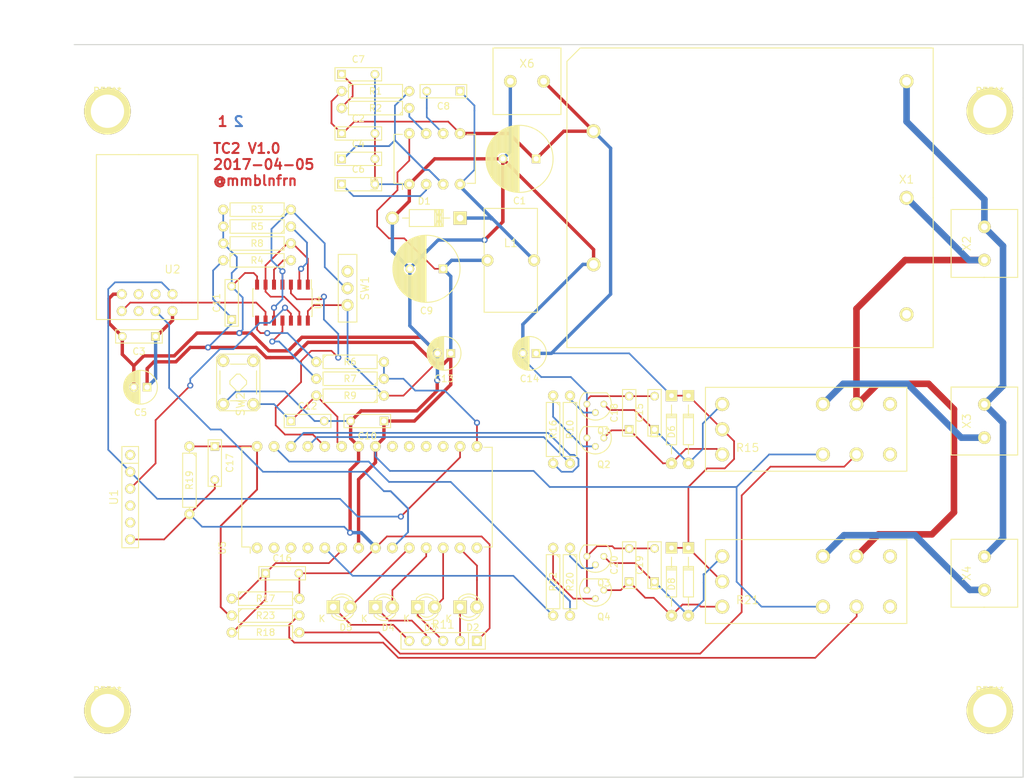
<source format=kicad_pcb>
(kicad_pcb (version 4) (host pcbnew 4.0.2+dfsg1-stable)

  (general
    (links 140)
    (no_connects 0)
    (area 49.899999 39.899999 192.575001 150.100001)
    (thickness 1.6)
    (drawings 19)
    (tracks 595)
    (zones 0)
    (modules 70)
    (nets 70)
  )

  (page A4)
  (layers
    (0 F.Cu signal)
    (31 B.Cu signal)
    (32 B.Adhes user)
    (33 F.Adhes user)
    (34 B.Paste user)
    (35 F.Paste user)
    (36 B.SilkS user hide)
    (37 F.SilkS user hide)
    (38 B.Mask user hide)
    (39 F.Mask user hide)
    (40 Dwgs.User user hide)
    (41 Cmts.User user)
    (42 Eco1.User user)
    (43 Eco2.User user)
    (44 Edge.Cuts user)
    (45 Margin user)
    (46 B.CrtYd user hide)
    (47 F.CrtYd user hide)
    (48 B.Fab user hide)
    (49 F.Fab user hide)
  )

  (setup
    (last_trace_width 0.25)
    (user_trace_width 0.254)
    (user_trace_width 0.508)
    (user_trace_width 0.9906)
    (trace_clearance 0.2)
    (zone_clearance 0.508)
    (zone_45_only no)
    (trace_min 0.2)
    (segment_width 0.2)
    (edge_width 0.15)
    (via_size 0.6)
    (via_drill 0.4)
    (via_min_size 0.4)
    (via_min_drill 0.3)
    (user_via 0.9144 0.508)
    (uvia_size 0.3)
    (uvia_drill 0.1)
    (uvias_allowed no)
    (uvia_min_size 0)
    (uvia_min_drill 0)
    (pcb_text_width 0.3)
    (pcb_text_size 1.5 1.5)
    (mod_edge_width 0.15)
    (mod_text_size 1 1)
    (mod_text_width 0.15)
    (pad_size 7 7)
    (pad_drill 5)
    (pad_to_mask_clearance 0.2)
    (aux_axis_origin 40 160)
    (visible_elements FFFCFFFF)
    (pcbplotparams
      (layerselection 0x00030_80000001)
      (usegerberextensions false)
      (excludeedgelayer true)
      (linewidth 0.100000)
      (plotframeref false)
      (viasonmask false)
      (mode 1)
      (useauxorigin false)
      (hpglpennumber 1)
      (hpglpenspeed 20)
      (hpglpendiameter 15)
      (hpglpenoverlay 2)
      (psnegative false)
      (psa4output false)
      (plotreference true)
      (plotvalue true)
      (plotinvisibletext false)
      (padsonsilk false)
      (subtractmaskfromsilk false)
      (outputformat 1)
      (mirror false)
      (drillshape 1)
      (scaleselection 1)
      (outputdirectory ""))
  )

  (net 0 "")
  (net 1 +12V)
  (net 2 "Net-(C4-Pad1)")
  (net 3 "Net-(C6-Pad1)")
  (net 4 "Net-(C7-Pad1)")
  (net 5 "Net-(C8-Pad1)")
  (net 6 "Net-(C8-Pad2)")
  (net 7 "Net-(C12-Pad1)")
  (net 8 "Net-(C15-Pad1)")
  (net 9 "Net-(C16-Pad1)")
  (net 10 "Net-(C17-Pad1)")
  (net 11 "Net-(C18-Pad1)")
  (net 12 "Net-(C19-Pad1)")
  (net 13 "Net-(C20-Pad1)")
  (net 14 "Net-(D2-Pad1)")
  (net 15 "Net-(D2-Pad2)")
  (net 16 "Net-(D3-Pad1)")
  (net 17 "Net-(D3-Pad2)")
  (net 18 "Net-(D4-Pad1)")
  (net 19 "Net-(D4-Pad2)")
  (net 20 "Net-(D5-Pad1)")
  (net 21 "Net-(D5-Pad2)")
  (net 22 "Net-(Q1-Pad2)")
  (net 23 "Net-(Q2-Pad2)")
  (net 24 "Net-(Q3-Pad2)")
  (net 25 "Net-(Q4-Pad2)")
  (net 26 "Net-(R2-Pad1)")
  (net 27 "Net-(R3-Pad1)")
  (net 28 "Net-(R4-Pad2)")
  (net 29 "Net-(R5-Pad1)")
  (net 30 "Net-(R6-Pad1)")
  (net 31 "Net-(R6-Pad2)")
  (net 32 "Net-(R7-Pad2)")
  (net 33 "Net-(R8-Pad1)")
  (net 34 "Net-(R10-Pad2)")
  (net 35 "Net-(R15-Pad5)")
  (net 36 "Net-(R15-Pad6)")
  (net 37 "Net-(R15-Pad7)")
  (net 38 "Net-(R15-Pad8)")
  (net 39 "Net-(R15-Pad9)")
  (net 40 "Net-(R16-Pad2)")
  (net 41 "Net-(R20-Pad2)")
  (net 42 "Net-(R21-Pad5)")
  (net 43 "Net-(R21-Pad6)")
  (net 44 "Net-(R21-Pad7)")
  (net 45 "Net-(R22-Pad2)")
  (net 46 "Net-(U1-Pad1)")
  (net 47 "Net-(U1-Pad2)")
  (net 48 "Net-(U1-Pad3)")
  (net 49 "Net-(U1-Pad4)")
  (net 50 "Net-(U1-Pad5)")
  (net 51 "Net-(U2-Pad7)")
  (net 52 "Net-(U2-Pad6)")
  (net 53 "Net-(U2-Pad3)")
  (net 54 "Net-(U2-Pad5)")
  (net 55 "Net-(U2-Pad4)")
  (net 56 "Net-(U4-Pad3)")
  (net 57 GND)
  (net 58 VCC)
  (net 59 "Net-(U5-Pad1)")
  (net 60 "Net-(U5-Pad2)")
  (net 61 "Net-(U5-Pad3)")
  (net 62 "Net-(U5-Pad4)")
  (net 63 "Net-(U5-Pad14)")
  (net 64 "Net-(U5-Pad17)")
  (net 65 "Net-(U5-Pad18)")
  (net 66 "Net-(U5-Pad19)")
  (net 67 "Net-(U5-Pad20)")
  (net 68 "Net-(R21-Pad9)")
  (net 69 "Net-(X1-Pad1)")

  (net_class Default "This is the default net class."
    (clearance 0.2)
    (trace_width 0.25)
    (via_dia 0.6)
    (via_drill 0.4)
    (uvia_dia 0.3)
    (uvia_drill 0.1)
    (add_net +12V)
    (add_net GND)
    (add_net "Net-(C12-Pad1)")
    (add_net "Net-(C15-Pad1)")
    (add_net "Net-(C16-Pad1)")
    (add_net "Net-(C17-Pad1)")
    (add_net "Net-(C18-Pad1)")
    (add_net "Net-(C19-Pad1)")
    (add_net "Net-(C20-Pad1)")
    (add_net "Net-(C4-Pad1)")
    (add_net "Net-(C6-Pad1)")
    (add_net "Net-(C7-Pad1)")
    (add_net "Net-(C8-Pad1)")
    (add_net "Net-(C8-Pad2)")
    (add_net "Net-(D2-Pad1)")
    (add_net "Net-(D2-Pad2)")
    (add_net "Net-(D3-Pad1)")
    (add_net "Net-(D3-Pad2)")
    (add_net "Net-(D4-Pad1)")
    (add_net "Net-(D4-Pad2)")
    (add_net "Net-(D5-Pad1)")
    (add_net "Net-(D5-Pad2)")
    (add_net "Net-(Q1-Pad2)")
    (add_net "Net-(Q2-Pad2)")
    (add_net "Net-(Q3-Pad2)")
    (add_net "Net-(Q4-Pad2)")
    (add_net "Net-(R10-Pad2)")
    (add_net "Net-(R15-Pad5)")
    (add_net "Net-(R15-Pad6)")
    (add_net "Net-(R15-Pad7)")
    (add_net "Net-(R15-Pad8)")
    (add_net "Net-(R15-Pad9)")
    (add_net "Net-(R16-Pad2)")
    (add_net "Net-(R2-Pad1)")
    (add_net "Net-(R20-Pad2)")
    (add_net "Net-(R21-Pad5)")
    (add_net "Net-(R21-Pad6)")
    (add_net "Net-(R21-Pad7)")
    (add_net "Net-(R21-Pad9)")
    (add_net "Net-(R22-Pad2)")
    (add_net "Net-(R3-Pad1)")
    (add_net "Net-(R4-Pad2)")
    (add_net "Net-(R5-Pad1)")
    (add_net "Net-(R6-Pad1)")
    (add_net "Net-(R6-Pad2)")
    (add_net "Net-(R7-Pad2)")
    (add_net "Net-(R8-Pad1)")
    (add_net "Net-(U1-Pad1)")
    (add_net "Net-(U1-Pad2)")
    (add_net "Net-(U1-Pad3)")
    (add_net "Net-(U1-Pad4)")
    (add_net "Net-(U1-Pad5)")
    (add_net "Net-(U2-Pad3)")
    (add_net "Net-(U2-Pad4)")
    (add_net "Net-(U2-Pad5)")
    (add_net "Net-(U2-Pad6)")
    (add_net "Net-(U2-Pad7)")
    (add_net "Net-(U4-Pad3)")
    (add_net "Net-(U5-Pad1)")
    (add_net "Net-(U5-Pad14)")
    (add_net "Net-(U5-Pad17)")
    (add_net "Net-(U5-Pad18)")
    (add_net "Net-(U5-Pad19)")
    (add_net "Net-(U5-Pad2)")
    (add_net "Net-(U5-Pad20)")
    (add_net "Net-(U5-Pad3)")
    (add_net "Net-(U5-Pad4)")
    (add_net VCC)
  )

  (net_class ac ""
    (clearance 0.2)
    (trace_width 0.25)
    (via_dia 0.6)
    (via_drill 0.4)
    (uvia_dia 0.3)
    (uvia_drill 0.1)
    (add_net "Net-(X1-Pad1)")
  )

  (module Capacitors_ThroughHole:C_Radial_D10_L13_P5 (layer F.Cu) (tedit 0) (tstamp 58D6D1F2)
    (at 119.38 57.15 180)
    (descr "Radial Electrolytic Capacitor Diameter 10mm x Length 13mm, Pitch 5mm")
    (tags "Electrolytic Capacitor")
    (path /58BB718F)
    (fp_text reference C1 (at 2.5 -6.3 180) (layer F.SilkS)
      (effects (font (size 1 1) (thickness 0.15)))
    )
    (fp_text value 220u (at 2.5 6.3 180) (layer F.Fab)
      (effects (font (size 1 1) (thickness 0.15)))
    )
    (fp_line (start 2.575 -4.999) (end 2.575 4.999) (layer F.SilkS) (width 0.15))
    (fp_line (start 2.715 -4.995) (end 2.715 4.995) (layer F.SilkS) (width 0.15))
    (fp_line (start 2.855 -4.987) (end 2.855 4.987) (layer F.SilkS) (width 0.15))
    (fp_line (start 2.995 -4.975) (end 2.995 4.975) (layer F.SilkS) (width 0.15))
    (fp_line (start 3.135 -4.96) (end 3.135 4.96) (layer F.SilkS) (width 0.15))
    (fp_line (start 3.275 -4.94) (end 3.275 4.94) (layer F.SilkS) (width 0.15))
    (fp_line (start 3.415 -4.916) (end 3.415 4.916) (layer F.SilkS) (width 0.15))
    (fp_line (start 3.555 -4.887) (end 3.555 4.887) (layer F.SilkS) (width 0.15))
    (fp_line (start 3.695 -4.855) (end 3.695 4.855) (layer F.SilkS) (width 0.15))
    (fp_line (start 3.835 -4.818) (end 3.835 4.818) (layer F.SilkS) (width 0.15))
    (fp_line (start 3.975 -4.777) (end 3.975 4.777) (layer F.SilkS) (width 0.15))
    (fp_line (start 4.115 -4.732) (end 4.115 -0.466) (layer F.SilkS) (width 0.15))
    (fp_line (start 4.115 0.466) (end 4.115 4.732) (layer F.SilkS) (width 0.15))
    (fp_line (start 4.255 -4.682) (end 4.255 -0.667) (layer F.SilkS) (width 0.15))
    (fp_line (start 4.255 0.667) (end 4.255 4.682) (layer F.SilkS) (width 0.15))
    (fp_line (start 4.395 -4.627) (end 4.395 -0.796) (layer F.SilkS) (width 0.15))
    (fp_line (start 4.395 0.796) (end 4.395 4.627) (layer F.SilkS) (width 0.15))
    (fp_line (start 4.535 -4.567) (end 4.535 -0.885) (layer F.SilkS) (width 0.15))
    (fp_line (start 4.535 0.885) (end 4.535 4.567) (layer F.SilkS) (width 0.15))
    (fp_line (start 4.675 -4.502) (end 4.675 -0.946) (layer F.SilkS) (width 0.15))
    (fp_line (start 4.675 0.946) (end 4.675 4.502) (layer F.SilkS) (width 0.15))
    (fp_line (start 4.815 -4.432) (end 4.815 -0.983) (layer F.SilkS) (width 0.15))
    (fp_line (start 4.815 0.983) (end 4.815 4.432) (layer F.SilkS) (width 0.15))
    (fp_line (start 4.955 -4.356) (end 4.955 -0.999) (layer F.SilkS) (width 0.15))
    (fp_line (start 4.955 0.999) (end 4.955 4.356) (layer F.SilkS) (width 0.15))
    (fp_line (start 5.095 -4.274) (end 5.095 -0.995) (layer F.SilkS) (width 0.15))
    (fp_line (start 5.095 0.995) (end 5.095 4.274) (layer F.SilkS) (width 0.15))
    (fp_line (start 5.235 -4.186) (end 5.235 -0.972) (layer F.SilkS) (width 0.15))
    (fp_line (start 5.235 0.972) (end 5.235 4.186) (layer F.SilkS) (width 0.15))
    (fp_line (start 5.375 -4.091) (end 5.375 -0.927) (layer F.SilkS) (width 0.15))
    (fp_line (start 5.375 0.927) (end 5.375 4.091) (layer F.SilkS) (width 0.15))
    (fp_line (start 5.515 -3.989) (end 5.515 -0.857) (layer F.SilkS) (width 0.15))
    (fp_line (start 5.515 0.857) (end 5.515 3.989) (layer F.SilkS) (width 0.15))
    (fp_line (start 5.655 -3.879) (end 5.655 -0.756) (layer F.SilkS) (width 0.15))
    (fp_line (start 5.655 0.756) (end 5.655 3.879) (layer F.SilkS) (width 0.15))
    (fp_line (start 5.795 -3.761) (end 5.795 -0.607) (layer F.SilkS) (width 0.15))
    (fp_line (start 5.795 0.607) (end 5.795 3.761) (layer F.SilkS) (width 0.15))
    (fp_line (start 5.935 -3.633) (end 5.935 -0.355) (layer F.SilkS) (width 0.15))
    (fp_line (start 5.935 0.355) (end 5.935 3.633) (layer F.SilkS) (width 0.15))
    (fp_line (start 6.075 -3.496) (end 6.075 3.496) (layer F.SilkS) (width 0.15))
    (fp_line (start 6.215 -3.346) (end 6.215 3.346) (layer F.SilkS) (width 0.15))
    (fp_line (start 6.355 -3.184) (end 6.355 3.184) (layer F.SilkS) (width 0.15))
    (fp_line (start 6.495 -3.007) (end 6.495 3.007) (layer F.SilkS) (width 0.15))
    (fp_line (start 6.635 -2.811) (end 6.635 2.811) (layer F.SilkS) (width 0.15))
    (fp_line (start 6.775 -2.593) (end 6.775 2.593) (layer F.SilkS) (width 0.15))
    (fp_line (start 6.915 -2.347) (end 6.915 2.347) (layer F.SilkS) (width 0.15))
    (fp_line (start 7.055 -2.062) (end 7.055 2.062) (layer F.SilkS) (width 0.15))
    (fp_line (start 7.195 -1.72) (end 7.195 1.72) (layer F.SilkS) (width 0.15))
    (fp_line (start 7.335 -1.274) (end 7.335 1.274) (layer F.SilkS) (width 0.15))
    (fp_line (start 7.475 -0.499) (end 7.475 0.499) (layer F.SilkS) (width 0.15))
    (fp_circle (center 5 0) (end 5 -1) (layer F.SilkS) (width 0.15))
    (fp_circle (center 2.5 0) (end 2.5 -5.0375) (layer F.SilkS) (width 0.15))
    (fp_circle (center 2.5 0) (end 2.5 -5.3) (layer F.CrtYd) (width 0.05))
    (pad 1 thru_hole rect (at 0 0 180) (size 1.3 1.3) (drill 0.8) (layers *.Cu *.Mask F.SilkS)
      (net 1 +12V))
    (pad 2 thru_hole circle (at 5 0 180) (size 1.3 1.3) (drill 0.8) (layers *.Cu *.Mask F.SilkS)
      (net 57 GND))
    (model Capacitors_ThroughHole.3dshapes/C_Radial_D10_L13_P5.wrl
      (at (xyz 0.0984252 0 0))
      (scale (xyz 1 1 1))
      (rotate (xyz 0 0 90))
    )
  )

  (module Capacitors_ThroughHole:C_Rect_L7_W2_P5 (layer F.Cu) (tedit 0) (tstamp 58D6D200)
    (at 90.17 53.34)
    (descr "Film Capacitor Length 7 x Width 2mm, Pitch 5mm")
    (tags Capacitor)
    (path /58BB5AF6)
    (fp_text reference C2 (at 2.5 -2.25) (layer F.SilkS)
      (effects (font (size 1 1) (thickness 0.15)))
    )
    (fp_text value 220n (at 2.5 2.5) (layer F.Fab)
      (effects (font (size 1 1) (thickness 0.15)))
    )
    (fp_line (start -1.25 -1.25) (end 6.25 -1.25) (layer F.CrtYd) (width 0.05))
    (fp_line (start 6.25 -1.25) (end 6.25 1.25) (layer F.CrtYd) (width 0.05))
    (fp_line (start 6.25 1.25) (end -1.25 1.25) (layer F.CrtYd) (width 0.05))
    (fp_line (start -1.25 1.25) (end -1.25 -1.25) (layer F.CrtYd) (width 0.05))
    (fp_line (start -1 -1) (end 6 -1) (layer F.SilkS) (width 0.15))
    (fp_line (start 6 -1) (end 6 1) (layer F.SilkS) (width 0.15))
    (fp_line (start 6 1) (end -1 1) (layer F.SilkS) (width 0.15))
    (fp_line (start -1 1) (end -1 -1) (layer F.SilkS) (width 0.15))
    (pad 1 thru_hole rect (at 0 0) (size 1.3 1.3) (drill 0.8) (layers *.Cu *.Mask F.SilkS)
      (net 1 +12V))
    (pad 2 thru_hole circle (at 5 0) (size 1.3 1.3) (drill 0.8) (layers *.Cu *.Mask F.SilkS)
      (net 57 GND))
    (model Capacitors_ThroughHole.3dshapes/C_Rect_L7_W2_P5.wrl
      (at (xyz 0.098425 0 0))
      (scale (xyz 1 1 1))
      (rotate (xyz 0 0 0))
    )
  )

  (module Capacitors_ThroughHole:C_Rect_L7_W2_P5 (layer F.Cu) (tedit 0) (tstamp 58D6D20E)
    (at 62.23 83.82 180)
    (descr "Film Capacitor Length 7 x Width 2mm, Pitch 5mm")
    (tags Capacitor)
    (path /58BB9FBD)
    (fp_text reference C3 (at 2.5 -2.25 180) (layer F.SilkS)
      (effects (font (size 1 1) (thickness 0.15)))
    )
    (fp_text value u1 (at 2.5 2.5 180) (layer F.Fab)
      (effects (font (size 1 1) (thickness 0.15)))
    )
    (fp_line (start -1.25 -1.25) (end 6.25 -1.25) (layer F.CrtYd) (width 0.05))
    (fp_line (start 6.25 -1.25) (end 6.25 1.25) (layer F.CrtYd) (width 0.05))
    (fp_line (start 6.25 1.25) (end -1.25 1.25) (layer F.CrtYd) (width 0.05))
    (fp_line (start -1.25 1.25) (end -1.25 -1.25) (layer F.CrtYd) (width 0.05))
    (fp_line (start -1 -1) (end 6 -1) (layer F.SilkS) (width 0.15))
    (fp_line (start 6 -1) (end 6 1) (layer F.SilkS) (width 0.15))
    (fp_line (start 6 1) (end -1 1) (layer F.SilkS) (width 0.15))
    (fp_line (start -1 1) (end -1 -1) (layer F.SilkS) (width 0.15))
    (pad 1 thru_hole rect (at 0 0 180) (size 1.3 1.3) (drill 0.8) (layers *.Cu *.Mask F.SilkS)
      (net 58 VCC))
    (pad 2 thru_hole circle (at 5 0 180) (size 1.3 1.3) (drill 0.8) (layers *.Cu *.Mask F.SilkS)
      (net 57 GND))
    (model Capacitors_ThroughHole.3dshapes/C_Rect_L7_W2_P5.wrl
      (at (xyz 0.098425 0 0))
      (scale (xyz 1 1 1))
      (rotate (xyz 0 0 0))
    )
  )

  (module Capacitors_ThroughHole:C_Rect_L7_W2_P5 (layer F.Cu) (tedit 0) (tstamp 58D6D21C)
    (at 90.17 57.15)
    (descr "Film Capacitor Length 7 x Width 2mm, Pitch 5mm")
    (tags Capacitor)
    (path /58BB574F)
    (fp_text reference C4 (at 2.5 -2.25) (layer F.SilkS)
      (effects (font (size 1 1) (thickness 0.15)))
    )
    (fp_text value 2n2 (at 2.5 2.5) (layer F.Fab)
      (effects (font (size 1 1) (thickness 0.15)))
    )
    (fp_line (start -1.25 -1.25) (end 6.25 -1.25) (layer F.CrtYd) (width 0.05))
    (fp_line (start 6.25 -1.25) (end 6.25 1.25) (layer F.CrtYd) (width 0.05))
    (fp_line (start 6.25 1.25) (end -1.25 1.25) (layer F.CrtYd) (width 0.05))
    (fp_line (start -1.25 1.25) (end -1.25 -1.25) (layer F.CrtYd) (width 0.05))
    (fp_line (start -1 -1) (end 6 -1) (layer F.SilkS) (width 0.15))
    (fp_line (start 6 -1) (end 6 1) (layer F.SilkS) (width 0.15))
    (fp_line (start 6 1) (end -1 1) (layer F.SilkS) (width 0.15))
    (fp_line (start -1 1) (end -1 -1) (layer F.SilkS) (width 0.15))
    (pad 1 thru_hole rect (at 0 0) (size 1.3 1.3) (drill 0.8) (layers *.Cu *.Mask F.SilkS)
      (net 2 "Net-(C4-Pad1)"))
    (pad 2 thru_hole circle (at 5 0) (size 1.3 1.3) (drill 0.8) (layers *.Cu *.Mask F.SilkS)
      (net 57 GND))
    (model Capacitors_ThroughHole.3dshapes/C_Rect_L7_W2_P5.wrl
      (at (xyz 0.098425 0 0))
      (scale (xyz 1 1 1))
      (rotate (xyz 0 0 0))
    )
  )

  (module Capacitors_ThroughHole:C_Radial_D5_L11_P2 (layer F.Cu) (tedit 0) (tstamp 58D6D243)
    (at 60.96 91.44 180)
    (descr "Radial Electrolytic Capacitor 5mm x Length 11mm, Pitch 2mm")
    (tags "Electrolytic Capacitor")
    (path /58BB9726)
    (fp_text reference C5 (at 1 -3.8 180) (layer F.SilkS)
      (effects (font (size 1 1) (thickness 0.15)))
    )
    (fp_text value 1u (at 1 3.8 180) (layer F.Fab)
      (effects (font (size 1 1) (thickness 0.15)))
    )
    (fp_line (start 1.075 -2.499) (end 1.075 2.499) (layer F.SilkS) (width 0.15))
    (fp_line (start 1.215 -2.491) (end 1.215 -0.154) (layer F.SilkS) (width 0.15))
    (fp_line (start 1.215 0.154) (end 1.215 2.491) (layer F.SilkS) (width 0.15))
    (fp_line (start 1.355 -2.475) (end 1.355 -0.473) (layer F.SilkS) (width 0.15))
    (fp_line (start 1.355 0.473) (end 1.355 2.475) (layer F.SilkS) (width 0.15))
    (fp_line (start 1.495 -2.451) (end 1.495 -0.62) (layer F.SilkS) (width 0.15))
    (fp_line (start 1.495 0.62) (end 1.495 2.451) (layer F.SilkS) (width 0.15))
    (fp_line (start 1.635 -2.418) (end 1.635 -0.712) (layer F.SilkS) (width 0.15))
    (fp_line (start 1.635 0.712) (end 1.635 2.418) (layer F.SilkS) (width 0.15))
    (fp_line (start 1.775 -2.377) (end 1.775 -0.768) (layer F.SilkS) (width 0.15))
    (fp_line (start 1.775 0.768) (end 1.775 2.377) (layer F.SilkS) (width 0.15))
    (fp_line (start 1.915 -2.327) (end 1.915 -0.795) (layer F.SilkS) (width 0.15))
    (fp_line (start 1.915 0.795) (end 1.915 2.327) (layer F.SilkS) (width 0.15))
    (fp_line (start 2.055 -2.266) (end 2.055 -0.798) (layer F.SilkS) (width 0.15))
    (fp_line (start 2.055 0.798) (end 2.055 2.266) (layer F.SilkS) (width 0.15))
    (fp_line (start 2.195 -2.196) (end 2.195 -0.776) (layer F.SilkS) (width 0.15))
    (fp_line (start 2.195 0.776) (end 2.195 2.196) (layer F.SilkS) (width 0.15))
    (fp_line (start 2.335 -2.114) (end 2.335 -0.726) (layer F.SilkS) (width 0.15))
    (fp_line (start 2.335 0.726) (end 2.335 2.114) (layer F.SilkS) (width 0.15))
    (fp_line (start 2.475 -2.019) (end 2.475 -0.644) (layer F.SilkS) (width 0.15))
    (fp_line (start 2.475 0.644) (end 2.475 2.019) (layer F.SilkS) (width 0.15))
    (fp_line (start 2.615 -1.908) (end 2.615 -0.512) (layer F.SilkS) (width 0.15))
    (fp_line (start 2.615 0.512) (end 2.615 1.908) (layer F.SilkS) (width 0.15))
    (fp_line (start 2.755 -1.78) (end 2.755 -0.265) (layer F.SilkS) (width 0.15))
    (fp_line (start 2.755 0.265) (end 2.755 1.78) (layer F.SilkS) (width 0.15))
    (fp_line (start 2.895 -1.631) (end 2.895 1.631) (layer F.SilkS) (width 0.15))
    (fp_line (start 3.035 -1.452) (end 3.035 1.452) (layer F.SilkS) (width 0.15))
    (fp_line (start 3.175 -1.233) (end 3.175 1.233) (layer F.SilkS) (width 0.15))
    (fp_line (start 3.315 -0.944) (end 3.315 0.944) (layer F.SilkS) (width 0.15))
    (fp_line (start 3.455 -0.472) (end 3.455 0.472) (layer F.SilkS) (width 0.15))
    (fp_circle (center 2 0) (end 2 -0.8) (layer F.SilkS) (width 0.15))
    (fp_circle (center 1 0) (end 1 -2.5375) (layer F.SilkS) (width 0.15))
    (fp_circle (center 1 0) (end 1 -2.8) (layer F.CrtYd) (width 0.05))
    (pad 1 thru_hole rect (at 0 0 180) (size 1.3 1.3) (drill 0.8) (layers *.Cu *.Mask F.SilkS)
      (net 58 VCC))
    (pad 2 thru_hole circle (at 2 0 180) (size 1.3 1.3) (drill 0.8) (layers *.Cu *.Mask F.SilkS)
      (net 57 GND))
    (model Capacitors_ThroughHole.3dshapes/C_Radial_D5_L11_P2.wrl
      (at (xyz 0 0 0))
      (scale (xyz 1 1 1))
      (rotate (xyz 0 0 0))
    )
  )

  (module Capacitors_ThroughHole:C_Rect_L7_W2_P5 (layer F.Cu) (tedit 0) (tstamp 58D6D251)
    (at 90.17 60.96)
    (descr "Film Capacitor Length 7 x Width 2mm, Pitch 5mm")
    (tags Capacitor)
    (path /58BB5097)
    (fp_text reference C6 (at 2.5 -2.25) (layer F.SilkS)
      (effects (font (size 1 1) (thickness 0.15)))
    )
    (fp_text value 100n (at 2.5 2.5) (layer F.Fab)
      (effects (font (size 1 1) (thickness 0.15)))
    )
    (fp_line (start -1.25 -1.25) (end 6.25 -1.25) (layer F.CrtYd) (width 0.05))
    (fp_line (start 6.25 -1.25) (end 6.25 1.25) (layer F.CrtYd) (width 0.05))
    (fp_line (start 6.25 1.25) (end -1.25 1.25) (layer F.CrtYd) (width 0.05))
    (fp_line (start -1.25 1.25) (end -1.25 -1.25) (layer F.CrtYd) (width 0.05))
    (fp_line (start -1 -1) (end 6 -1) (layer F.SilkS) (width 0.15))
    (fp_line (start 6 -1) (end 6 1) (layer F.SilkS) (width 0.15))
    (fp_line (start 6 1) (end -1 1) (layer F.SilkS) (width 0.15))
    (fp_line (start -1 1) (end -1 -1) (layer F.SilkS) (width 0.15))
    (pad 1 thru_hole rect (at 0 0) (size 1.3 1.3) (drill 0.8) (layers *.Cu *.Mask F.SilkS)
      (net 3 "Net-(C6-Pad1)"))
    (pad 2 thru_hole circle (at 5 0) (size 1.3 1.3) (drill 0.8) (layers *.Cu *.Mask F.SilkS)
      (net 57 GND))
    (model Capacitors_ThroughHole.3dshapes/C_Rect_L7_W2_P5.wrl
      (at (xyz 0.098425 0 0))
      (scale (xyz 1 1 1))
      (rotate (xyz 0 0 0))
    )
  )

  (module Capacitors_ThroughHole:C_Rect_L7_W2_P5 (layer F.Cu) (tedit 0) (tstamp 58D6D25F)
    (at 90.17 44.45)
    (descr "Film Capacitor Length 7 x Width 2mm, Pitch 5mm")
    (tags Capacitor)
    (path /58BB4BFA)
    (fp_text reference C7 (at 2.5 -2.25) (layer F.SilkS)
      (effects (font (size 1 1) (thickness 0.15)))
    )
    (fp_text value 22n (at 2.5 2.5) (layer F.Fab)
      (effects (font (size 1 1) (thickness 0.15)))
    )
    (fp_line (start -1.25 -1.25) (end 6.25 -1.25) (layer F.CrtYd) (width 0.05))
    (fp_line (start 6.25 -1.25) (end 6.25 1.25) (layer F.CrtYd) (width 0.05))
    (fp_line (start 6.25 1.25) (end -1.25 1.25) (layer F.CrtYd) (width 0.05))
    (fp_line (start -1.25 1.25) (end -1.25 -1.25) (layer F.CrtYd) (width 0.05))
    (fp_line (start -1 -1) (end 6 -1) (layer F.SilkS) (width 0.15))
    (fp_line (start 6 -1) (end 6 1) (layer F.SilkS) (width 0.15))
    (fp_line (start 6 1) (end -1 1) (layer F.SilkS) (width 0.15))
    (fp_line (start -1 1) (end -1 -1) (layer F.SilkS) (width 0.15))
    (pad 1 thru_hole rect (at 0 0) (size 1.3 1.3) (drill 0.8) (layers *.Cu *.Mask F.SilkS)
      (net 4 "Net-(C7-Pad1)"))
    (pad 2 thru_hole circle (at 5 0) (size 1.3 1.3) (drill 0.8) (layers *.Cu *.Mask F.SilkS)
      (net 57 GND))
    (model Capacitors_ThroughHole.3dshapes/C_Rect_L7_W2_P5.wrl
      (at (xyz 0.098425 0 0))
      (scale (xyz 1 1 1))
      (rotate (xyz 0 0 0))
    )
  )

  (module Capacitors_ThroughHole:C_Rect_L7_W2_P5 (layer F.Cu) (tedit 0) (tstamp 58D6D26D)
    (at 107.95 46.99 180)
    (descr "Film Capacitor Length 7 x Width 2mm, Pitch 5mm")
    (tags Capacitor)
    (path /58BB5E9A)
    (fp_text reference C8 (at 2.5 -2.25 180) (layer F.SilkS)
      (effects (font (size 1 1) (thickness 0.15)))
    )
    (fp_text value 100n (at 2.5 2.5 180) (layer F.Fab)
      (effects (font (size 1 1) (thickness 0.15)))
    )
    (fp_line (start -1.25 -1.25) (end 6.25 -1.25) (layer F.CrtYd) (width 0.05))
    (fp_line (start 6.25 -1.25) (end 6.25 1.25) (layer F.CrtYd) (width 0.05))
    (fp_line (start 6.25 1.25) (end -1.25 1.25) (layer F.CrtYd) (width 0.05))
    (fp_line (start -1.25 1.25) (end -1.25 -1.25) (layer F.CrtYd) (width 0.05))
    (fp_line (start -1 -1) (end 6 -1) (layer F.SilkS) (width 0.15))
    (fp_line (start 6 -1) (end 6 1) (layer F.SilkS) (width 0.15))
    (fp_line (start 6 1) (end -1 1) (layer F.SilkS) (width 0.15))
    (fp_line (start -1 1) (end -1 -1) (layer F.SilkS) (width 0.15))
    (pad 1 thru_hole rect (at 0 0 180) (size 1.3 1.3) (drill 0.8) (layers *.Cu *.Mask F.SilkS)
      (net 5 "Net-(C8-Pad1)"))
    (pad 2 thru_hole circle (at 5 0 180) (size 1.3 1.3) (drill 0.8) (layers *.Cu *.Mask F.SilkS)
      (net 6 "Net-(C8-Pad2)"))
    (model Capacitors_ThroughHole.3dshapes/C_Rect_L7_W2_P5.wrl
      (at (xyz 0.098425 0 0))
      (scale (xyz 1 1 1))
      (rotate (xyz 0 0 0))
    )
  )

  (module Capacitors_ThroughHole:C_Radial_D10_L13_P5 (layer F.Cu) (tedit 0) (tstamp 58D6D2A8)
    (at 105.41 73.66 180)
    (descr "Radial Electrolytic Capacitor Diameter 10mm x Length 13mm, Pitch 5mm")
    (tags "Electrolytic Capacitor")
    (path /58BB6D5F)
    (fp_text reference C9 (at 2.5 -6.3 180) (layer F.SilkS)
      (effects (font (size 1 1) (thickness 0.15)))
    )
    (fp_text value 330u (at 2.5 6.3 180) (layer F.Fab)
      (effects (font (size 1 1) (thickness 0.15)))
    )
    (fp_line (start 2.575 -4.999) (end 2.575 4.999) (layer F.SilkS) (width 0.15))
    (fp_line (start 2.715 -4.995) (end 2.715 4.995) (layer F.SilkS) (width 0.15))
    (fp_line (start 2.855 -4.987) (end 2.855 4.987) (layer F.SilkS) (width 0.15))
    (fp_line (start 2.995 -4.975) (end 2.995 4.975) (layer F.SilkS) (width 0.15))
    (fp_line (start 3.135 -4.96) (end 3.135 4.96) (layer F.SilkS) (width 0.15))
    (fp_line (start 3.275 -4.94) (end 3.275 4.94) (layer F.SilkS) (width 0.15))
    (fp_line (start 3.415 -4.916) (end 3.415 4.916) (layer F.SilkS) (width 0.15))
    (fp_line (start 3.555 -4.887) (end 3.555 4.887) (layer F.SilkS) (width 0.15))
    (fp_line (start 3.695 -4.855) (end 3.695 4.855) (layer F.SilkS) (width 0.15))
    (fp_line (start 3.835 -4.818) (end 3.835 4.818) (layer F.SilkS) (width 0.15))
    (fp_line (start 3.975 -4.777) (end 3.975 4.777) (layer F.SilkS) (width 0.15))
    (fp_line (start 4.115 -4.732) (end 4.115 -0.466) (layer F.SilkS) (width 0.15))
    (fp_line (start 4.115 0.466) (end 4.115 4.732) (layer F.SilkS) (width 0.15))
    (fp_line (start 4.255 -4.682) (end 4.255 -0.667) (layer F.SilkS) (width 0.15))
    (fp_line (start 4.255 0.667) (end 4.255 4.682) (layer F.SilkS) (width 0.15))
    (fp_line (start 4.395 -4.627) (end 4.395 -0.796) (layer F.SilkS) (width 0.15))
    (fp_line (start 4.395 0.796) (end 4.395 4.627) (layer F.SilkS) (width 0.15))
    (fp_line (start 4.535 -4.567) (end 4.535 -0.885) (layer F.SilkS) (width 0.15))
    (fp_line (start 4.535 0.885) (end 4.535 4.567) (layer F.SilkS) (width 0.15))
    (fp_line (start 4.675 -4.502) (end 4.675 -0.946) (layer F.SilkS) (width 0.15))
    (fp_line (start 4.675 0.946) (end 4.675 4.502) (layer F.SilkS) (width 0.15))
    (fp_line (start 4.815 -4.432) (end 4.815 -0.983) (layer F.SilkS) (width 0.15))
    (fp_line (start 4.815 0.983) (end 4.815 4.432) (layer F.SilkS) (width 0.15))
    (fp_line (start 4.955 -4.356) (end 4.955 -0.999) (layer F.SilkS) (width 0.15))
    (fp_line (start 4.955 0.999) (end 4.955 4.356) (layer F.SilkS) (width 0.15))
    (fp_line (start 5.095 -4.274) (end 5.095 -0.995) (layer F.SilkS) (width 0.15))
    (fp_line (start 5.095 0.995) (end 5.095 4.274) (layer F.SilkS) (width 0.15))
    (fp_line (start 5.235 -4.186) (end 5.235 -0.972) (layer F.SilkS) (width 0.15))
    (fp_line (start 5.235 0.972) (end 5.235 4.186) (layer F.SilkS) (width 0.15))
    (fp_line (start 5.375 -4.091) (end 5.375 -0.927) (layer F.SilkS) (width 0.15))
    (fp_line (start 5.375 0.927) (end 5.375 4.091) (layer F.SilkS) (width 0.15))
    (fp_line (start 5.515 -3.989) (end 5.515 -0.857) (layer F.SilkS) (width 0.15))
    (fp_line (start 5.515 0.857) (end 5.515 3.989) (layer F.SilkS) (width 0.15))
    (fp_line (start 5.655 -3.879) (end 5.655 -0.756) (layer F.SilkS) (width 0.15))
    (fp_line (start 5.655 0.756) (end 5.655 3.879) (layer F.SilkS) (width 0.15))
    (fp_line (start 5.795 -3.761) (end 5.795 -0.607) (layer F.SilkS) (width 0.15))
    (fp_line (start 5.795 0.607) (end 5.795 3.761) (layer F.SilkS) (width 0.15))
    (fp_line (start 5.935 -3.633) (end 5.935 -0.355) (layer F.SilkS) (width 0.15))
    (fp_line (start 5.935 0.355) (end 5.935 3.633) (layer F.SilkS) (width 0.15))
    (fp_line (start 6.075 -3.496) (end 6.075 3.496) (layer F.SilkS) (width 0.15))
    (fp_line (start 6.215 -3.346) (end 6.215 3.346) (layer F.SilkS) (width 0.15))
    (fp_line (start 6.355 -3.184) (end 6.355 3.184) (layer F.SilkS) (width 0.15))
    (fp_line (start 6.495 -3.007) (end 6.495 3.007) (layer F.SilkS) (width 0.15))
    (fp_line (start 6.635 -2.811) (end 6.635 2.811) (layer F.SilkS) (width 0.15))
    (fp_line (start 6.775 -2.593) (end 6.775 2.593) (layer F.SilkS) (width 0.15))
    (fp_line (start 6.915 -2.347) (end 6.915 2.347) (layer F.SilkS) (width 0.15))
    (fp_line (start 7.055 -2.062) (end 7.055 2.062) (layer F.SilkS) (width 0.15))
    (fp_line (start 7.195 -1.72) (end 7.195 1.72) (layer F.SilkS) (width 0.15))
    (fp_line (start 7.335 -1.274) (end 7.335 1.274) (layer F.SilkS) (width 0.15))
    (fp_line (start 7.475 -0.499) (end 7.475 0.499) (layer F.SilkS) (width 0.15))
    (fp_circle (center 5 0) (end 5 -1) (layer F.SilkS) (width 0.15))
    (fp_circle (center 2.5 0) (end 2.5 -5.0375) (layer F.SilkS) (width 0.15))
    (fp_circle (center 2.5 0) (end 2.5 -5.3) (layer F.CrtYd) (width 0.05))
    (pad 1 thru_hole rect (at 0 0 180) (size 1.3 1.3) (drill 0.8) (layers *.Cu *.Mask F.SilkS)
      (net 58 VCC))
    (pad 2 thru_hole circle (at 5 0 180) (size 1.3 1.3) (drill 0.8) (layers *.Cu *.Mask F.SilkS)
      (net 57 GND))
    (model Capacitors_ThroughHole.3dshapes/C_Radial_D10_L13_P5.wrl
      (at (xyz 0.0984252 0 0))
      (scale (xyz 1 1 1))
      (rotate (xyz 0 0 90))
    )
  )

  (module Capacitors_ThroughHole:C_Rect_L7_W2_P5 (layer F.Cu) (tedit 0) (tstamp 58D6D2B6)
    (at 96.52 96.52 180)
    (descr "Film Capacitor Length 7 x Width 2mm, Pitch 5mm")
    (tags Capacitor)
    (path /58B307C8)
    (fp_text reference C10 (at 2.5 -2.25 180) (layer F.SilkS)
      (effects (font (size 1 1) (thickness 0.15)))
    )
    (fp_text value u1 (at 2.5 2.5 180) (layer F.Fab)
      (effects (font (size 1 1) (thickness 0.15)))
    )
    (fp_line (start -1.25 -1.25) (end 6.25 -1.25) (layer F.CrtYd) (width 0.05))
    (fp_line (start 6.25 -1.25) (end 6.25 1.25) (layer F.CrtYd) (width 0.05))
    (fp_line (start 6.25 1.25) (end -1.25 1.25) (layer F.CrtYd) (width 0.05))
    (fp_line (start -1.25 1.25) (end -1.25 -1.25) (layer F.CrtYd) (width 0.05))
    (fp_line (start -1 -1) (end 6 -1) (layer F.SilkS) (width 0.15))
    (fp_line (start 6 -1) (end 6 1) (layer F.SilkS) (width 0.15))
    (fp_line (start 6 1) (end -1 1) (layer F.SilkS) (width 0.15))
    (fp_line (start -1 1) (end -1 -1) (layer F.SilkS) (width 0.15))
    (pad 1 thru_hole rect (at 0 0 180) (size 1.3 1.3) (drill 0.8) (layers *.Cu *.Mask F.SilkS)
      (net 58 VCC))
    (pad 2 thru_hole circle (at 5 0 180) (size 1.3 1.3) (drill 0.8) (layers *.Cu *.Mask F.SilkS)
      (net 57 GND))
    (model Capacitors_ThroughHole.3dshapes/C_Rect_L7_W2_P5.wrl
      (at (xyz 0.098425 0 0))
      (scale (xyz 1 1 1))
      (rotate (xyz 0 0 0))
    )
  )

  (module Capacitors_ThroughHole:C_Rect_L7_W2_P5 (layer F.Cu) (tedit 0) (tstamp 58D6D2C4)
    (at 73.66 81.28 90)
    (descr "Film Capacitor Length 7 x Width 2mm, Pitch 5mm")
    (tags Capacitor)
    (path /58B30783)
    (fp_text reference C11 (at 2.5 -2.25 90) (layer F.SilkS)
      (effects (font (size 1 1) (thickness 0.15)))
    )
    (fp_text value u1 (at 2.5 2.5 90) (layer F.Fab)
      (effects (font (size 1 1) (thickness 0.15)))
    )
    (fp_line (start -1.25 -1.25) (end 6.25 -1.25) (layer F.CrtYd) (width 0.05))
    (fp_line (start 6.25 -1.25) (end 6.25 1.25) (layer F.CrtYd) (width 0.05))
    (fp_line (start 6.25 1.25) (end -1.25 1.25) (layer F.CrtYd) (width 0.05))
    (fp_line (start -1.25 1.25) (end -1.25 -1.25) (layer F.CrtYd) (width 0.05))
    (fp_line (start -1 -1) (end 6 -1) (layer F.SilkS) (width 0.15))
    (fp_line (start 6 -1) (end 6 1) (layer F.SilkS) (width 0.15))
    (fp_line (start 6 1) (end -1 1) (layer F.SilkS) (width 0.15))
    (fp_line (start -1 1) (end -1 -1) (layer F.SilkS) (width 0.15))
    (pad 1 thru_hole rect (at 0 0 90) (size 1.3 1.3) (drill 0.8) (layers *.Cu *.Mask F.SilkS)
      (net 58 VCC))
    (pad 2 thru_hole circle (at 5 0 90) (size 1.3 1.3) (drill 0.8) (layers *.Cu *.Mask F.SilkS)
      (net 57 GND))
    (model Capacitors_ThroughHole.3dshapes/C_Rect_L7_W2_P5.wrl
      (at (xyz 0.098425 0 0))
      (scale (xyz 1 1 1))
      (rotate (xyz 0 0 0))
    )
  )

  (module Capacitors_ThroughHole:C_Rect_L7_W2_P5 (layer F.Cu) (tedit 0) (tstamp 58D6D2D2)
    (at 82.55 96.52)
    (descr "Film Capacitor Length 7 x Width 2mm, Pitch 5mm")
    (tags Capacitor)
    (path /58B3098F)
    (fp_text reference C12 (at 2.5 -2.25) (layer F.SilkS)
      (effects (font (size 1 1) (thickness 0.15)))
    )
    (fp_text value u1 (at 2.5 2.5) (layer F.Fab)
      (effects (font (size 1 1) (thickness 0.15)))
    )
    (fp_line (start -1.25 -1.25) (end 6.25 -1.25) (layer F.CrtYd) (width 0.05))
    (fp_line (start 6.25 -1.25) (end 6.25 1.25) (layer F.CrtYd) (width 0.05))
    (fp_line (start 6.25 1.25) (end -1.25 1.25) (layer F.CrtYd) (width 0.05))
    (fp_line (start -1.25 1.25) (end -1.25 -1.25) (layer F.CrtYd) (width 0.05))
    (fp_line (start -1 -1) (end 6 -1) (layer F.SilkS) (width 0.15))
    (fp_line (start 6 -1) (end 6 1) (layer F.SilkS) (width 0.15))
    (fp_line (start 6 1) (end -1 1) (layer F.SilkS) (width 0.15))
    (fp_line (start -1 1) (end -1 -1) (layer F.SilkS) (width 0.15))
    (pad 1 thru_hole rect (at 0 0) (size 1.3 1.3) (drill 0.8) (layers *.Cu *.Mask F.SilkS)
      (net 7 "Net-(C12-Pad1)"))
    (pad 2 thru_hole circle (at 5 0) (size 1.3 1.3) (drill 0.8) (layers *.Cu *.Mask F.SilkS)
      (net 57 GND))
    (model Capacitors_ThroughHole.3dshapes/C_Rect_L7_W2_P5.wrl
      (at (xyz 0.098425 0 0))
      (scale (xyz 1 1 1))
      (rotate (xyz 0 0 0))
    )
  )

  (module Capacitors_ThroughHole:C_Radial_D5_L11_P2 (layer F.Cu) (tedit 0) (tstamp 58D6D2F9)
    (at 106.553 86.36 180)
    (descr "Radial Electrolytic Capacitor 5mm x Length 11mm, Pitch 2mm")
    (tags "Electrolytic Capacitor")
    (path /58BB854A)
    (fp_text reference C13 (at 1 -3.8 180) (layer F.SilkS)
      (effects (font (size 1 1) (thickness 0.15)))
    )
    (fp_text value 1u (at 1 3.8 180) (layer F.Fab)
      (effects (font (size 1 1) (thickness 0.15)))
    )
    (fp_line (start 1.075 -2.499) (end 1.075 2.499) (layer F.SilkS) (width 0.15))
    (fp_line (start 1.215 -2.491) (end 1.215 -0.154) (layer F.SilkS) (width 0.15))
    (fp_line (start 1.215 0.154) (end 1.215 2.491) (layer F.SilkS) (width 0.15))
    (fp_line (start 1.355 -2.475) (end 1.355 -0.473) (layer F.SilkS) (width 0.15))
    (fp_line (start 1.355 0.473) (end 1.355 2.475) (layer F.SilkS) (width 0.15))
    (fp_line (start 1.495 -2.451) (end 1.495 -0.62) (layer F.SilkS) (width 0.15))
    (fp_line (start 1.495 0.62) (end 1.495 2.451) (layer F.SilkS) (width 0.15))
    (fp_line (start 1.635 -2.418) (end 1.635 -0.712) (layer F.SilkS) (width 0.15))
    (fp_line (start 1.635 0.712) (end 1.635 2.418) (layer F.SilkS) (width 0.15))
    (fp_line (start 1.775 -2.377) (end 1.775 -0.768) (layer F.SilkS) (width 0.15))
    (fp_line (start 1.775 0.768) (end 1.775 2.377) (layer F.SilkS) (width 0.15))
    (fp_line (start 1.915 -2.327) (end 1.915 -0.795) (layer F.SilkS) (width 0.15))
    (fp_line (start 1.915 0.795) (end 1.915 2.327) (layer F.SilkS) (width 0.15))
    (fp_line (start 2.055 -2.266) (end 2.055 -0.798) (layer F.SilkS) (width 0.15))
    (fp_line (start 2.055 0.798) (end 2.055 2.266) (layer F.SilkS) (width 0.15))
    (fp_line (start 2.195 -2.196) (end 2.195 -0.776) (layer F.SilkS) (width 0.15))
    (fp_line (start 2.195 0.776) (end 2.195 2.196) (layer F.SilkS) (width 0.15))
    (fp_line (start 2.335 -2.114) (end 2.335 -0.726) (layer F.SilkS) (width 0.15))
    (fp_line (start 2.335 0.726) (end 2.335 2.114) (layer F.SilkS) (width 0.15))
    (fp_line (start 2.475 -2.019) (end 2.475 -0.644) (layer F.SilkS) (width 0.15))
    (fp_line (start 2.475 0.644) (end 2.475 2.019) (layer F.SilkS) (width 0.15))
    (fp_line (start 2.615 -1.908) (end 2.615 -0.512) (layer F.SilkS) (width 0.15))
    (fp_line (start 2.615 0.512) (end 2.615 1.908) (layer F.SilkS) (width 0.15))
    (fp_line (start 2.755 -1.78) (end 2.755 -0.265) (layer F.SilkS) (width 0.15))
    (fp_line (start 2.755 0.265) (end 2.755 1.78) (layer F.SilkS) (width 0.15))
    (fp_line (start 2.895 -1.631) (end 2.895 1.631) (layer F.SilkS) (width 0.15))
    (fp_line (start 3.035 -1.452) (end 3.035 1.452) (layer F.SilkS) (width 0.15))
    (fp_line (start 3.175 -1.233) (end 3.175 1.233) (layer F.SilkS) (width 0.15))
    (fp_line (start 3.315 -0.944) (end 3.315 0.944) (layer F.SilkS) (width 0.15))
    (fp_line (start 3.455 -0.472) (end 3.455 0.472) (layer F.SilkS) (width 0.15))
    (fp_circle (center 2 0) (end 2 -0.8) (layer F.SilkS) (width 0.15))
    (fp_circle (center 1 0) (end 1 -2.5375) (layer F.SilkS) (width 0.15))
    (fp_circle (center 1 0) (end 1 -2.8) (layer F.CrtYd) (width 0.05))
    (pad 1 thru_hole rect (at 0 0 180) (size 1.3 1.3) (drill 0.8) (layers *.Cu *.Mask F.SilkS)
      (net 58 VCC))
    (pad 2 thru_hole circle (at 2 0 180) (size 1.3 1.3) (drill 0.8) (layers *.Cu *.Mask F.SilkS)
      (net 57 GND))
    (model Capacitors_ThroughHole.3dshapes/C_Radial_D5_L11_P2.wrl
      (at (xyz 0 0 0))
      (scale (xyz 1 1 1))
      (rotate (xyz 0 0 0))
    )
  )

  (module Capacitors_ThroughHole:C_Radial_D5_L11_P2 (layer F.Cu) (tedit 0) (tstamp 58D6D320)
    (at 119.38 86.36 180)
    (descr "Radial Electrolytic Capacitor 5mm x Length 11mm, Pitch 2mm")
    (tags "Electrolytic Capacitor")
    (path /58BB8921)
    (fp_text reference C14 (at 1 -3.8 180) (layer F.SilkS)
      (effects (font (size 1 1) (thickness 0.15)))
    )
    (fp_text value 1u (at 1 3.8 180) (layer F.Fab)
      (effects (font (size 1 1) (thickness 0.15)))
    )
    (fp_line (start 1.075 -2.499) (end 1.075 2.499) (layer F.SilkS) (width 0.15))
    (fp_line (start 1.215 -2.491) (end 1.215 -0.154) (layer F.SilkS) (width 0.15))
    (fp_line (start 1.215 0.154) (end 1.215 2.491) (layer F.SilkS) (width 0.15))
    (fp_line (start 1.355 -2.475) (end 1.355 -0.473) (layer F.SilkS) (width 0.15))
    (fp_line (start 1.355 0.473) (end 1.355 2.475) (layer F.SilkS) (width 0.15))
    (fp_line (start 1.495 -2.451) (end 1.495 -0.62) (layer F.SilkS) (width 0.15))
    (fp_line (start 1.495 0.62) (end 1.495 2.451) (layer F.SilkS) (width 0.15))
    (fp_line (start 1.635 -2.418) (end 1.635 -0.712) (layer F.SilkS) (width 0.15))
    (fp_line (start 1.635 0.712) (end 1.635 2.418) (layer F.SilkS) (width 0.15))
    (fp_line (start 1.775 -2.377) (end 1.775 -0.768) (layer F.SilkS) (width 0.15))
    (fp_line (start 1.775 0.768) (end 1.775 2.377) (layer F.SilkS) (width 0.15))
    (fp_line (start 1.915 -2.327) (end 1.915 -0.795) (layer F.SilkS) (width 0.15))
    (fp_line (start 1.915 0.795) (end 1.915 2.327) (layer F.SilkS) (width 0.15))
    (fp_line (start 2.055 -2.266) (end 2.055 -0.798) (layer F.SilkS) (width 0.15))
    (fp_line (start 2.055 0.798) (end 2.055 2.266) (layer F.SilkS) (width 0.15))
    (fp_line (start 2.195 -2.196) (end 2.195 -0.776) (layer F.SilkS) (width 0.15))
    (fp_line (start 2.195 0.776) (end 2.195 2.196) (layer F.SilkS) (width 0.15))
    (fp_line (start 2.335 -2.114) (end 2.335 -0.726) (layer F.SilkS) (width 0.15))
    (fp_line (start 2.335 0.726) (end 2.335 2.114) (layer F.SilkS) (width 0.15))
    (fp_line (start 2.475 -2.019) (end 2.475 -0.644) (layer F.SilkS) (width 0.15))
    (fp_line (start 2.475 0.644) (end 2.475 2.019) (layer F.SilkS) (width 0.15))
    (fp_line (start 2.615 -1.908) (end 2.615 -0.512) (layer F.SilkS) (width 0.15))
    (fp_line (start 2.615 0.512) (end 2.615 1.908) (layer F.SilkS) (width 0.15))
    (fp_line (start 2.755 -1.78) (end 2.755 -0.265) (layer F.SilkS) (width 0.15))
    (fp_line (start 2.755 0.265) (end 2.755 1.78) (layer F.SilkS) (width 0.15))
    (fp_line (start 2.895 -1.631) (end 2.895 1.631) (layer F.SilkS) (width 0.15))
    (fp_line (start 3.035 -1.452) (end 3.035 1.452) (layer F.SilkS) (width 0.15))
    (fp_line (start 3.175 -1.233) (end 3.175 1.233) (layer F.SilkS) (width 0.15))
    (fp_line (start 3.315 -0.944) (end 3.315 0.944) (layer F.SilkS) (width 0.15))
    (fp_line (start 3.455 -0.472) (end 3.455 0.472) (layer F.SilkS) (width 0.15))
    (fp_circle (center 2 0) (end 2 -0.8) (layer F.SilkS) (width 0.15))
    (fp_circle (center 1 0) (end 1 -2.5375) (layer F.SilkS) (width 0.15))
    (fp_circle (center 1 0) (end 1 -2.8) (layer F.CrtYd) (width 0.05))
    (pad 1 thru_hole rect (at 0 0 180) (size 1.3 1.3) (drill 0.8) (layers *.Cu *.Mask F.SilkS)
      (net 1 +12V))
    (pad 2 thru_hole circle (at 2 0 180) (size 1.3 1.3) (drill 0.8) (layers *.Cu *.Mask F.SilkS)
      (net 57 GND))
    (model Capacitors_ThroughHole.3dshapes/C_Radial_D5_L11_P2.wrl
      (at (xyz 0 0 0))
      (scale (xyz 1 1 1))
      (rotate (xyz 0 0 0))
    )
  )

  (module Capacitors_ThroughHole:C_Rect_L7_W2_P5 (layer F.Cu) (tedit 0) (tstamp 58D6D32E)
    (at 137.16 97.79 90)
    (descr "Film Capacitor Length 7 x Width 2mm, Pitch 5mm")
    (tags Capacitor)
    (path /58BAFF53)
    (fp_text reference C15 (at 2.5 -2.25 90) (layer F.SilkS)
      (effects (font (size 1 1) (thickness 0.15)))
    )
    (fp_text value u1 (at 2.5 2.5 90) (layer F.Fab)
      (effects (font (size 1 1) (thickness 0.15)))
    )
    (fp_line (start -1.25 -1.25) (end 6.25 -1.25) (layer F.CrtYd) (width 0.05))
    (fp_line (start 6.25 -1.25) (end 6.25 1.25) (layer F.CrtYd) (width 0.05))
    (fp_line (start 6.25 1.25) (end -1.25 1.25) (layer F.CrtYd) (width 0.05))
    (fp_line (start -1.25 1.25) (end -1.25 -1.25) (layer F.CrtYd) (width 0.05))
    (fp_line (start -1 -1) (end 6 -1) (layer F.SilkS) (width 0.15))
    (fp_line (start 6 -1) (end 6 1) (layer F.SilkS) (width 0.15))
    (fp_line (start 6 1) (end -1 1) (layer F.SilkS) (width 0.15))
    (fp_line (start -1 1) (end -1 -1) (layer F.SilkS) (width 0.15))
    (pad 1 thru_hole rect (at 0 0 90) (size 1.3 1.3) (drill 0.8) (layers *.Cu *.Mask F.SilkS)
      (net 8 "Net-(C15-Pad1)"))
    (pad 2 thru_hole circle (at 5 0 90) (size 1.3 1.3) (drill 0.8) (layers *.Cu *.Mask F.SilkS)
      (net 57 GND))
    (model Capacitors_ThroughHole.3dshapes/C_Rect_L7_W2_P5.wrl
      (at (xyz 0.098425 0 0))
      (scale (xyz 1 1 1))
      (rotate (xyz 0 0 0))
    )
  )

  (module Capacitors_ThroughHole:C_Rect_L7_W2_P5 (layer F.Cu) (tedit 0) (tstamp 58D6D33C)
    (at 78.74 119.38)
    (descr "Film Capacitor Length 7 x Width 2mm, Pitch 5mm")
    (tags Capacitor)
    (path /58BAE3A5)
    (fp_text reference C16 (at 2.5 -2.25) (layer F.SilkS)
      (effects (font (size 1 1) (thickness 0.15)))
    )
    (fp_text value u1 (at 2.5 2.5) (layer F.Fab)
      (effects (font (size 1 1) (thickness 0.15)))
    )
    (fp_line (start -1.25 -1.25) (end 6.25 -1.25) (layer F.CrtYd) (width 0.05))
    (fp_line (start 6.25 -1.25) (end 6.25 1.25) (layer F.CrtYd) (width 0.05))
    (fp_line (start 6.25 1.25) (end -1.25 1.25) (layer F.CrtYd) (width 0.05))
    (fp_line (start -1.25 1.25) (end -1.25 -1.25) (layer F.CrtYd) (width 0.05))
    (fp_line (start -1 -1) (end 6 -1) (layer F.SilkS) (width 0.15))
    (fp_line (start 6 -1) (end 6 1) (layer F.SilkS) (width 0.15))
    (fp_line (start 6 1) (end -1 1) (layer F.SilkS) (width 0.15))
    (fp_line (start -1 1) (end -1 -1) (layer F.SilkS) (width 0.15))
    (pad 1 thru_hole rect (at 0 0) (size 1.3 1.3) (drill 0.8) (layers *.Cu *.Mask F.SilkS)
      (net 9 "Net-(C16-Pad1)"))
    (pad 2 thru_hole circle (at 5 0) (size 1.3 1.3) (drill 0.8) (layers *.Cu *.Mask F.SilkS)
      (net 57 GND))
    (model Capacitors_ThroughHole.3dshapes/C_Rect_L7_W2_P5.wrl
      (at (xyz 0.098425 0 0))
      (scale (xyz 1 1 1))
      (rotate (xyz 0 0 0))
    )
  )

  (module Capacitors_ThroughHole:C_Rect_L7_W2_P5 (layer F.Cu) (tedit 0) (tstamp 58D6D34A)
    (at 71.12 100.33 270)
    (descr "Film Capacitor Length 7 x Width 2mm, Pitch 5mm")
    (tags Capacitor)
    (path /58BAE4A1)
    (fp_text reference C17 (at 2.5 -2.25 270) (layer F.SilkS)
      (effects (font (size 1 1) (thickness 0.15)))
    )
    (fp_text value u1 (at 2.5 2.5 270) (layer F.Fab)
      (effects (font (size 1 1) (thickness 0.15)))
    )
    (fp_line (start -1.25 -1.25) (end 6.25 -1.25) (layer F.CrtYd) (width 0.05))
    (fp_line (start 6.25 -1.25) (end 6.25 1.25) (layer F.CrtYd) (width 0.05))
    (fp_line (start 6.25 1.25) (end -1.25 1.25) (layer F.CrtYd) (width 0.05))
    (fp_line (start -1.25 1.25) (end -1.25 -1.25) (layer F.CrtYd) (width 0.05))
    (fp_line (start -1 -1) (end 6 -1) (layer F.SilkS) (width 0.15))
    (fp_line (start 6 -1) (end 6 1) (layer F.SilkS) (width 0.15))
    (fp_line (start 6 1) (end -1 1) (layer F.SilkS) (width 0.15))
    (fp_line (start -1 1) (end -1 -1) (layer F.SilkS) (width 0.15))
    (pad 1 thru_hole rect (at 0 0 270) (size 1.3 1.3) (drill 0.8) (layers *.Cu *.Mask F.SilkS)
      (net 10 "Net-(C17-Pad1)"))
    (pad 2 thru_hole circle (at 5 0 270) (size 1.3 1.3) (drill 0.8) (layers *.Cu *.Mask F.SilkS)
      (net 57 GND))
    (model Capacitors_ThroughHole.3dshapes/C_Rect_L7_W2_P5.wrl
      (at (xyz 0.098425 0 0))
      (scale (xyz 1 1 1))
      (rotate (xyz 0 0 0))
    )
  )

  (module Capacitors_ThroughHole:C_Rect_L7_W2_P5 (layer F.Cu) (tedit 0) (tstamp 58D6D358)
    (at 133.35 97.79 90)
    (descr "Film Capacitor Length 7 x Width 2mm, Pitch 5mm")
    (tags Capacitor)
    (path /58BAFD23)
    (fp_text reference C18 (at 2.5 -2.25 90) (layer F.SilkS)
      (effects (font (size 1 1) (thickness 0.15)))
    )
    (fp_text value u1 (at 2.5 2.5 90) (layer F.Fab)
      (effects (font (size 1 1) (thickness 0.15)))
    )
    (fp_line (start -1.25 -1.25) (end 6.25 -1.25) (layer F.CrtYd) (width 0.05))
    (fp_line (start 6.25 -1.25) (end 6.25 1.25) (layer F.CrtYd) (width 0.05))
    (fp_line (start 6.25 1.25) (end -1.25 1.25) (layer F.CrtYd) (width 0.05))
    (fp_line (start -1.25 1.25) (end -1.25 -1.25) (layer F.CrtYd) (width 0.05))
    (fp_line (start -1 -1) (end 6 -1) (layer F.SilkS) (width 0.15))
    (fp_line (start 6 -1) (end 6 1) (layer F.SilkS) (width 0.15))
    (fp_line (start 6 1) (end -1 1) (layer F.SilkS) (width 0.15))
    (fp_line (start -1 1) (end -1 -1) (layer F.SilkS) (width 0.15))
    (pad 1 thru_hole rect (at 0 0 90) (size 1.3 1.3) (drill 0.8) (layers *.Cu *.Mask F.SilkS)
      (net 11 "Net-(C18-Pad1)"))
    (pad 2 thru_hole circle (at 5 0 90) (size 1.3 1.3) (drill 0.8) (layers *.Cu *.Mask F.SilkS)
      (net 57 GND))
    (model Capacitors_ThroughHole.3dshapes/C_Rect_L7_W2_P5.wrl
      (at (xyz 0.098425 0 0))
      (scale (xyz 1 1 1))
      (rotate (xyz 0 0 0))
    )
  )

  (module Capacitors_ThroughHole:C_Rect_L7_W2_P5 (layer F.Cu) (tedit 0) (tstamp 58D6D366)
    (at 137.16 120.65 90)
    (descr "Film Capacitor Length 7 x Width 2mm, Pitch 5mm")
    (tags Capacitor)
    (path /58BB1C0D)
    (fp_text reference C19 (at 2.5 -2.25 90) (layer F.SilkS)
      (effects (font (size 1 1) (thickness 0.15)))
    )
    (fp_text value u1 (at 2.5 2.5 90) (layer F.Fab)
      (effects (font (size 1 1) (thickness 0.15)))
    )
    (fp_line (start -1.25 -1.25) (end 6.25 -1.25) (layer F.CrtYd) (width 0.05))
    (fp_line (start 6.25 -1.25) (end 6.25 1.25) (layer F.CrtYd) (width 0.05))
    (fp_line (start 6.25 1.25) (end -1.25 1.25) (layer F.CrtYd) (width 0.05))
    (fp_line (start -1.25 1.25) (end -1.25 -1.25) (layer F.CrtYd) (width 0.05))
    (fp_line (start -1 -1) (end 6 -1) (layer F.SilkS) (width 0.15))
    (fp_line (start 6 -1) (end 6 1) (layer F.SilkS) (width 0.15))
    (fp_line (start 6 1) (end -1 1) (layer F.SilkS) (width 0.15))
    (fp_line (start -1 1) (end -1 -1) (layer F.SilkS) (width 0.15))
    (pad 1 thru_hole rect (at 0 0 90) (size 1.3 1.3) (drill 0.8) (layers *.Cu *.Mask F.SilkS)
      (net 12 "Net-(C19-Pad1)"))
    (pad 2 thru_hole circle (at 5 0 90) (size 1.3 1.3) (drill 0.8) (layers *.Cu *.Mask F.SilkS)
      (net 57 GND))
    (model Capacitors_ThroughHole.3dshapes/C_Rect_L7_W2_P5.wrl
      (at (xyz 0.098425 0 0))
      (scale (xyz 1 1 1))
      (rotate (xyz 0 0 0))
    )
  )

  (module Capacitors_ThroughHole:C_Rect_L7_W2_P5 (layer F.Cu) (tedit 0) (tstamp 58D6D374)
    (at 133.35 120.65 90)
    (descr "Film Capacitor Length 7 x Width 2mm, Pitch 5mm")
    (tags Capacitor)
    (path /58BB1D29)
    (fp_text reference C20 (at 2.5 -2.25 90) (layer F.SilkS)
      (effects (font (size 1 1) (thickness 0.15)))
    )
    (fp_text value u1 (at 2.5 2.5 90) (layer F.Fab)
      (effects (font (size 1 1) (thickness 0.15)))
    )
    (fp_line (start -1.25 -1.25) (end 6.25 -1.25) (layer F.CrtYd) (width 0.05))
    (fp_line (start 6.25 -1.25) (end 6.25 1.25) (layer F.CrtYd) (width 0.05))
    (fp_line (start 6.25 1.25) (end -1.25 1.25) (layer F.CrtYd) (width 0.05))
    (fp_line (start -1.25 1.25) (end -1.25 -1.25) (layer F.CrtYd) (width 0.05))
    (fp_line (start -1 -1) (end 6 -1) (layer F.SilkS) (width 0.15))
    (fp_line (start 6 -1) (end 6 1) (layer F.SilkS) (width 0.15))
    (fp_line (start 6 1) (end -1 1) (layer F.SilkS) (width 0.15))
    (fp_line (start -1 1) (end -1 -1) (layer F.SilkS) (width 0.15))
    (pad 1 thru_hole rect (at 0 0 90) (size 1.3 1.3) (drill 0.8) (layers *.Cu *.Mask F.SilkS)
      (net 13 "Net-(C20-Pad1)"))
    (pad 2 thru_hole circle (at 5 0 90) (size 1.3 1.3) (drill 0.8) (layers *.Cu *.Mask F.SilkS)
      (net 57 GND))
    (model Capacitors_ThroughHole.3dshapes/C_Rect_L7_W2_P5.wrl
      (at (xyz 0.098425 0 0))
      (scale (xyz 1 1 1))
      (rotate (xyz 0 0 0))
    )
  )

  (module Diodes_ThroughHole:Diode_DO-41_SOD81_Horizontal_RM10 (layer F.Cu) (tedit 552FFCCE) (tstamp 58D6D388)
    (at 107.95 66.04 180)
    (descr "Diode, DO-41, SOD81, Horizontal, RM 10mm,")
    (tags "Diode, DO-41, SOD81, Horizontal, RM 10mm, 1N4007, SB140,")
    (path /58BB69D5)
    (fp_text reference D1 (at 5.38734 2.53746 180) (layer F.SilkS)
      (effects (font (size 1 1) (thickness 0.15)))
    )
    (fp_text value SB560 (at 4.37134 -3.55854 180) (layer F.Fab)
      (effects (font (size 1 1) (thickness 0.15)))
    )
    (fp_line (start 7.62 -0.00254) (end 8.636 -0.00254) (layer F.SilkS) (width 0.15))
    (fp_line (start 2.794 -0.00254) (end 1.524 -0.00254) (layer F.SilkS) (width 0.15))
    (fp_line (start 3.048 -1.27254) (end 3.048 1.26746) (layer F.SilkS) (width 0.15))
    (fp_line (start 3.302 -1.27254) (end 3.302 1.26746) (layer F.SilkS) (width 0.15))
    (fp_line (start 3.556 -1.27254) (end 3.556 1.26746) (layer F.SilkS) (width 0.15))
    (fp_line (start 2.794 -1.27254) (end 2.794 1.26746) (layer F.SilkS) (width 0.15))
    (fp_line (start 3.81 -1.27254) (end 2.54 1.26746) (layer F.SilkS) (width 0.15))
    (fp_line (start 2.54 -1.27254) (end 3.81 1.26746) (layer F.SilkS) (width 0.15))
    (fp_line (start 3.81 -1.27254) (end 3.81 1.26746) (layer F.SilkS) (width 0.15))
    (fp_line (start 3.175 -1.27254) (end 3.175 1.26746) (layer F.SilkS) (width 0.15))
    (fp_line (start 2.54 1.26746) (end 2.54 -1.27254) (layer F.SilkS) (width 0.15))
    (fp_line (start 2.54 -1.27254) (end 7.62 -1.27254) (layer F.SilkS) (width 0.15))
    (fp_line (start 7.62 -1.27254) (end 7.62 1.26746) (layer F.SilkS) (width 0.15))
    (fp_line (start 7.62 1.26746) (end 2.54 1.26746) (layer F.SilkS) (width 0.15))
    (pad 2 thru_hole circle (at 10.16 -0.00254) (size 1.99898 1.99898) (drill 1.27) (layers *.Cu *.Mask F.SilkS)
      (net 57 GND))
    (pad 1 thru_hole rect (at 0 -0.00254) (size 1.99898 1.99898) (drill 1.00076) (layers *.Cu *.Mask F.SilkS)
      (net 5 "Net-(C8-Pad1)"))
  )

  (module LEDs:LED-3MM (layer F.Cu) (tedit 559B82F6) (tstamp 58D6D399)
    (at 107.95 124.46)
    (descr "LED 3mm round vertical")
    (tags "LED  3mm round vertical")
    (path /58B5D031)
    (fp_text reference D2 (at 1.91 3.06) (layer F.SilkS)
      (effects (font (size 1 1) (thickness 0.15)))
    )
    (fp_text value LED (at 1.3 -2.9) (layer F.Fab)
      (effects (font (size 1 1) (thickness 0.15)))
    )
    (fp_line (start -1.2 2.3) (end 3.8 2.3) (layer F.CrtYd) (width 0.05))
    (fp_line (start 3.8 2.3) (end 3.8 -2.2) (layer F.CrtYd) (width 0.05))
    (fp_line (start 3.8 -2.2) (end -1.2 -2.2) (layer F.CrtYd) (width 0.05))
    (fp_line (start -1.2 -2.2) (end -1.2 2.3) (layer F.CrtYd) (width 0.05))
    (fp_line (start -0.199 1.314) (end -0.199 1.114) (layer F.SilkS) (width 0.15))
    (fp_line (start -0.199 -1.28) (end -0.199 -1.1) (layer F.SilkS) (width 0.15))
    (fp_arc (start 1.301 0.034) (end -0.199 -1.286) (angle 108.5) (layer F.SilkS) (width 0.15))
    (fp_arc (start 1.301 0.034) (end 0.25 -1.1) (angle 85.7) (layer F.SilkS) (width 0.15))
    (fp_arc (start 1.311 0.034) (end 3.051 0.994) (angle 110) (layer F.SilkS) (width 0.15))
    (fp_arc (start 1.301 0.034) (end 2.335 1.094) (angle 87.5) (layer F.SilkS) (width 0.15))
    (fp_text user K (at -1.69 1.74) (layer F.SilkS)
      (effects (font (size 1 1) (thickness 0.15)))
    )
    (pad 1 thru_hole rect (at 0 0 90) (size 2 2) (drill 1.00076) (layers *.Cu *.Mask F.SilkS)
      (net 14 "Net-(D2-Pad1)"))
    (pad 2 thru_hole circle (at 2.54 0) (size 2 2) (drill 1.00076) (layers *.Cu *.Mask F.SilkS)
      (net 15 "Net-(D2-Pad2)"))
    (model LEDs.3dshapes/LED-3MM.wrl
      (at (xyz 0.05 0 0))
      (scale (xyz 1 1 1))
      (rotate (xyz 0 0 90))
    )
  )

  (module LEDs:LED-3MM (layer F.Cu) (tedit 559B82F6) (tstamp 58D6D3AA)
    (at 101.6 124.46)
    (descr "LED 3mm round vertical")
    (tags "LED  3mm round vertical")
    (path /58B5D11E)
    (fp_text reference D3 (at 1.91 3.06) (layer F.SilkS)
      (effects (font (size 1 1) (thickness 0.15)))
    )
    (fp_text value LED (at 1.3 -2.9) (layer F.Fab)
      (effects (font (size 1 1) (thickness 0.15)))
    )
    (fp_line (start -1.2 2.3) (end 3.8 2.3) (layer F.CrtYd) (width 0.05))
    (fp_line (start 3.8 2.3) (end 3.8 -2.2) (layer F.CrtYd) (width 0.05))
    (fp_line (start 3.8 -2.2) (end -1.2 -2.2) (layer F.CrtYd) (width 0.05))
    (fp_line (start -1.2 -2.2) (end -1.2 2.3) (layer F.CrtYd) (width 0.05))
    (fp_line (start -0.199 1.314) (end -0.199 1.114) (layer F.SilkS) (width 0.15))
    (fp_line (start -0.199 -1.28) (end -0.199 -1.1) (layer F.SilkS) (width 0.15))
    (fp_arc (start 1.301 0.034) (end -0.199 -1.286) (angle 108.5) (layer F.SilkS) (width 0.15))
    (fp_arc (start 1.301 0.034) (end 0.25 -1.1) (angle 85.7) (layer F.SilkS) (width 0.15))
    (fp_arc (start 1.311 0.034) (end 3.051 0.994) (angle 110) (layer F.SilkS) (width 0.15))
    (fp_arc (start 1.301 0.034) (end 2.335 1.094) (angle 87.5) (layer F.SilkS) (width 0.15))
    (fp_text user K (at -1.69 1.74) (layer F.SilkS)
      (effects (font (size 1 1) (thickness 0.15)))
    )
    (pad 1 thru_hole rect (at 0 0 90) (size 2 2) (drill 1.00076) (layers *.Cu *.Mask F.SilkS)
      (net 16 "Net-(D3-Pad1)"))
    (pad 2 thru_hole circle (at 2.54 0) (size 2 2) (drill 1.00076) (layers *.Cu *.Mask F.SilkS)
      (net 17 "Net-(D3-Pad2)"))
    (model LEDs.3dshapes/LED-3MM.wrl
      (at (xyz 0.05 0 0))
      (scale (xyz 1 1 1))
      (rotate (xyz 0 0 90))
    )
  )

  (module LEDs:LED-3MM (layer F.Cu) (tedit 559B82F6) (tstamp 58D6D3BB)
    (at 95.25 124.46)
    (descr "LED 3mm round vertical")
    (tags "LED  3mm round vertical")
    (path /58B5D175)
    (fp_text reference D4 (at 1.91 3.06) (layer F.SilkS)
      (effects (font (size 1 1) (thickness 0.15)))
    )
    (fp_text value LED (at 1.3 -2.9) (layer F.Fab)
      (effects (font (size 1 1) (thickness 0.15)))
    )
    (fp_line (start -1.2 2.3) (end 3.8 2.3) (layer F.CrtYd) (width 0.05))
    (fp_line (start 3.8 2.3) (end 3.8 -2.2) (layer F.CrtYd) (width 0.05))
    (fp_line (start 3.8 -2.2) (end -1.2 -2.2) (layer F.CrtYd) (width 0.05))
    (fp_line (start -1.2 -2.2) (end -1.2 2.3) (layer F.CrtYd) (width 0.05))
    (fp_line (start -0.199 1.314) (end -0.199 1.114) (layer F.SilkS) (width 0.15))
    (fp_line (start -0.199 -1.28) (end -0.199 -1.1) (layer F.SilkS) (width 0.15))
    (fp_arc (start 1.301 0.034) (end -0.199 -1.286) (angle 108.5) (layer F.SilkS) (width 0.15))
    (fp_arc (start 1.301 0.034) (end 0.25 -1.1) (angle 85.7) (layer F.SilkS) (width 0.15))
    (fp_arc (start 1.311 0.034) (end 3.051 0.994) (angle 110) (layer F.SilkS) (width 0.15))
    (fp_arc (start 1.301 0.034) (end 2.335 1.094) (angle 87.5) (layer F.SilkS) (width 0.15))
    (fp_text user K (at -1.69 1.74) (layer F.SilkS)
      (effects (font (size 1 1) (thickness 0.15)))
    )
    (pad 1 thru_hole rect (at 0 0 90) (size 2 2) (drill 1.00076) (layers *.Cu *.Mask F.SilkS)
      (net 18 "Net-(D4-Pad1)"))
    (pad 2 thru_hole circle (at 2.54 0) (size 2 2) (drill 1.00076) (layers *.Cu *.Mask F.SilkS)
      (net 19 "Net-(D4-Pad2)"))
    (model LEDs.3dshapes/LED-3MM.wrl
      (at (xyz 0.05 0 0))
      (scale (xyz 1 1 1))
      (rotate (xyz 0 0 90))
    )
  )

  (module LEDs:LED-3MM (layer F.Cu) (tedit 559B82F6) (tstamp 58D6D3CC)
    (at 88.9 124.46)
    (descr "LED 3mm round vertical")
    (tags "LED  3mm round vertical")
    (path /58B5D1E0)
    (fp_text reference D5 (at 1.91 3.06) (layer F.SilkS)
      (effects (font (size 1 1) (thickness 0.15)))
    )
    (fp_text value LED (at 1.3 -2.9) (layer F.Fab)
      (effects (font (size 1 1) (thickness 0.15)))
    )
    (fp_line (start -1.2 2.3) (end 3.8 2.3) (layer F.CrtYd) (width 0.05))
    (fp_line (start 3.8 2.3) (end 3.8 -2.2) (layer F.CrtYd) (width 0.05))
    (fp_line (start 3.8 -2.2) (end -1.2 -2.2) (layer F.CrtYd) (width 0.05))
    (fp_line (start -1.2 -2.2) (end -1.2 2.3) (layer F.CrtYd) (width 0.05))
    (fp_line (start -0.199 1.314) (end -0.199 1.114) (layer F.SilkS) (width 0.15))
    (fp_line (start -0.199 -1.28) (end -0.199 -1.1) (layer F.SilkS) (width 0.15))
    (fp_arc (start 1.301 0.034) (end -0.199 -1.286) (angle 108.5) (layer F.SilkS) (width 0.15))
    (fp_arc (start 1.301 0.034) (end 0.25 -1.1) (angle 85.7) (layer F.SilkS) (width 0.15))
    (fp_arc (start 1.311 0.034) (end 3.051 0.994) (angle 110) (layer F.SilkS) (width 0.15))
    (fp_arc (start 1.301 0.034) (end 2.335 1.094) (angle 87.5) (layer F.SilkS) (width 0.15))
    (fp_text user K (at -1.69 1.74) (layer F.SilkS)
      (effects (font (size 1 1) (thickness 0.15)))
    )
    (pad 1 thru_hole rect (at 0 0 90) (size 2 2) (drill 1.00076) (layers *.Cu *.Mask F.SilkS)
      (net 20 "Net-(D5-Pad1)"))
    (pad 2 thru_hole circle (at 2.54 0) (size 2 2) (drill 1.00076) (layers *.Cu *.Mask F.SilkS)
      (net 21 "Net-(D5-Pad2)"))
    (model LEDs.3dshapes/LED-3MM.wrl
      (at (xyz 0.05 0 0))
      (scale (xyz 1 1 1))
      (rotate (xyz 0 0 90))
    )
  )

  (module Diodes_ThroughHole:Diode_DO-35_SOD27_Horizontal_RM10 (layer F.Cu) (tedit 552FFC30) (tstamp 58D6D3EF)
    (at 139.7 92.71 270)
    (descr "Diode, DO-35,  SOD27, Horizontal, RM 10mm")
    (tags "Diode, DO-35, SOD27, Horizontal, RM 10mm, 1N4148,")
    (path /58B7404E)
    (fp_text reference D7 (at 5.43052 2.53746 270) (layer F.SilkS)
      (effects (font (size 1 1) (thickness 0.15)))
    )
    (fp_text value 1N4148 (at 4.41452 -3.55854 270) (layer F.Fab)
      (effects (font (size 1 1) (thickness 0.15)))
    )
    (fp_line (start 7.36652 -0.00254) (end 8.76352 -0.00254) (layer F.SilkS) (width 0.15))
    (fp_line (start 2.92152 -0.00254) (end 1.39752 -0.00254) (layer F.SilkS) (width 0.15))
    (fp_line (start 3.30252 -0.76454) (end 3.30252 0.75946) (layer F.SilkS) (width 0.15))
    (fp_line (start 3.04852 -0.76454) (end 3.04852 0.75946) (layer F.SilkS) (width 0.15))
    (fp_line (start 2.79452 -0.00254) (end 2.79452 0.75946) (layer F.SilkS) (width 0.15))
    (fp_line (start 2.79452 0.75946) (end 7.36652 0.75946) (layer F.SilkS) (width 0.15))
    (fp_line (start 7.36652 0.75946) (end 7.36652 -0.76454) (layer F.SilkS) (width 0.15))
    (fp_line (start 7.36652 -0.76454) (end 2.79452 -0.76454) (layer F.SilkS) (width 0.15))
    (fp_line (start 2.79452 -0.76454) (end 2.79452 -0.00254) (layer F.SilkS) (width 0.15))
    (pad 2 thru_hole circle (at 10.16052 -0.00254 90) (size 1.69926 1.69926) (drill 0.70104) (layers *.Cu *.Mask F.SilkS)
      (net 11 "Net-(C18-Pad1)"))
    (pad 1 thru_hole rect (at 0.00052 -0.00254 90) (size 1.69926 1.69926) (drill 0.70104) (layers *.Cu *.Mask F.SilkS)
      (net 1 +12V))
    (model Diodes_ThroughHole.3dshapes/Diode_DO-35_SOD27_Horizontal_RM10.wrl
      (at (xyz 0.2 0 0))
      (scale (xyz 0.4 0.4 0.4))
      (rotate (xyz 0 0 180))
    )
  )

  (module Diodes_ThroughHole:Diode_DO-35_SOD27_Horizontal_RM10 (layer F.Cu) (tedit 552FFC30) (tstamp 58D6D3FE)
    (at 142.24 115.57 270)
    (descr "Diode, DO-35,  SOD27, Horizontal, RM 10mm")
    (tags "Diode, DO-35, SOD27, Horizontal, RM 10mm, 1N4148,")
    (path /58B74AB4)
    (fp_text reference D8 (at 5.43052 2.53746 270) (layer F.SilkS)
      (effects (font (size 1 1) (thickness 0.15)))
    )
    (fp_text value 1N4148 (at 4.41452 -3.55854 270) (layer F.Fab)
      (effects (font (size 1 1) (thickness 0.15)))
    )
    (fp_line (start 7.36652 -0.00254) (end 8.76352 -0.00254) (layer F.SilkS) (width 0.15))
    (fp_line (start 2.92152 -0.00254) (end 1.39752 -0.00254) (layer F.SilkS) (width 0.15))
    (fp_line (start 3.30252 -0.76454) (end 3.30252 0.75946) (layer F.SilkS) (width 0.15))
    (fp_line (start 3.04852 -0.76454) (end 3.04852 0.75946) (layer F.SilkS) (width 0.15))
    (fp_line (start 2.79452 -0.00254) (end 2.79452 0.75946) (layer F.SilkS) (width 0.15))
    (fp_line (start 2.79452 0.75946) (end 7.36652 0.75946) (layer F.SilkS) (width 0.15))
    (fp_line (start 7.36652 0.75946) (end 7.36652 -0.76454) (layer F.SilkS) (width 0.15))
    (fp_line (start 7.36652 -0.76454) (end 2.79452 -0.76454) (layer F.SilkS) (width 0.15))
    (fp_line (start 2.79452 -0.76454) (end 2.79452 -0.00254) (layer F.SilkS) (width 0.15))
    (pad 2 thru_hole circle (at 10.16052 -0.00254 90) (size 1.69926 1.69926) (drill 0.70104) (layers *.Cu *.Mask F.SilkS)
      (net 12 "Net-(C19-Pad1)"))
    (pad 1 thru_hole rect (at 0.00052 -0.00254 90) (size 1.69926 1.69926) (drill 0.70104) (layers *.Cu *.Mask F.SilkS)
      (net 1 +12V))
    (model Diodes_ThroughHole.3dshapes/Diode_DO-35_SOD27_Horizontal_RM10.wrl
      (at (xyz 0.2 0 0))
      (scale (xyz 0.4 0.4 0.4))
      (rotate (xyz 0 0 180))
    )
  )

  (module Diodes_ThroughHole:Diode_DO-35_SOD27_Horizontal_RM10 (layer F.Cu) (tedit 552FFC30) (tstamp 58D6D40D)
    (at 139.7 115.57 270)
    (descr "Diode, DO-35,  SOD27, Horizontal, RM 10mm")
    (tags "Diode, DO-35, SOD27, Horizontal, RM 10mm, 1N4148,")
    (path /58B74CD8)
    (fp_text reference D9 (at 5.43052 2.53746 270) (layer F.SilkS)
      (effects (font (size 1 1) (thickness 0.15)))
    )
    (fp_text value 1N4148 (at 4.41452 -3.55854 270) (layer F.Fab)
      (effects (font (size 1 1) (thickness 0.15)))
    )
    (fp_line (start 7.36652 -0.00254) (end 8.76352 -0.00254) (layer F.SilkS) (width 0.15))
    (fp_line (start 2.92152 -0.00254) (end 1.39752 -0.00254) (layer F.SilkS) (width 0.15))
    (fp_line (start 3.30252 -0.76454) (end 3.30252 0.75946) (layer F.SilkS) (width 0.15))
    (fp_line (start 3.04852 -0.76454) (end 3.04852 0.75946) (layer F.SilkS) (width 0.15))
    (fp_line (start 2.79452 -0.00254) (end 2.79452 0.75946) (layer F.SilkS) (width 0.15))
    (fp_line (start 2.79452 0.75946) (end 7.36652 0.75946) (layer F.SilkS) (width 0.15))
    (fp_line (start 7.36652 0.75946) (end 7.36652 -0.76454) (layer F.SilkS) (width 0.15))
    (fp_line (start 7.36652 -0.76454) (end 2.79452 -0.76454) (layer F.SilkS) (width 0.15))
    (fp_line (start 2.79452 -0.76454) (end 2.79452 -0.00254) (layer F.SilkS) (width 0.15))
    (pad 2 thru_hole circle (at 10.16052 -0.00254 90) (size 1.69926 1.69926) (drill 0.70104) (layers *.Cu *.Mask F.SilkS)
      (net 13 "Net-(C20-Pad1)"))
    (pad 1 thru_hole rect (at 0.00052 -0.00254 90) (size 1.69926 1.69926) (drill 0.70104) (layers *.Cu *.Mask F.SilkS)
      (net 1 +12V))
    (model Diodes_ThroughHole.3dshapes/Diode_DO-35_SOD27_Horizontal_RM10.wrl
      (at (xyz 0.2 0 0))
      (scale (xyz 0.4 0.4 0.4))
      (rotate (xyz 0 0 180))
    )
  )

  (module tc2:L100 (layer F.Cu) (tedit 58D6A2BF) (tstamp 58D6D41A)
    (at 115.57 72.39 180)
    (path /58BB6694)
    (fp_text reference L1 (at 0 2.6 180) (layer F.SilkS)
      (effects (font (size 1.2 1.2) (thickness 0.15)))
    )
    (fp_text value 120u (at 0 -2.6 180) (layer F.Fab)
      (effects (font (size 1.2 1.2) (thickness 0.15)))
    )
    (fp_line (start 4 0.9) (end 4 7.8) (layer F.SilkS) (width 0.15))
    (fp_line (start 4 7.8) (end -4 7.8) (layer F.SilkS) (width 0.15))
    (fp_line (start -4 7.8) (end -4 0.9) (layer F.SilkS) (width 0.15))
    (fp_line (start -4 -0.9) (end -4 -7.8) (layer F.SilkS) (width 0.15))
    (fp_line (start -4 -7.8) (end 4 -7.8) (layer F.SilkS) (width 0.15))
    (fp_line (start 4 -7.8) (end 4 -1) (layer F.SilkS) (width 0.15))
    (fp_line (start 4 -1) (end 4 -0.9) (layer F.SilkS) (width 0.15))
    (pad 1 thru_hole circle (at -3.5 0 180) (size 1.8 1.8) (drill 1) (layers *.Cu *.Mask F.SilkS)
      (net 5 "Net-(C8-Pad1)"))
    (pad 2 thru_hole circle (at 3.5 0 180) (size 1.8 1.8) (drill 1) (layers *.Cu *.Mask F.SilkS)
      (net 58 VCC))
  )

  (module TO_SOT_Packages_THT:TO-92_Molded_Narrow (layer F.Cu) (tedit 54F242E1) (tstamp 58D6D428)
    (at 129.54 93.98 180)
    (descr "TO-92 leads molded, narrow, drill 0.6mm (see NXP sot054_po.pdf)")
    (tags "to-92 sc-43 sc-43a sot54 PA33 transistor")
    (path /58B73C97)
    (fp_text reference Q1 (at 0 -4 180) (layer F.SilkS)
      (effects (font (size 1 1) (thickness 0.15)))
    )
    (fp_text value BC546 (at 0 3 180) (layer F.Fab)
      (effects (font (size 1 1) (thickness 0.15)))
    )
    (fp_line (start -1.4 1.95) (end -1.4 -2.65) (layer F.CrtYd) (width 0.05))
    (fp_line (start -1.4 1.95) (end 3.9 1.95) (layer F.CrtYd) (width 0.05))
    (fp_line (start -0.43 1.7) (end 2.97 1.7) (layer F.SilkS) (width 0.15))
    (fp_arc (start 1.27 0) (end 1.27 -2.4) (angle -135) (layer F.SilkS) (width 0.15))
    (fp_arc (start 1.27 0) (end 1.27 -2.4) (angle 135) (layer F.SilkS) (width 0.15))
    (fp_line (start -1.4 -2.65) (end 3.9 -2.65) (layer F.CrtYd) (width 0.05))
    (fp_line (start 3.9 1.95) (end 3.9 -2.65) (layer F.CrtYd) (width 0.05))
    (pad 2 thru_hole circle (at 1.27 -1.27 270) (size 1.00076 1.00076) (drill 0.6) (layers *.Cu *.Mask F.SilkS)
      (net 22 "Net-(Q1-Pad2)"))
    (pad 3 thru_hole circle (at 2.54 0 270) (size 1.00076 1.00076) (drill 0.6) (layers *.Cu *.Mask F.SilkS)
      (net 57 GND))
    (pad 1 thru_hole circle (at 0 0 270) (size 1.00076 1.00076) (drill 0.6) (layers *.Cu *.Mask F.SilkS)
      (net 8 "Net-(C15-Pad1)"))
    (model TO_SOT_Packages_THT.3dshapes/TO-92_Molded_Narrow.wrl
      (at (xyz 0.05 0 0))
      (scale (xyz 1 1 1))
      (rotate (xyz 0 0 -90))
    )
  )

  (module TO_SOT_Packages_THT:TO-92_Molded_Narrow (layer F.Cu) (tedit 54F242E1) (tstamp 58D6D436)
    (at 129.54 99.06 180)
    (descr "TO-92 leads molded, narrow, drill 0.6mm (see NXP sot054_po.pdf)")
    (tags "to-92 sc-43 sc-43a sot54 PA33 transistor")
    (path /58B73C00)
    (fp_text reference Q2 (at 0 -4 180) (layer F.SilkS)
      (effects (font (size 1 1) (thickness 0.15)))
    )
    (fp_text value BC546 (at 0 3 180) (layer F.Fab)
      (effects (font (size 1 1) (thickness 0.15)))
    )
    (fp_line (start -1.4 1.95) (end -1.4 -2.65) (layer F.CrtYd) (width 0.05))
    (fp_line (start -1.4 1.95) (end 3.9 1.95) (layer F.CrtYd) (width 0.05))
    (fp_line (start -0.43 1.7) (end 2.97 1.7) (layer F.SilkS) (width 0.15))
    (fp_arc (start 1.27 0) (end 1.27 -2.4) (angle -135) (layer F.SilkS) (width 0.15))
    (fp_arc (start 1.27 0) (end 1.27 -2.4) (angle 135) (layer F.SilkS) (width 0.15))
    (fp_line (start -1.4 -2.65) (end 3.9 -2.65) (layer F.CrtYd) (width 0.05))
    (fp_line (start 3.9 1.95) (end 3.9 -2.65) (layer F.CrtYd) (width 0.05))
    (pad 2 thru_hole circle (at 1.27 -1.27 270) (size 1.00076 1.00076) (drill 0.6) (layers *.Cu *.Mask F.SilkS)
      (net 23 "Net-(Q2-Pad2)"))
    (pad 3 thru_hole circle (at 2.54 0 270) (size 1.00076 1.00076) (drill 0.6) (layers *.Cu *.Mask F.SilkS)
      (net 57 GND))
    (pad 1 thru_hole circle (at 0 0 270) (size 1.00076 1.00076) (drill 0.6) (layers *.Cu *.Mask F.SilkS)
      (net 11 "Net-(C18-Pad1)"))
    (model TO_SOT_Packages_THT.3dshapes/TO-92_Molded_Narrow.wrl
      (at (xyz 0.05 0 0))
      (scale (xyz 1 1 1))
      (rotate (xyz 0 0 -90))
    )
  )

  (module TO_SOT_Packages_THT:TO-92_Molded_Narrow (layer F.Cu) (tedit 54F242E1) (tstamp 58D6D444)
    (at 129.54 116.84 180)
    (descr "TO-92 leads molded, narrow, drill 0.6mm (see NXP sot054_po.pdf)")
    (tags "to-92 sc-43 sc-43a sot54 PA33 transistor")
    (path /58B75685)
    (fp_text reference Q3 (at 0 -4 180) (layer F.SilkS)
      (effects (font (size 1 1) (thickness 0.15)))
    )
    (fp_text value BC546 (at 0 3 180) (layer F.Fab)
      (effects (font (size 1 1) (thickness 0.15)))
    )
    (fp_line (start -1.4 1.95) (end -1.4 -2.65) (layer F.CrtYd) (width 0.05))
    (fp_line (start -1.4 1.95) (end 3.9 1.95) (layer F.CrtYd) (width 0.05))
    (fp_line (start -0.43 1.7) (end 2.97 1.7) (layer F.SilkS) (width 0.15))
    (fp_arc (start 1.27 0) (end 1.27 -2.4) (angle -135) (layer F.SilkS) (width 0.15))
    (fp_arc (start 1.27 0) (end 1.27 -2.4) (angle 135) (layer F.SilkS) (width 0.15))
    (fp_line (start -1.4 -2.65) (end 3.9 -2.65) (layer F.CrtYd) (width 0.05))
    (fp_line (start 3.9 1.95) (end 3.9 -2.65) (layer F.CrtYd) (width 0.05))
    (pad 2 thru_hole circle (at 1.27 -1.27 270) (size 1.00076 1.00076) (drill 0.6) (layers *.Cu *.Mask F.SilkS)
      (net 24 "Net-(Q3-Pad2)"))
    (pad 3 thru_hole circle (at 2.54 0 270) (size 1.00076 1.00076) (drill 0.6) (layers *.Cu *.Mask F.SilkS)
      (net 57 GND))
    (pad 1 thru_hole circle (at 0 0 270) (size 1.00076 1.00076) (drill 0.6) (layers *.Cu *.Mask F.SilkS)
      (net 12 "Net-(C19-Pad1)"))
    (model TO_SOT_Packages_THT.3dshapes/TO-92_Molded_Narrow.wrl
      (at (xyz 0.05 0 0))
      (scale (xyz 1 1 1))
      (rotate (xyz 0 0 -90))
    )
  )

  (module TO_SOT_Packages_THT:TO-92_Molded_Narrow (layer F.Cu) (tedit 54F242E1) (tstamp 58D6D452)
    (at 129.54 121.92 180)
    (descr "TO-92 leads molded, narrow, drill 0.6mm (see NXP sot054_po.pdf)")
    (tags "to-92 sc-43 sc-43a sot54 PA33 transistor")
    (path /58B75295)
    (fp_text reference Q4 (at 0 -4 180) (layer F.SilkS)
      (effects (font (size 1 1) (thickness 0.15)))
    )
    (fp_text value BC546 (at 0 3 180) (layer F.Fab)
      (effects (font (size 1 1) (thickness 0.15)))
    )
    (fp_line (start -1.4 1.95) (end -1.4 -2.65) (layer F.CrtYd) (width 0.05))
    (fp_line (start -1.4 1.95) (end 3.9 1.95) (layer F.CrtYd) (width 0.05))
    (fp_line (start -0.43 1.7) (end 2.97 1.7) (layer F.SilkS) (width 0.15))
    (fp_arc (start 1.27 0) (end 1.27 -2.4) (angle -135) (layer F.SilkS) (width 0.15))
    (fp_arc (start 1.27 0) (end 1.27 -2.4) (angle 135) (layer F.SilkS) (width 0.15))
    (fp_line (start -1.4 -2.65) (end 3.9 -2.65) (layer F.CrtYd) (width 0.05))
    (fp_line (start 3.9 1.95) (end 3.9 -2.65) (layer F.CrtYd) (width 0.05))
    (pad 2 thru_hole circle (at 1.27 -1.27 270) (size 1.00076 1.00076) (drill 0.6) (layers *.Cu *.Mask F.SilkS)
      (net 25 "Net-(Q4-Pad2)"))
    (pad 3 thru_hole circle (at 2.54 0 270) (size 1.00076 1.00076) (drill 0.6) (layers *.Cu *.Mask F.SilkS)
      (net 57 GND))
    (pad 1 thru_hole circle (at 0 0 270) (size 1.00076 1.00076) (drill 0.6) (layers *.Cu *.Mask F.SilkS)
      (net 13 "Net-(C20-Pad1)"))
    (model TO_SOT_Packages_THT.3dshapes/TO-92_Molded_Narrow.wrl
      (at (xyz 0.05 0 0))
      (scale (xyz 1 1 1))
      (rotate (xyz 0 0 -90))
    )
  )

  (module R4 (layer F.Cu) (tedit 0) (tstamp 58D6D460)
    (at 95.25 46.99)
    (descr "Resitance 4 pas")
    (tags R)
    (path /58BB53BE)
    (fp_text reference R1 (at 0 0) (layer F.SilkS)
      (effects (font (size 1 1) (thickness 0.15)))
    )
    (fp_text value 27k (at 0 0) (layer F.Fab)
      (effects (font (size 1 1) (thickness 0.15)))
    )
    (fp_line (start -5.08 0) (end -4.064 0) (layer F.SilkS) (width 0.15))
    (fp_line (start -4.064 0) (end -4.064 -1.016) (layer F.SilkS) (width 0.15))
    (fp_line (start -4.064 -1.016) (end 4.064 -1.016) (layer F.SilkS) (width 0.15))
    (fp_line (start 4.064 -1.016) (end 4.064 1.016) (layer F.SilkS) (width 0.15))
    (fp_line (start 4.064 1.016) (end -4.064 1.016) (layer F.SilkS) (width 0.15))
    (fp_line (start -4.064 1.016) (end -4.064 0) (layer F.SilkS) (width 0.15))
    (fp_line (start -4.064 -0.508) (end -3.556 -1.016) (layer F.SilkS) (width 0.15))
    (fp_line (start 5.08 0) (end 4.064 0) (layer F.SilkS) (width 0.15))
    (pad 1 thru_hole circle (at -5.08 0) (size 1.524 1.524) (drill 0.8128) (layers *.Cu *.Mask F.SilkS)
      (net 1 +12V))
    (pad 2 thru_hole circle (at 5.08 0) (size 1.524 1.524) (drill 0.8128) (layers *.Cu *.Mask F.SilkS)
      (net 2 "Net-(C4-Pad1)"))
    (model Discret.3dshapes/R4.wrl
      (at (xyz 0 0 0))
      (scale (xyz 0.4 0.4 0.4))
      (rotate (xyz 0 0 0))
    )
  )

  (module R4 (layer F.Cu) (tedit 0) (tstamp 58D6D46E)
    (at 95.25 49.53 180)
    (descr "Resitance 4 pas")
    (tags R)
    (path /58BB496F)
    (fp_text reference R2 (at 0 0 180) (layer F.SilkS)
      (effects (font (size 1 1) (thickness 0.15)))
    )
    (fp_text value 9k1 (at 0 0 180) (layer F.Fab)
      (effects (font (size 1 1) (thickness 0.15)))
    )
    (fp_line (start -5.08 0) (end -4.064 0) (layer F.SilkS) (width 0.15))
    (fp_line (start -4.064 0) (end -4.064 -1.016) (layer F.SilkS) (width 0.15))
    (fp_line (start -4.064 -1.016) (end 4.064 -1.016) (layer F.SilkS) (width 0.15))
    (fp_line (start 4.064 -1.016) (end 4.064 1.016) (layer F.SilkS) (width 0.15))
    (fp_line (start 4.064 1.016) (end -4.064 1.016) (layer F.SilkS) (width 0.15))
    (fp_line (start -4.064 1.016) (end -4.064 0) (layer F.SilkS) (width 0.15))
    (fp_line (start -4.064 -0.508) (end -3.556 -1.016) (layer F.SilkS) (width 0.15))
    (fp_line (start 5.08 0) (end 4.064 0) (layer F.SilkS) (width 0.15))
    (pad 1 thru_hole circle (at -5.08 0 180) (size 1.524 1.524) (drill 0.8128) (layers *.Cu *.Mask F.SilkS)
      (net 26 "Net-(R2-Pad1)"))
    (pad 2 thru_hole circle (at 5.08 0 180) (size 1.524 1.524) (drill 0.8128) (layers *.Cu *.Mask F.SilkS)
      (net 4 "Net-(C7-Pad1)"))
    (model Discret.3dshapes/R4.wrl
      (at (xyz 0 0 0))
      (scale (xyz 0.4 0.4 0.4))
      (rotate (xyz 0 0 0))
    )
  )

  (module R4 (layer F.Cu) (tedit 0) (tstamp 58D6D47C)
    (at 77.47 64.77 180)
    (descr "Resitance 4 pas")
    (tags R)
    (path /58B311CD)
    (fp_text reference R3 (at 0 0 180) (layer F.SilkS)
      (effects (font (size 1 1) (thickness 0.15)))
    )
    (fp_text value 27K (at 0 0 180) (layer F.Fab)
      (effects (font (size 1 1) (thickness 0.15)))
    )
    (fp_line (start -5.08 0) (end -4.064 0) (layer F.SilkS) (width 0.15))
    (fp_line (start -4.064 0) (end -4.064 -1.016) (layer F.SilkS) (width 0.15))
    (fp_line (start -4.064 -1.016) (end 4.064 -1.016) (layer F.SilkS) (width 0.15))
    (fp_line (start 4.064 -1.016) (end 4.064 1.016) (layer F.SilkS) (width 0.15))
    (fp_line (start 4.064 1.016) (end -4.064 1.016) (layer F.SilkS) (width 0.15))
    (fp_line (start -4.064 1.016) (end -4.064 0) (layer F.SilkS) (width 0.15))
    (fp_line (start -4.064 -0.508) (end -3.556 -1.016) (layer F.SilkS) (width 0.15))
    (fp_line (start 5.08 0) (end 4.064 0) (layer F.SilkS) (width 0.15))
    (pad 1 thru_hole circle (at -5.08 0 180) (size 1.524 1.524) (drill 0.8128) (layers *.Cu *.Mask F.SilkS)
      (net 27 "Net-(R3-Pad1)"))
    (pad 2 thru_hole circle (at 5.08 0 180) (size 1.524 1.524) (drill 0.8128) (layers *.Cu *.Mask F.SilkS)
      (net 57 GND))
    (model Discret.3dshapes/R4.wrl
      (at (xyz 0 0 0))
      (scale (xyz 0.4 0.4 0.4))
      (rotate (xyz 0 0 0))
    )
  )

  (module R4 (layer F.Cu) (tedit 0) (tstamp 58D6D48A)
    (at 77.47 72.39)
    (descr "Resitance 4 pas")
    (tags R)
    (path /58B313CC)
    (fp_text reference R4 (at 0 0) (layer F.SilkS)
      (effects (font (size 1 1) (thickness 0.15)))
    )
    (fp_text value 27K (at 0 0) (layer F.Fab)
      (effects (font (size 1 1) (thickness 0.15)))
    )
    (fp_line (start -5.08 0) (end -4.064 0) (layer F.SilkS) (width 0.15))
    (fp_line (start -4.064 0) (end -4.064 -1.016) (layer F.SilkS) (width 0.15))
    (fp_line (start -4.064 -1.016) (end 4.064 -1.016) (layer F.SilkS) (width 0.15))
    (fp_line (start 4.064 -1.016) (end 4.064 1.016) (layer F.SilkS) (width 0.15))
    (fp_line (start 4.064 1.016) (end -4.064 1.016) (layer F.SilkS) (width 0.15))
    (fp_line (start -4.064 1.016) (end -4.064 0) (layer F.SilkS) (width 0.15))
    (fp_line (start -4.064 -0.508) (end -3.556 -1.016) (layer F.SilkS) (width 0.15))
    (fp_line (start 5.08 0) (end 4.064 0) (layer F.SilkS) (width 0.15))
    (pad 1 thru_hole circle (at -5.08 0) (size 1.524 1.524) (drill 0.8128) (layers *.Cu *.Mask F.SilkS)
      (net 58 VCC))
    (pad 2 thru_hole circle (at 5.08 0) (size 1.524 1.524) (drill 0.8128) (layers *.Cu *.Mask F.SilkS)
      (net 28 "Net-(R4-Pad2)"))
    (model Discret.3dshapes/R4.wrl
      (at (xyz 0 0 0))
      (scale (xyz 0.4 0.4 0.4))
      (rotate (xyz 0 0 0))
    )
  )

  (module R4 (layer F.Cu) (tedit 0) (tstamp 58D6D498)
    (at 77.47 67.31 180)
    (descr "Resitance 4 pas")
    (tags R)
    (path /58B304F8)
    (fp_text reference R5 (at 0 0 180) (layer F.SilkS)
      (effects (font (size 1 1) (thickness 0.15)))
    )
    (fp_text value 27K (at 0 0 180) (layer F.Fab)
      (effects (font (size 1 1) (thickness 0.15)))
    )
    (fp_line (start -5.08 0) (end -4.064 0) (layer F.SilkS) (width 0.15))
    (fp_line (start -4.064 0) (end -4.064 -1.016) (layer F.SilkS) (width 0.15))
    (fp_line (start -4.064 -1.016) (end 4.064 -1.016) (layer F.SilkS) (width 0.15))
    (fp_line (start 4.064 -1.016) (end 4.064 1.016) (layer F.SilkS) (width 0.15))
    (fp_line (start 4.064 1.016) (end -4.064 1.016) (layer F.SilkS) (width 0.15))
    (fp_line (start -4.064 1.016) (end -4.064 0) (layer F.SilkS) (width 0.15))
    (fp_line (start -4.064 -0.508) (end -3.556 -1.016) (layer F.SilkS) (width 0.15))
    (fp_line (start 5.08 0) (end 4.064 0) (layer F.SilkS) (width 0.15))
    (pad 1 thru_hole circle (at -5.08 0 180) (size 1.524 1.524) (drill 0.8128) (layers *.Cu *.Mask F.SilkS)
      (net 29 "Net-(R5-Pad1)"))
    (pad 2 thru_hole circle (at 5.08 0 180) (size 1.524 1.524) (drill 0.8128) (layers *.Cu *.Mask F.SilkS)
      (net 57 GND))
    (model Discret.3dshapes/R4.wrl
      (at (xyz 0 0 0))
      (scale (xyz 0.4 0.4 0.4))
      (rotate (xyz 0 0 0))
    )
  )

  (module R4 (layer F.Cu) (tedit 0) (tstamp 58D6D4A6)
    (at 91.44 87.63)
    (descr "Resitance 4 pas")
    (tags R)
    (path /58B30372)
    (fp_text reference R6 (at 0 0) (layer F.SilkS)
      (effects (font (size 1 1) (thickness 0.15)))
    )
    (fp_text value 10R (at 0 0) (layer F.Fab)
      (effects (font (size 1 1) (thickness 0.15)))
    )
    (fp_line (start -5.08 0) (end -4.064 0) (layer F.SilkS) (width 0.15))
    (fp_line (start -4.064 0) (end -4.064 -1.016) (layer F.SilkS) (width 0.15))
    (fp_line (start -4.064 -1.016) (end 4.064 -1.016) (layer F.SilkS) (width 0.15))
    (fp_line (start 4.064 -1.016) (end 4.064 1.016) (layer F.SilkS) (width 0.15))
    (fp_line (start 4.064 1.016) (end -4.064 1.016) (layer F.SilkS) (width 0.15))
    (fp_line (start -4.064 1.016) (end -4.064 0) (layer F.SilkS) (width 0.15))
    (fp_line (start -4.064 -0.508) (end -3.556 -1.016) (layer F.SilkS) (width 0.15))
    (fp_line (start 5.08 0) (end 4.064 0) (layer F.SilkS) (width 0.15))
    (pad 1 thru_hole circle (at -5.08 0) (size 1.524 1.524) (drill 0.8128) (layers *.Cu *.Mask F.SilkS)
      (net 30 "Net-(R6-Pad1)"))
    (pad 2 thru_hole circle (at 5.08 0) (size 1.524 1.524) (drill 0.8128) (layers *.Cu *.Mask F.SilkS)
      (net 31 "Net-(R6-Pad2)"))
    (model Discret.3dshapes/R4.wrl
      (at (xyz 0 0 0))
      (scale (xyz 0.4 0.4 0.4))
      (rotate (xyz 0 0 0))
    )
  )

  (module R4 (layer F.Cu) (tedit 0) (tstamp 58D6D4B4)
    (at 91.44 90.17 180)
    (descr "Resitance 4 pas")
    (tags R)
    (path /58B302D3)
    (fp_text reference R7 (at 0 0 180) (layer F.SilkS)
      (effects (font (size 1 1) (thickness 0.15)))
    )
    (fp_text value 10R (at 0 0 180) (layer F.Fab)
      (effects (font (size 1 1) (thickness 0.15)))
    )
    (fp_line (start -5.08 0) (end -4.064 0) (layer F.SilkS) (width 0.15))
    (fp_line (start -4.064 0) (end -4.064 -1.016) (layer F.SilkS) (width 0.15))
    (fp_line (start -4.064 -1.016) (end 4.064 -1.016) (layer F.SilkS) (width 0.15))
    (fp_line (start 4.064 -1.016) (end 4.064 1.016) (layer F.SilkS) (width 0.15))
    (fp_line (start 4.064 1.016) (end -4.064 1.016) (layer F.SilkS) (width 0.15))
    (fp_line (start -4.064 1.016) (end -4.064 0) (layer F.SilkS) (width 0.15))
    (fp_line (start -4.064 -0.508) (end -3.556 -1.016) (layer F.SilkS) (width 0.15))
    (fp_line (start 5.08 0) (end 4.064 0) (layer F.SilkS) (width 0.15))
    (pad 1 thru_hole circle (at -5.08 0 180) (size 1.524 1.524) (drill 0.8128) (layers *.Cu *.Mask F.SilkS)
      (net 31 "Net-(R6-Pad2)"))
    (pad 2 thru_hole circle (at 5.08 0 180) (size 1.524 1.524) (drill 0.8128) (layers *.Cu *.Mask F.SilkS)
      (net 32 "Net-(R7-Pad2)"))
    (model Discret.3dshapes/R4.wrl
      (at (xyz 0 0 0))
      (scale (xyz 0.4 0.4 0.4))
      (rotate (xyz 0 0 0))
    )
  )

  (module R4 (layer F.Cu) (tedit 0) (tstamp 58D6D4C2)
    (at 77.47 69.85 180)
    (descr "Resitance 4 pas")
    (tags R)
    (path /58B316C3)
    (fp_text reference R8 (at 0 0 180) (layer F.SilkS)
      (effects (font (size 1 1) (thickness 0.15)))
    )
    (fp_text value 27k (at 0 0 180) (layer F.Fab)
      (effects (font (size 1 1) (thickness 0.15)))
    )
    (fp_line (start -5.08 0) (end -4.064 0) (layer F.SilkS) (width 0.15))
    (fp_line (start -4.064 0) (end -4.064 -1.016) (layer F.SilkS) (width 0.15))
    (fp_line (start -4.064 -1.016) (end 4.064 -1.016) (layer F.SilkS) (width 0.15))
    (fp_line (start 4.064 -1.016) (end 4.064 1.016) (layer F.SilkS) (width 0.15))
    (fp_line (start 4.064 1.016) (end -4.064 1.016) (layer F.SilkS) (width 0.15))
    (fp_line (start -4.064 1.016) (end -4.064 0) (layer F.SilkS) (width 0.15))
    (fp_line (start -4.064 -0.508) (end -3.556 -1.016) (layer F.SilkS) (width 0.15))
    (fp_line (start 5.08 0) (end 4.064 0) (layer F.SilkS) (width 0.15))
    (pad 1 thru_hole circle (at -5.08 0 180) (size 1.524 1.524) (drill 0.8128) (layers *.Cu *.Mask F.SilkS)
      (net 33 "Net-(R8-Pad1)"))
    (pad 2 thru_hole circle (at 5.08 0 180) (size 1.524 1.524) (drill 0.8128) (layers *.Cu *.Mask F.SilkS)
      (net 57 GND))
    (model Discret.3dshapes/R4.wrl
      (at (xyz 0 0 0))
      (scale (xyz 0.4 0.4 0.4))
      (rotate (xyz 0 0 0))
    )
  )

  (module R4 (layer F.Cu) (tedit 0) (tstamp 58D6D4D0)
    (at 91.44 92.71 180)
    (descr "Resitance 4 pas")
    (tags R)
    (path /58B30B13)
    (fp_text reference R9 (at 0 0 180) (layer F.SilkS)
      (effects (font (size 1 1) (thickness 0.15)))
    )
    (fp_text value 27K (at 0 0 180) (layer F.Fab)
      (effects (font (size 1 1) (thickness 0.15)))
    )
    (fp_line (start -5.08 0) (end -4.064 0) (layer F.SilkS) (width 0.15))
    (fp_line (start -4.064 0) (end -4.064 -1.016) (layer F.SilkS) (width 0.15))
    (fp_line (start -4.064 -1.016) (end 4.064 -1.016) (layer F.SilkS) (width 0.15))
    (fp_line (start 4.064 -1.016) (end 4.064 1.016) (layer F.SilkS) (width 0.15))
    (fp_line (start 4.064 1.016) (end -4.064 1.016) (layer F.SilkS) (width 0.15))
    (fp_line (start -4.064 1.016) (end -4.064 0) (layer F.SilkS) (width 0.15))
    (fp_line (start -4.064 -0.508) (end -3.556 -1.016) (layer F.SilkS) (width 0.15))
    (fp_line (start 5.08 0) (end 4.064 0) (layer F.SilkS) (width 0.15))
    (pad 1 thru_hole circle (at -5.08 0 180) (size 1.524 1.524) (drill 0.8128) (layers *.Cu *.Mask F.SilkS)
      (net 58 VCC))
    (pad 2 thru_hole circle (at 5.08 0 180) (size 1.524 1.524) (drill 0.8128) (layers *.Cu *.Mask F.SilkS)
      (net 7 "Net-(C12-Pad1)"))
    (model Discret.3dshapes/R4.wrl
      (at (xyz 0 0 0))
      (scale (xyz 0.4 0.4 0.4))
      (rotate (xyz 0 0 0))
    )
  )

  (module R4 (layer F.Cu) (tedit 0) (tstamp 58D6D4DE)
    (at 124.46 97.79 270)
    (descr "Resitance 4 pas")
    (tags R)
    (path /58B75E83)
    (fp_text reference R10 (at 0 0 270) (layer F.SilkS)
      (effects (font (size 1 1) (thickness 0.15)))
    )
    (fp_text value 1K (at 0 0 270) (layer F.Fab)
      (effects (font (size 1 1) (thickness 0.15)))
    )
    (fp_line (start -5.08 0) (end -4.064 0) (layer F.SilkS) (width 0.15))
    (fp_line (start -4.064 0) (end -4.064 -1.016) (layer F.SilkS) (width 0.15))
    (fp_line (start -4.064 -1.016) (end 4.064 -1.016) (layer F.SilkS) (width 0.15))
    (fp_line (start 4.064 -1.016) (end 4.064 1.016) (layer F.SilkS) (width 0.15))
    (fp_line (start 4.064 1.016) (end -4.064 1.016) (layer F.SilkS) (width 0.15))
    (fp_line (start -4.064 1.016) (end -4.064 0) (layer F.SilkS) (width 0.15))
    (fp_line (start -4.064 -0.508) (end -3.556 -1.016) (layer F.SilkS) (width 0.15))
    (fp_line (start 5.08 0) (end 4.064 0) (layer F.SilkS) (width 0.15))
    (pad 1 thru_hole circle (at -5.08 0 270) (size 1.524 1.524) (drill 0.8128) (layers *.Cu *.Mask F.SilkS)
      (net 22 "Net-(Q1-Pad2)"))
    (pad 2 thru_hole circle (at 5.08 0 270) (size 1.524 1.524) (drill 0.8128) (layers *.Cu *.Mask F.SilkS)
      (net 34 "Net-(R10-Pad2)"))
    (model Discret.3dshapes/R4.wrl
      (at (xyz 0 0 0))
      (scale (xyz 0.4 0.4 0.4))
      (rotate (xyz 0 0 0))
    )
  )

  (module tc2:SIP-5 (layer F.Cu) (tedit 58D2F710) (tstamp 58D6D4EC)
    (at 105.41 129.54 180)
    (path /58D2F4E1)
    (fp_text reference R11 (at 0 2.45 180) (layer F.SilkS)
      (effects (font (size 1.2 1.2) (thickness 0.15)))
    )
    (fp_text value 1K (at 0 -2.45 180) (layer F.Fab)
      (effects (font (size 1.2 1.2) (thickness 0.15)))
    )
    (fp_line (start -6.33 -1.25) (end 6.33 -1.25) (layer F.SilkS) (width 0.15))
    (fp_line (start 6.33 -1.25) (end 6.33 1.25) (layer F.SilkS) (width 0.15))
    (fp_line (start 6.33 1.25) (end -6.33 1.25) (layer F.SilkS) (width 0.15))
    (fp_line (start -6.33 1.25) (end -6.33 -1.25) (layer F.SilkS) (width 0.15))
    (fp_line (start -3.81 -1.25) (end -3.81 1.25) (layer F.SilkS) (width 0.15))
    (pad 1 thru_hole rect (at -5.08 0 180) (size 1.5 1.5) (drill 0.9) (layers *.Cu *.Mask F.SilkS)
      (net 57 GND))
    (pad 2 thru_hole circle (at -2.54 0 180) (size 1.5 1.5) (drill 0.9) (layers *.Cu *.Mask F.SilkS)
      (net 14 "Net-(D2-Pad1)"))
    (pad 3 thru_hole circle (at 0 0 180) (size 1.5 1.5) (drill 0.9) (layers *.Cu *.Mask F.SilkS)
      (net 16 "Net-(D3-Pad1)"))
    (pad 4 thru_hole circle (at 2.54 0 180) (size 1.5 1.5) (drill 0.9) (layers *.Cu *.Mask F.SilkS)
      (net 18 "Net-(D4-Pad1)"))
    (pad 5 thru_hole circle (at 5.08 0 180) (size 1.5 1.5) (drill 0.9) (layers *.Cu *.Mask F.SilkS)
      (net 20 "Net-(D5-Pad1)"))
  )

  (module tc2:bistabilrelais (layer F.Cu) (tedit 58D577A4) (tstamp 58D6D4FD)
    (at 147.32 93.98)
    (path /58B732F3)
    (fp_text reference R15 (at 3.81 6.56) (layer F.SilkS)
      (effects (font (size 1.2 1.2) (thickness 0.15)))
    )
    (fp_text value BIRELAIS (at 3.81 1.06) (layer F.Fab)
      (effects (font (size 1.2 1.2) (thickness 0.15)))
    )
    (fp_line (start -2.52 -2.52) (end 27.72 -2.52) (layer F.SilkS) (width 0.15))
    (fp_line (start 27.72 -2.52) (end 27.72 10.08) (layer F.SilkS) (width 0.15))
    (fp_line (start 27.72 10.08) (end -2.52 10.08) (layer F.SilkS) (width 0.15))
    (fp_line (start -2.52 10.08) (end -2.52 -2.52) (layer F.SilkS) (width 0.15))
    (pad 1 thru_hole circle (at 0 0) (size 2.1 2.1) (drill 1.3) (layers *.Cu *.Mask F.SilkS)
      (net 8 "Net-(C15-Pad1)"))
    (pad 2 thru_hole circle (at 0 3.78) (size 2.1 2.1) (drill 1.3) (layers *.Cu *.Mask F.SilkS)
      (net 1 +12V))
    (pad 3 thru_hole circle (at 0 7.56) (size 2.1 2.1) (drill 1.3) (layers *.Cu *.Mask F.SilkS)
      (net 11 "Net-(C18-Pad1)"))
    (pad 4 thru_hole circle (at 15.12 7.56) (size 2.1 2.1) (drill 1.3) (layers *.Cu *.Mask F.SilkS)
      (net 58 VCC))
    (pad 5 thru_hole circle (at 20.16 7.56) (size 2.1 2.1) (drill 1.3) (layers *.Cu *.Mask F.SilkS)
      (net 35 "Net-(R15-Pad5)"))
    (pad 6 thru_hole circle (at 25.2 7.56) (size 2.1 2.1) (drill 1.3) (layers *.Cu *.Mask F.SilkS)
      (net 36 "Net-(R15-Pad6)"))
    (pad 7 thru_hole circle (at 25.2 0) (size 2.1 2.1) (drill 1.3) (layers *.Cu *.Mask F.SilkS)
      (net 37 "Net-(R15-Pad7)"))
    (pad 8 thru_hole circle (at 20.16 0) (size 2.1 2.1) (drill 1.3) (layers *.Cu *.Mask F.SilkS)
      (net 38 "Net-(R15-Pad8)"))
    (pad 9 thru_hole circle (at 15.12 0) (size 2.1 2.1) (drill 1.3) (layers *.Cu *.Mask F.SilkS)
      (net 39 "Net-(R15-Pad9)"))
  )

  (module R4 (layer F.Cu) (tedit 0) (tstamp 58D6D50B)
    (at 121.92 97.79 270)
    (descr "Resitance 4 pas")
    (tags R)
    (path /58B75D30)
    (fp_text reference R16 (at 0 0 270) (layer F.SilkS)
      (effects (font (size 1 1) (thickness 0.15)))
    )
    (fp_text value 1K (at 0 0 270) (layer F.Fab)
      (effects (font (size 1 1) (thickness 0.15)))
    )
    (fp_line (start -5.08 0) (end -4.064 0) (layer F.SilkS) (width 0.15))
    (fp_line (start -4.064 0) (end -4.064 -1.016) (layer F.SilkS) (width 0.15))
    (fp_line (start -4.064 -1.016) (end 4.064 -1.016) (layer F.SilkS) (width 0.15))
    (fp_line (start 4.064 -1.016) (end 4.064 1.016) (layer F.SilkS) (width 0.15))
    (fp_line (start 4.064 1.016) (end -4.064 1.016) (layer F.SilkS) (width 0.15))
    (fp_line (start -4.064 1.016) (end -4.064 0) (layer F.SilkS) (width 0.15))
    (fp_line (start -4.064 -0.508) (end -3.556 -1.016) (layer F.SilkS) (width 0.15))
    (fp_line (start 5.08 0) (end 4.064 0) (layer F.SilkS) (width 0.15))
    (pad 1 thru_hole circle (at -5.08 0 270) (size 1.524 1.524) (drill 0.8128) (layers *.Cu *.Mask F.SilkS)
      (net 23 "Net-(Q2-Pad2)"))
    (pad 2 thru_hole circle (at 5.08 0 270) (size 1.524 1.524) (drill 0.8128) (layers *.Cu *.Mask F.SilkS)
      (net 40 "Net-(R16-Pad2)"))
    (model Discret.3dshapes/R4.wrl
      (at (xyz 0 0 0))
      (scale (xyz 0.4 0.4 0.4))
      (rotate (xyz 0 0 0))
    )
  )

  (module R4 (layer F.Cu) (tedit 0) (tstamp 58D6D519)
    (at 78.74 123.19)
    (descr "Resitance 4 pas")
    (tags R)
    (path /58BAE303)
    (fp_text reference R17 (at 0 0) (layer F.SilkS)
      (effects (font (size 1 1) (thickness 0.15)))
    )
    (fp_text value 10k (at 0 0) (layer F.Fab)
      (effects (font (size 1 1) (thickness 0.15)))
    )
    (fp_line (start -5.08 0) (end -4.064 0) (layer F.SilkS) (width 0.15))
    (fp_line (start -4.064 0) (end -4.064 -1.016) (layer F.SilkS) (width 0.15))
    (fp_line (start -4.064 -1.016) (end 4.064 -1.016) (layer F.SilkS) (width 0.15))
    (fp_line (start 4.064 -1.016) (end 4.064 1.016) (layer F.SilkS) (width 0.15))
    (fp_line (start 4.064 1.016) (end -4.064 1.016) (layer F.SilkS) (width 0.15))
    (fp_line (start -4.064 1.016) (end -4.064 0) (layer F.SilkS) (width 0.15))
    (fp_line (start -4.064 -0.508) (end -3.556 -1.016) (layer F.SilkS) (width 0.15))
    (fp_line (start 5.08 0) (end 4.064 0) (layer F.SilkS) (width 0.15))
    (pad 1 thru_hole circle (at -5.08 0) (size 1.524 1.524) (drill 0.8128) (layers *.Cu *.Mask F.SilkS)
      (net 9 "Net-(C16-Pad1)"))
    (pad 2 thru_hole circle (at 5.08 0) (size 1.524 1.524) (drill 0.8128) (layers *.Cu *.Mask F.SilkS)
      (net 57 GND))
    (model Discret.3dshapes/R4.wrl
      (at (xyz 0 0 0))
      (scale (xyz 0.4 0.4 0.4))
      (rotate (xyz 0 0 0))
    )
  )

  (module R4 (layer F.Cu) (tedit 0) (tstamp 58D6D527)
    (at 78.74 128.27)
    (descr "Resitance 4 pas")
    (tags R)
    (path /58BAE7F1)
    (fp_text reference R18 (at 0 0) (layer F.SilkS)
      (effects (font (size 1 1) (thickness 0.15)))
    )
    (fp_text value 10R (at 0 0) (layer F.Fab)
      (effects (font (size 1 1) (thickness 0.15)))
    )
    (fp_line (start -5.08 0) (end -4.064 0) (layer F.SilkS) (width 0.15))
    (fp_line (start -4.064 0) (end -4.064 -1.016) (layer F.SilkS) (width 0.15))
    (fp_line (start -4.064 -1.016) (end 4.064 -1.016) (layer F.SilkS) (width 0.15))
    (fp_line (start 4.064 -1.016) (end 4.064 1.016) (layer F.SilkS) (width 0.15))
    (fp_line (start 4.064 1.016) (end -4.064 1.016) (layer F.SilkS) (width 0.15))
    (fp_line (start -4.064 1.016) (end -4.064 0) (layer F.SilkS) (width 0.15))
    (fp_line (start -4.064 -0.508) (end -3.556 -1.016) (layer F.SilkS) (width 0.15))
    (fp_line (start 5.08 0) (end 4.064 0) (layer F.SilkS) (width 0.15))
    (pad 1 thru_hole circle (at -5.08 0) (size 1.524 1.524) (drill 0.8128) (layers *.Cu *.Mask F.SilkS)
      (net 9 "Net-(C16-Pad1)"))
    (pad 2 thru_hole circle (at 5.08 0) (size 1.524 1.524) (drill 0.8128) (layers *.Cu *.Mask F.SilkS)
      (net 35 "Net-(R15-Pad5)"))
    (model Discret.3dshapes/R4.wrl
      (at (xyz 0 0 0))
      (scale (xyz 0.4 0.4 0.4))
      (rotate (xyz 0 0 0))
    )
  )

  (module R4 (layer F.Cu) (tedit 0) (tstamp 58D6D535)
    (at 67.31 105.41 270)
    (descr "Resitance 4 pas")
    (tags R)
    (path /58BAE25A)
    (fp_text reference R19 (at 0 0 270) (layer F.SilkS)
      (effects (font (size 1 1) (thickness 0.15)))
    )
    (fp_text value 10k (at 0 0 270) (layer F.Fab)
      (effects (font (size 1 1) (thickness 0.15)))
    )
    (fp_line (start -5.08 0) (end -4.064 0) (layer F.SilkS) (width 0.15))
    (fp_line (start -4.064 0) (end -4.064 -1.016) (layer F.SilkS) (width 0.15))
    (fp_line (start -4.064 -1.016) (end 4.064 -1.016) (layer F.SilkS) (width 0.15))
    (fp_line (start 4.064 -1.016) (end 4.064 1.016) (layer F.SilkS) (width 0.15))
    (fp_line (start 4.064 1.016) (end -4.064 1.016) (layer F.SilkS) (width 0.15))
    (fp_line (start -4.064 1.016) (end -4.064 0) (layer F.SilkS) (width 0.15))
    (fp_line (start -4.064 -0.508) (end -3.556 -1.016) (layer F.SilkS) (width 0.15))
    (fp_line (start 5.08 0) (end 4.064 0) (layer F.SilkS) (width 0.15))
    (pad 1 thru_hole circle (at -5.08 0 270) (size 1.524 1.524) (drill 0.8128) (layers *.Cu *.Mask F.SilkS)
      (net 10 "Net-(C17-Pad1)"))
    (pad 2 thru_hole circle (at 5.08 0 270) (size 1.524 1.524) (drill 0.8128) (layers *.Cu *.Mask F.SilkS)
      (net 57 GND))
    (model Discret.3dshapes/R4.wrl
      (at (xyz 0 0 0))
      (scale (xyz 0.4 0.4 0.4))
      (rotate (xyz 0 0 0))
    )
  )

  (module R4 (layer F.Cu) (tedit 0) (tstamp 58D6D543)
    (at 124.46 120.65 270)
    (descr "Resitance 4 pas")
    (tags R)
    (path /58B76167)
    (fp_text reference R20 (at 0 0 270) (layer F.SilkS)
      (effects (font (size 1 1) (thickness 0.15)))
    )
    (fp_text value 1K (at 0 0 270) (layer F.Fab)
      (effects (font (size 1 1) (thickness 0.15)))
    )
    (fp_line (start -5.08 0) (end -4.064 0) (layer F.SilkS) (width 0.15))
    (fp_line (start -4.064 0) (end -4.064 -1.016) (layer F.SilkS) (width 0.15))
    (fp_line (start -4.064 -1.016) (end 4.064 -1.016) (layer F.SilkS) (width 0.15))
    (fp_line (start 4.064 -1.016) (end 4.064 1.016) (layer F.SilkS) (width 0.15))
    (fp_line (start 4.064 1.016) (end -4.064 1.016) (layer F.SilkS) (width 0.15))
    (fp_line (start -4.064 1.016) (end -4.064 0) (layer F.SilkS) (width 0.15))
    (fp_line (start -4.064 -0.508) (end -3.556 -1.016) (layer F.SilkS) (width 0.15))
    (fp_line (start 5.08 0) (end 4.064 0) (layer F.SilkS) (width 0.15))
    (pad 1 thru_hole circle (at -5.08 0 270) (size 1.524 1.524) (drill 0.8128) (layers *.Cu *.Mask F.SilkS)
      (net 24 "Net-(Q3-Pad2)"))
    (pad 2 thru_hole circle (at 5.08 0 270) (size 1.524 1.524) (drill 0.8128) (layers *.Cu *.Mask F.SilkS)
      (net 41 "Net-(R20-Pad2)"))
    (model Discret.3dshapes/R4.wrl
      (at (xyz 0 0 0))
      (scale (xyz 0.4 0.4 0.4))
      (rotate (xyz 0 0 0))
    )
  )

  (module tc2:bistabilrelais (layer F.Cu) (tedit 58D577A4) (tstamp 58D6D554)
    (at 147.32 116.84)
    (path /58B74940)
    (fp_text reference R21 (at 3.81 6.56) (layer F.SilkS)
      (effects (font (size 1.2 1.2) (thickness 0.15)))
    )
    (fp_text value BIRELAIS (at 3.81 1.06) (layer F.Fab)
      (effects (font (size 1.2 1.2) (thickness 0.15)))
    )
    (fp_line (start -2.52 -2.52) (end 27.72 -2.52) (layer F.SilkS) (width 0.15))
    (fp_line (start 27.72 -2.52) (end 27.72 10.08) (layer F.SilkS) (width 0.15))
    (fp_line (start 27.72 10.08) (end -2.52 10.08) (layer F.SilkS) (width 0.15))
    (fp_line (start -2.52 10.08) (end -2.52 -2.52) (layer F.SilkS) (width 0.15))
    (pad 1 thru_hole circle (at 0 0) (size 2.1 2.1) (drill 1.3) (layers *.Cu *.Mask F.SilkS)
      (net 12 "Net-(C19-Pad1)"))
    (pad 2 thru_hole circle (at 0 3.78) (size 2.1 2.1) (drill 1.3) (layers *.Cu *.Mask F.SilkS)
      (net 1 +12V))
    (pad 3 thru_hole circle (at 0 7.56) (size 2.1 2.1) (drill 1.3) (layers *.Cu *.Mask F.SilkS)
      (net 13 "Net-(C20-Pad1)"))
    (pad 4 thru_hole circle (at 15.12 7.56) (size 2.1 2.1) (drill 1.3) (layers *.Cu *.Mask F.SilkS)
      (net 58 VCC))
    (pad 5 thru_hole circle (at 20.16 7.56) (size 2.1 2.1) (drill 1.3) (layers *.Cu *.Mask F.SilkS)
      (net 42 "Net-(R21-Pad5)"))
    (pad 6 thru_hole circle (at 25.2 7.56) (size 2.1 2.1) (drill 1.3) (layers *.Cu *.Mask F.SilkS)
      (net 43 "Net-(R21-Pad6)"))
    (pad 7 thru_hole circle (at 25.2 0) (size 2.1 2.1) (drill 1.3) (layers *.Cu *.Mask F.SilkS)
      (net 44 "Net-(R21-Pad7)"))
    (pad 8 thru_hole circle (at 20.16 0) (size 2.1 2.1) (drill 1.3) (layers *.Cu *.Mask F.SilkS)
      (net 38 "Net-(R15-Pad8)"))
    (pad 9 thru_hole circle (at 15.12 0) (size 2.1 2.1) (drill 1.3) (layers *.Cu *.Mask F.SilkS)
      (net 68 "Net-(R21-Pad9)"))
  )

  (module R4 (layer F.Cu) (tedit 0) (tstamp 58D6D562)
    (at 121.92 120.65 270)
    (descr "Resitance 4 pas")
    (tags R)
    (path /58B76839)
    (fp_text reference R22 (at 0 0 270) (layer F.SilkS)
      (effects (font (size 1 1) (thickness 0.15)))
    )
    (fp_text value 1K (at 0 0 270) (layer F.Fab)
      (effects (font (size 1 1) (thickness 0.15)))
    )
    (fp_line (start -5.08 0) (end -4.064 0) (layer F.SilkS) (width 0.15))
    (fp_line (start -4.064 0) (end -4.064 -1.016) (layer F.SilkS) (width 0.15))
    (fp_line (start -4.064 -1.016) (end 4.064 -1.016) (layer F.SilkS) (width 0.15))
    (fp_line (start 4.064 -1.016) (end 4.064 1.016) (layer F.SilkS) (width 0.15))
    (fp_line (start 4.064 1.016) (end -4.064 1.016) (layer F.SilkS) (width 0.15))
    (fp_line (start -4.064 1.016) (end -4.064 0) (layer F.SilkS) (width 0.15))
    (fp_line (start -4.064 -0.508) (end -3.556 -1.016) (layer F.SilkS) (width 0.15))
    (fp_line (start 5.08 0) (end 4.064 0) (layer F.SilkS) (width 0.15))
    (pad 1 thru_hole circle (at -5.08 0 270) (size 1.524 1.524) (drill 0.8128) (layers *.Cu *.Mask F.SilkS)
      (net 25 "Net-(Q4-Pad2)"))
    (pad 2 thru_hole circle (at 5.08 0 270) (size 1.524 1.524) (drill 0.8128) (layers *.Cu *.Mask F.SilkS)
      (net 45 "Net-(R22-Pad2)"))
    (model Discret.3dshapes/R4.wrl
      (at (xyz 0 0 0))
      (scale (xyz 0.4 0.4 0.4))
      (rotate (xyz 0 0 0))
    )
  )

  (module R4 (layer F.Cu) (tedit 0) (tstamp 58D6D570)
    (at 78.74 125.73)
    (descr "Resitance 4 pas")
    (tags R)
    (path /58BAE8EA)
    (fp_text reference R23 (at 0 0) (layer F.SilkS)
      (effects (font (size 1 1) (thickness 0.15)))
    )
    (fp_text value 10R (at 0 0) (layer F.Fab)
      (effects (font (size 1 1) (thickness 0.15)))
    )
    (fp_line (start -5.08 0) (end -4.064 0) (layer F.SilkS) (width 0.15))
    (fp_line (start -4.064 0) (end -4.064 -1.016) (layer F.SilkS) (width 0.15))
    (fp_line (start -4.064 -1.016) (end 4.064 -1.016) (layer F.SilkS) (width 0.15))
    (fp_line (start 4.064 -1.016) (end 4.064 1.016) (layer F.SilkS) (width 0.15))
    (fp_line (start 4.064 1.016) (end -4.064 1.016) (layer F.SilkS) (width 0.15))
    (fp_line (start -4.064 1.016) (end -4.064 0) (layer F.SilkS) (width 0.15))
    (fp_line (start -4.064 -0.508) (end -3.556 -1.016) (layer F.SilkS) (width 0.15))
    (fp_line (start 5.08 0) (end 4.064 0) (layer F.SilkS) (width 0.15))
    (pad 1 thru_hole circle (at -5.08 0) (size 1.524 1.524) (drill 0.8128) (layers *.Cu *.Mask F.SilkS)
      (net 10 "Net-(C17-Pad1)"))
    (pad 2 thru_hole circle (at 5.08 0) (size 1.524 1.524) (drill 0.8128) (layers *.Cu *.Mask F.SilkS)
      (net 42 "Net-(R21-Pad5)"))
    (model Discret.3dshapes/R4.wrl
      (at (xyz 0 0 0))
      (scale (xyz 0.4 0.4 0.4))
      (rotate (xyz 0 0 0))
    )
  )

  (module tc2:Switch (layer F.Cu) (tedit 58D69C20) (tstamp 58D6D57F)
    (at 91.059 76.581 90)
    (path /58B30F21)
    (fp_text reference SW1 (at 0 2.6 90) (layer F.SilkS)
      (effects (font (size 1.2 1.2) (thickness 0.15)))
    )
    (fp_text value SPST (at 0 -2.6 90) (layer F.Fab)
      (effects (font (size 1.2 1.2) (thickness 0.15)))
    )
    (fp_line (start 3.937 -1.397) (end -3.937 -1.397) (layer F.SilkS) (width 0.15))
    (fp_line (start -1.27 1.397) (end 3.937 1.397) (layer F.SilkS) (width 0.15))
    (fp_line (start -3.937 -1.397) (end -5.08 -1.397) (layer F.SilkS) (width 0.15))
    (fp_line (start -5.08 -1.397) (end -5.08 1.397) (layer F.SilkS) (width 0.15))
    (fp_line (start -5.08 1.397) (end -1.27 1.397) (layer F.SilkS) (width 0.15))
    (fp_line (start 3.937 -1.397) (end 5.08 -1.397) (layer F.SilkS) (width 0.15))
    (fp_line (start 5.08 -1.397) (end 5.08 1.397) (layer F.SilkS) (width 0.15))
    (fp_line (start 5.08 1.397) (end 3.937 1.397) (layer F.SilkS) (width 0.15))
    (pad 1 thru_hole circle (at 0 0 90) (size 1.8 1.8) (drill 1) (layers *.Cu *.Mask F.SilkS)
      (net 27 "Net-(R3-Pad1)"))
    (pad 2 thru_hole circle (at -2.54 0 90) (size 1.8 1.8) (drill 1) (layers *.Cu *.Mask F.SilkS)
      (net 58 VCC))
    (pad 3 thru_hole circle (at 2.54 0 90) (size 1.8 1.8) (drill 1) (layers *.Cu *.Mask F.SilkS))
  )

  (module tc2:taster (layer F.Cu) (tedit 58D57E4E) (tstamp 58D6D59B)
    (at 72.39 93.98 90)
    (path /58B308F5)
    (fp_text reference SW2 (at 0 2.6 90) (layer F.SilkS)
      (effects (font (size 1.2 1.2) (thickness 0.15)))
    )
    (fp_text value SPST (at 0 -2.6 90) (layer F.Fab)
      (effects (font (size 1.2 1.2) (thickness 0.15)))
    )
    (fp_line (start 1.5 5) (end 5 5) (layer F.SilkS) (width 0.15))
    (fp_line (start 5 -0.5) (end 1.5 -0.5) (layer F.SilkS) (width 0.15))
    (fp_line (start 3 1) (end 3.5 1) (layer F.SilkS) (width 0.15))
    (fp_line (start 3.5 1) (end 4.5 2) (layer F.SilkS) (width 0.15))
    (fp_line (start 4.5 2) (end 4.5 2.5) (layer F.SilkS) (width 0.15))
    (fp_line (start 4.5 2.5) (end 3.5 3.5) (layer F.SilkS) (width 0.15))
    (fp_line (start 3.5 3.5) (end 3 3.5) (layer F.SilkS) (width 0.15))
    (fp_line (start 3 3.5) (end 2 2.5) (layer F.SilkS) (width 0.15))
    (fp_line (start 2 2.5) (end 2 2) (layer F.SilkS) (width 0.15))
    (fp_line (start 2 2) (end 3 1) (layer F.SilkS) (width 0.15))
    (fp_line (start 6 3.5) (end 6 1) (layer F.SilkS) (width 0.15))
    (fp_line (start 0.5 1) (end 0.5 3.5) (layer F.SilkS) (width 0.15))
    (fp_line (start -0.5 -1) (end 7 -1) (layer F.SilkS) (width 0.15))
    (fp_line (start 7 -1) (end 7.5 -0.5) (layer F.SilkS) (width 0.15))
    (fp_line (start 7.5 -0.5) (end 7.5 5) (layer F.SilkS) (width 0.15))
    (fp_line (start 7.5 5) (end 7 5.5) (layer F.SilkS) (width 0.15))
    (fp_line (start 7 5.5) (end -0.5 5.5) (layer F.SilkS) (width 0.15))
    (fp_line (start -0.5 5.5) (end -1 5) (layer F.SilkS) (width 0.15))
    (fp_line (start -1 5) (end -1 -0.5) (layer F.SilkS) (width 0.15))
    (fp_line (start -1 -0.5) (end -0.5 -1) (layer F.SilkS) (width 0.15))
    (pad 1 thru_hole circle (at 0 0 90) (size 1.8 1.8) (drill 1) (layers *.Cu *.Mask F.SilkS)
      (net 57 GND))
    (pad 2 thru_hole circle (at 0 4.5 90) (size 1.8 1.8) (drill 1) (layers *.Cu *.Mask F.SilkS)
      (net 7 "Net-(C12-Pad1)"))
    (pad 3 thru_hole circle (at 6.5 0 90) (size 1.8 1.8) (drill 1) (layers *.Cu *.Mask F.SilkS))
    (pad 4 thru_hole circle (at 6.5 4.5 90) (size 1.8 1.8) (drill 1) (layers *.Cu *.Mask F.SilkS))
  )

  (module tc2:SIPSerial (layer F.Cu) (tedit 0) (tstamp 58D6D5AA)
    (at 58.42 101.6 270)
    (path /58B32560)
    (fp_text reference U1 (at 6.35 2.45 270) (layer F.SilkS)
      (effects (font (size 1.2 1.2) (thickness 0.15)))
    )
    (fp_text value USBSERIAL3V3 (at 6.35 -2.45 270) (layer F.Fab)
      (effects (font (size 1.2 1.2) (thickness 0.15)))
    )
    (fp_line (start -1.25 -1.25) (end 13.95 -1.25) (layer F.SilkS) (width 0.15))
    (fp_line (start 13.95 -1.25) (end 13.95 1.25) (layer F.SilkS) (width 0.15))
    (fp_line (start 13.95 1.25) (end -1.25 1.25) (layer F.SilkS) (width 0.15))
    (fp_line (start -1.25 1.25) (end -1.25 -1.25) (layer F.SilkS) (width 0.15))
    (fp_line (start 1.27 -1.25) (end 1.27 1.25) (layer F.SilkS) (width 0.15))
    (pad 1 thru_hole circle (at 0 0 270) (size 1.5 1.5) (drill 0.9) (layers *.Cu *.Mask F.SilkS)
      (net 46 "Net-(U1-Pad1)"))
    (pad 2 thru_hole circle (at 2.54 0 270) (size 1.5 1.5) (drill 0.9) (layers *.Cu *.Mask F.SilkS)
      (net 47 "Net-(U1-Pad2)"))
    (pad 3 thru_hole circle (at 5.08 0 270) (size 1.5 1.5) (drill 0.9) (layers *.Cu *.Mask F.SilkS)
      (net 48 "Net-(U1-Pad3)"))
    (pad 4 thru_hole circle (at 7.62 0 270) (size 1.5 1.5) (drill 0.9) (layers *.Cu *.Mask F.SilkS)
      (net 49 "Net-(U1-Pad4)"))
    (pad 5 thru_hole circle (at 10.16 0 270) (size 1.5 1.5) (drill 0.9) (layers *.Cu *.Mask F.SilkS)
      (net 50 "Net-(U1-Pad5)"))
    (pad 6 thru_hole circle (at 12.7 0 270) (size 1.5 1.5) (drill 0.9) (layers *.Cu *.Mask F.SilkS)
      (net 57 GND))
  )

  (module tc2:esp01 (layer F.Cu) (tedit 58D5868B) (tstamp 58D6D5BD)
    (at 64.77 80.01 270)
    (path /58B31EEC)
    (fp_text reference U2 (at -6.26 0 360) (layer F.SilkS)
      (effects (font (size 1.2 1.2) (thickness 0.15)))
    )
    (fp_text value ESP01 (at 0 0 270) (layer F.Fab)
      (effects (font (size 1.2 1.2) (thickness 0.15)))
    )
    (fp_line (start 1.27 11.43) (end 1.27 -3.81) (layer F.SilkS) (width 0.15))
    (fp_line (start 1.27 -3.81) (end -8.255 -3.81) (layer F.SilkS) (width 0.15))
    (fp_line (start -8.255 -3.81) (end -12.7 -3.81) (layer F.SilkS) (width 0.15))
    (fp_line (start -12.7 -3.81) (end -23.495 -3.81) (layer F.SilkS) (width 0.15))
    (fp_line (start -23.495 -3.81) (end -23.495 5.08) (layer F.SilkS) (width 0.15))
    (fp_line (start -23.495 5.08) (end -23.495 11.43) (layer F.SilkS) (width 0.15))
    (fp_line (start -23.495 11.43) (end 1.27 11.43) (layer F.SilkS) (width 0.15))
    (pad 8 thru_hole circle (at -2.54 7.62 270) (size 1.5 1.5) (drill 0.9) (layers *.Cu *.Mask F.SilkS)
      (net 57 GND))
    (pad 1 thru_hole circle (at 0 0 270) (size 1.5 1.5) (drill 0.9) (layers *.Cu *.Mask F.SilkS)
      (net 58 VCC))
    (pad 7 thru_hole circle (at 0 7.62 270) (size 1.5 1.5) (drill 0.9) (layers *.Cu *.Mask F.SilkS)
      (net 51 "Net-(U2-Pad7)"))
    (pad 2 thru_hole circle (at -2.54 0 270) (size 1.5 1.5) (drill 0.9) (layers *.Cu *.Mask F.SilkS)
      (net 47 "Net-(U1-Pad2)"))
    (pad 6 thru_hole circle (at -2.54 5.08 270) (size 1.5 1.5) (drill 0.9) (layers *.Cu *.Mask F.SilkS)
      (net 52 "Net-(U2-Pad6)"))
    (pad 3 thru_hole circle (at 0 2.54 270) (size 1.5 1.5) (drill 0.9) (layers *.Cu *.Mask F.SilkS)
      (net 53 "Net-(U2-Pad3)"))
    (pad 5 thru_hole circle (at 0 5.08 270) (size 1.5 1.5) (drill 0.9) (layers *.Cu *.Mask F.SilkS)
      (net 54 "Net-(U2-Pad5)"))
    (pad 4 thru_hole circle (at -2.54 2.54 270) (size 1.5 1.5) (drill 0.9) (layers *.Cu *.Mask F.SilkS)
      (net 55 "Net-(U2-Pad4)"))
  )

  (module Housings_DIP:DIP-8_W7.62mm (layer F.Cu) (tedit 54130A77) (tstamp 58D6D5D4)
    (at 100.33 60.96 90)
    (descr "8-lead dip package, row spacing 7.62 mm (300 mils)")
    (tags "dil dip 2.54 300")
    (path /58BB487E)
    (fp_text reference U3 (at 0 -5.22 90) (layer F.SilkS)
      (effects (font (size 1 1) (thickness 0.15)))
    )
    (fp_text value L4978 (at 0 -3.72 90) (layer F.Fab)
      (effects (font (size 1 1) (thickness 0.15)))
    )
    (fp_line (start -1.05 -2.45) (end -1.05 10.1) (layer F.CrtYd) (width 0.05))
    (fp_line (start 8.65 -2.45) (end 8.65 10.1) (layer F.CrtYd) (width 0.05))
    (fp_line (start -1.05 -2.45) (end 8.65 -2.45) (layer F.CrtYd) (width 0.05))
    (fp_line (start -1.05 10.1) (end 8.65 10.1) (layer F.CrtYd) (width 0.05))
    (fp_line (start 0.135 -2.295) (end 0.135 -1.025) (layer F.SilkS) (width 0.15))
    (fp_line (start 7.485 -2.295) (end 7.485 -1.025) (layer F.SilkS) (width 0.15))
    (fp_line (start 7.485 9.915) (end 7.485 8.645) (layer F.SilkS) (width 0.15))
    (fp_line (start 0.135 9.915) (end 0.135 8.645) (layer F.SilkS) (width 0.15))
    (fp_line (start 0.135 -2.295) (end 7.485 -2.295) (layer F.SilkS) (width 0.15))
    (fp_line (start 0.135 9.915) (end 7.485 9.915) (layer F.SilkS) (width 0.15))
    (fp_line (start 0.135 -1.025) (end -0.8 -1.025) (layer F.SilkS) (width 0.15))
    (pad 1 thru_hole oval (at 0 0 90) (size 1.6 1.6) (drill 0.8) (layers *.Cu *.Mask F.SilkS)
      (net 57 GND))
    (pad 2 thru_hole oval (at 0 2.54 90) (size 1.6 1.6) (drill 0.8) (layers *.Cu *.Mask F.SilkS)
      (net 3 "Net-(C6-Pad1)"))
    (pad 3 thru_hole oval (at 0 5.08 90) (size 1.6 1.6) (drill 0.8) (layers *.Cu *.Mask F.SilkS)
      (net 2 "Net-(C4-Pad1)"))
    (pad 4 thru_hole oval (at 0 7.62 90) (size 1.6 1.6) (drill 0.8) (layers *.Cu *.Mask F.SilkS)
      (net 5 "Net-(C8-Pad1)"))
    (pad 5 thru_hole oval (at 7.62 7.62 90) (size 1.6 1.6) (drill 0.8) (layers *.Cu *.Mask F.SilkS)
      (net 1 +12V))
    (pad 6 thru_hole oval (at 7.62 5.08 90) (size 1.6 1.6) (drill 0.8) (layers *.Cu *.Mask F.SilkS)
      (net 6 "Net-(C8-Pad2)"))
    (pad 7 thru_hole oval (at 7.62 2.54 90) (size 1.6 1.6) (drill 0.8) (layers *.Cu *.Mask F.SilkS)
      (net 26 "Net-(R2-Pad1)"))
    (pad 8 thru_hole oval (at 7.62 0 90) (size 1.6 1.6) (drill 0.8) (layers *.Cu *.Mask F.SilkS)
      (net 58 VCC))
    (model Housings_DIP.3dshapes/DIP-8_W7.62mm.wrl
      (at (xyz 0 0 0))
      (scale (xyz 1 1 1))
      (rotate (xyz 0 0 0))
    )
  )

  (module Housings_DIP:DIP-28_W15.24mm (layer F.Cu) (tedit 54130A77) (tstamp 58D6D61C)
    (at 77.47 115.57 90)
    (descr "28-lead dip package, row spacing 15.24 mm (600 mils)")
    (tags "dil dip 2.54 600")
    (path /58B1E5EC)
    (fp_text reference U5 (at 0 -5.22 90) (layer F.SilkS)
      (effects (font (size 1 1) (thickness 0.15)))
    )
    (fp_text value LPC1114 (at 0 -3.72 90) (layer F.Fab)
      (effects (font (size 1 1) (thickness 0.15)))
    )
    (fp_line (start -1.05 -2.45) (end -1.05 35.5) (layer F.CrtYd) (width 0.05))
    (fp_line (start 16.3 -2.45) (end 16.3 35.5) (layer F.CrtYd) (width 0.05))
    (fp_line (start -1.05 -2.45) (end 16.3 -2.45) (layer F.CrtYd) (width 0.05))
    (fp_line (start -1.05 35.5) (end 16.3 35.5) (layer F.CrtYd) (width 0.05))
    (fp_line (start 0.135 -2.295) (end 0.135 -1.025) (layer F.SilkS) (width 0.15))
    (fp_line (start 15.105 -2.295) (end 15.105 -1.025) (layer F.SilkS) (width 0.15))
    (fp_line (start 15.105 35.315) (end 15.105 34.045) (layer F.SilkS) (width 0.15))
    (fp_line (start 0.135 35.315) (end 0.135 34.045) (layer F.SilkS) (width 0.15))
    (fp_line (start 0.135 -2.295) (end 15.105 -2.295) (layer F.SilkS) (width 0.15))
    (fp_line (start 0.135 35.315) (end 15.105 35.315) (layer F.SilkS) (width 0.15))
    (fp_line (start 0.135 -1.025) (end -0.8 -1.025) (layer F.SilkS) (width 0.15))
    (pad 1 thru_hole oval (at 0 0 90) (size 1.6 1.6) (drill 0.8) (layers *.Cu *.Mask F.SilkS)
      (net 59 "Net-(U5-Pad1)"))
    (pad 2 thru_hole oval (at 0 2.54 90) (size 1.6 1.6) (drill 0.8) (layers *.Cu *.Mask F.SilkS)
      (net 60 "Net-(U5-Pad2)"))
    (pad 3 thru_hole oval (at 0 5.08 90) (size 1.6 1.6) (drill 0.8) (layers *.Cu *.Mask F.SilkS)
      (net 61 "Net-(U5-Pad3)"))
    (pad 4 thru_hole oval (at 0 7.62 90) (size 1.6 1.6) (drill 0.8) (layers *.Cu *.Mask F.SilkS)
      (net 62 "Net-(U5-Pad4)"))
    (pad 5 thru_hole oval (at 0 10.16 90) (size 1.6 1.6) (drill 0.8) (layers *.Cu *.Mask F.SilkS)
      (net 45 "Net-(R22-Pad2)"))
    (pad 6 thru_hole oval (at 0 12.7 90) (size 1.6 1.6) (drill 0.8) (layers *.Cu *.Mask F.SilkS)
      (net 9 "Net-(C16-Pad1)"))
    (pad 7 thru_hole oval (at 0 15.24 90) (size 1.6 1.6) (drill 0.8) (layers *.Cu *.Mask F.SilkS)
      (net 58 VCC))
    (pad 8 thru_hole oval (at 0 17.78 90) (size 1.6 1.6) (drill 0.8) (layers *.Cu *.Mask F.SilkS)
      (net 57 GND))
    (pad 9 thru_hole oval (at 0 20.32 90) (size 1.6 1.6) (drill 0.8) (layers *.Cu *.Mask F.SilkS)
      (net 53 "Net-(U2-Pad3)"))
    (pad 10 thru_hole oval (at 0 22.86 90) (size 1.6 1.6) (drill 0.8) (layers *.Cu *.Mask F.SilkS)
      (net 21 "Net-(D5-Pad2)"))
    (pad 11 thru_hole oval (at 0 25.4 90) (size 1.6 1.6) (drill 0.8) (layers *.Cu *.Mask F.SilkS)
      (net 19 "Net-(D4-Pad2)"))
    (pad 12 thru_hole oval (at 0 27.94 90) (size 1.6 1.6) (drill 0.8) (layers *.Cu *.Mask F.SilkS)
      (net 17 "Net-(D3-Pad2)"))
    (pad 13 thru_hole oval (at 0 30.48 90) (size 1.6 1.6) (drill 0.8) (layers *.Cu *.Mask F.SilkS)
      (net 15 "Net-(D2-Pad2)"))
    (pad 14 thru_hole oval (at 0 33.02 90) (size 1.6 1.6) (drill 0.8) (layers *.Cu *.Mask F.SilkS)
      (net 63 "Net-(U5-Pad14)"))
    (pad 15 thru_hole oval (at 15.24 33.02 90) (size 1.6 1.6) (drill 0.8) (layers *.Cu *.Mask F.SilkS)
      (net 31 "Net-(R6-Pad2)"))
    (pad 16 thru_hole oval (at 15.24 30.48 90) (size 1.6 1.6) (drill 0.8) (layers *.Cu *.Mask F.SilkS)
      (net 47 "Net-(U1-Pad2)"))
    (pad 17 thru_hole oval (at 15.24 27.94 90) (size 1.6 1.6) (drill 0.8) (layers *.Cu *.Mask F.SilkS)
      (net 64 "Net-(U5-Pad17)"))
    (pad 18 thru_hole oval (at 15.24 25.4 90) (size 1.6 1.6) (drill 0.8) (layers *.Cu *.Mask F.SilkS)
      (net 65 "Net-(U5-Pad18)"))
    (pad 19 thru_hole oval (at 15.24 22.86 90) (size 1.6 1.6) (drill 0.8) (layers *.Cu *.Mask F.SilkS)
      (net 66 "Net-(U5-Pad19)"))
    (pad 20 thru_hole oval (at 15.24 20.32 90) (size 1.6 1.6) (drill 0.8) (layers *.Cu *.Mask F.SilkS)
      (net 67 "Net-(U5-Pad20)"))
    (pad 21 thru_hole oval (at 15.24 17.78 90) (size 1.6 1.6) (drill 0.8) (layers *.Cu *.Mask F.SilkS)
      (net 58 VCC))
    (pad 22 thru_hole oval (at 15.24 15.24 90) (size 1.6 1.6) (drill 0.8) (layers *.Cu *.Mask F.SilkS)
      (net 57 GND))
    (pad 23 thru_hole oval (at 15.24 12.7 90) (size 1.6 1.6) (drill 0.8) (layers *.Cu *.Mask F.SilkS)
      (net 7 "Net-(C12-Pad1)"))
    (pad 24 thru_hole oval (at 15.24 10.16 90) (size 1.6 1.6) (drill 0.8) (layers *.Cu *.Mask F.SilkS)
      (net 56 "Net-(U4-Pad3)"))
    (pad 25 thru_hole oval (at 15.24 7.62 90) (size 1.6 1.6) (drill 0.8) (layers *.Cu *.Mask F.SilkS)
      (net 34 "Net-(R10-Pad2)"))
    (pad 26 thru_hole oval (at 15.24 5.08 90) (size 1.6 1.6) (drill 0.8) (layers *.Cu *.Mask F.SilkS)
      (net 40 "Net-(R16-Pad2)"))
    (pad 27 thru_hole oval (at 15.24 2.54 90) (size 1.6 1.6) (drill 0.8) (layers *.Cu *.Mask F.SilkS)
      (net 41 "Net-(R20-Pad2)"))
    (pad 28 thru_hole oval (at 15.24 0 90) (size 1.6 1.6) (drill 0.8) (layers *.Cu *.Mask F.SilkS)
      (net 10 "Net-(C17-Pad1)"))
    (model Housings_DIP.3dshapes/DIP-28_W15.24mm.wrl
      (at (xyz 0 0 0))
      (scale (xyz 1 1 1))
      (rotate (xyz 0 0 0))
    )
  )

  (module tc2:ACDC (layer F.Cu) (tedit 58D6CA2D) (tstamp 58D6D62B)
    (at 175 63 180)
    (path /58BB2D0C)
    (fp_text reference X1 (at 0 2.75 180) (layer F.SilkS)
      (effects (font (size 1.2 1.2) (thickness 0.15)))
    )
    (fp_text value ACDC (at 0 -2.75 180) (layer F.Fab)
      (effects (font (size 1.2 1.2) (thickness 0.15)))
    )
    (fp_line (start -4 22.5) (end 49 22.5) (layer F.SilkS) (width 0.15))
    (fp_line (start 51 20.5) (end 51 -22.5) (layer F.SilkS) (width 0.15))
    (fp_line (start 51 20.5) (end 49 22.5) (layer F.SilkS) (width 0.15))
    (fp_line (start -4 0) (end -4 -22.5) (layer F.SilkS) (width 0.15))
    (fp_line (start -4 -22.5) (end 51 -22.5) (layer F.SilkS) (width 0.15))
    (fp_line (start -4 22.5) (end -4 0) (layer F.SilkS) (width 0.15))
    (pad 1 thru_hole circle (at 0 17.5 180) (size 2.1 2.1) (drill 1.3) (layers *.Cu *.Mask F.SilkS)
      (net 69 "Net-(X1-Pad1)"))
    (pad 2 thru_hole circle (at 0 0 180) (size 2.1 2.1) (drill 1.3) (layers *.Cu *.Mask F.SilkS)
      (net 38 "Net-(R15-Pad8)"))
    (pad 3 thru_hole circle (at 47 10 180) (size 2.1 2.1) (drill 1.3) (layers *.Cu *.Mask F.SilkS)
      (net 1 +12V))
    (pad 4 thru_hole circle (at 47 -10 180) (size 2.1 2.1) (drill 1.3) (layers *.Cu *.Mask F.SilkS)
      (net 57 GND))
    (pad 5 thru_hole circle (at 0 -17.5 180) (size 2.1 2.1) (drill 1.3) (layers *.Cu *.Mask F.SilkS))
  )

  (module tc2:schraubklemme2 (layer F.Cu) (tedit 58D69F23) (tstamp 58D6D637)
    (at 186.69 69.85 270)
    (path /58BB3406)
    (fp_text reference X2 (at 0 2.65 270) (layer F.SilkS)
      (effects (font (size 1.2 1.2) (thickness 0.15)))
    )
    (fp_text value JUMP2 (at 0 -2.65 270) (layer F.Fab)
      (effects (font (size 1.2 1.2) (thickness 0.15)))
    )
    (fp_line (start 5.1 0) (end 5.1 -5) (layer F.SilkS) (width 0.15))
    (fp_line (start 5.1 -5) (end -5.1 -5) (layer F.SilkS) (width 0.15))
    (fp_line (start -5.1 -5) (end -5.1 5) (layer F.SilkS) (width 0.15))
    (fp_line (start -5.1 5) (end 5.1 5) (layer F.SilkS) (width 0.15))
    (fp_line (start 5.1 5) (end 5.1 0) (layer F.SilkS) (width 0.15))
    (fp_line (start 5.1 0) (end 5.1 0.1) (layer F.SilkS) (width 0.15))
    (pad 1 thru_hole circle (at -2.5 0 270) (size 1.9 1.9) (drill 1) (layers *.Cu *.Mask F.SilkS)
      (net 69 "Net-(X1-Pad1)"))
    (pad 2 thru_hole circle (at 2.5 0 270) (size 1.9 1.9) (drill 1) (layers *.Cu *.Mask F.SilkS)
      (net 38 "Net-(R15-Pad8)"))
  )

  (module tc2:schraubklemme2 (layer F.Cu) (tedit 58D69F23) (tstamp 58D6D643)
    (at 186.69 96.52 270)
    (path /58BB34B3)
    (fp_text reference X3 (at 0 2.65 270) (layer F.SilkS)
      (effects (font (size 1.2 1.2) (thickness 0.15)))
    )
    (fp_text value JUMP2 (at 0 -2.65 270) (layer F.Fab)
      (effects (font (size 1.2 1.2) (thickness 0.15)))
    )
    (fp_line (start 5.1 0) (end 5.1 -5) (layer F.SilkS) (width 0.15))
    (fp_line (start 5.1 -5) (end -5.1 -5) (layer F.SilkS) (width 0.15))
    (fp_line (start -5.1 -5) (end -5.1 5) (layer F.SilkS) (width 0.15))
    (fp_line (start -5.1 5) (end 5.1 5) (layer F.SilkS) (width 0.15))
    (fp_line (start 5.1 5) (end 5.1 0) (layer F.SilkS) (width 0.15))
    (fp_line (start 5.1 0) (end 5.1 0.1) (layer F.SilkS) (width 0.15))
    (pad 1 thru_hole circle (at -2.5 0 270) (size 1.9 1.9) (drill 1) (layers *.Cu *.Mask F.SilkS)
      (net 69 "Net-(X1-Pad1)"))
    (pad 2 thru_hole circle (at 2.5 0 270) (size 1.9 1.9) (drill 1) (layers *.Cu *.Mask F.SilkS)
      (net 39 "Net-(R15-Pad9)"))
  )

  (module tc2:schraubklemme2 (layer F.Cu) (tedit 58D69F23) (tstamp 58D6D64F)
    (at 186.69 119.38 270)
    (path /58BB355A)
    (fp_text reference X4 (at 0 2.65 270) (layer F.SilkS)
      (effects (font (size 1.2 1.2) (thickness 0.15)))
    )
    (fp_text value JUMP2 (at 0 -2.65 270) (layer F.Fab)
      (effects (font (size 1.2 1.2) (thickness 0.15)))
    )
    (fp_line (start 5.1 0) (end 5.1 -5) (layer F.SilkS) (width 0.15))
    (fp_line (start 5.1 -5) (end -5.1 -5) (layer F.SilkS) (width 0.15))
    (fp_line (start -5.1 -5) (end -5.1 5) (layer F.SilkS) (width 0.15))
    (fp_line (start -5.1 5) (end 5.1 5) (layer F.SilkS) (width 0.15))
    (fp_line (start 5.1 5) (end 5.1 0) (layer F.SilkS) (width 0.15))
    (fp_line (start 5.1 0) (end 5.1 0.1) (layer F.SilkS) (width 0.15))
    (pad 1 thru_hole circle (at -2.5 0 270) (size 1.9 1.9) (drill 1) (layers *.Cu *.Mask F.SilkS)
      (net 69 "Net-(X1-Pad1)"))
    (pad 2 thru_hole circle (at 2.5 0 270) (size 1.9 1.9) (drill 1) (layers *.Cu *.Mask F.SilkS)
      (net 68 "Net-(R21-Pad9)"))
  )

  (module tc2:schraubklemme2 (layer F.Cu) (tedit 58D69F23) (tstamp 58D6D65B)
    (at 118 45.5 180)
    (path /58D43014)
    (fp_text reference X6 (at 0 2.65 180) (layer F.SilkS)
      (effects (font (size 1.2 1.2) (thickness 0.15)))
    )
    (fp_text value JUMP2 (at 0 -2.65 180) (layer F.Fab)
      (effects (font (size 1.2 1.2) (thickness 0.15)))
    )
    (fp_line (start 5.1 0) (end 5.1 -5) (layer F.SilkS) (width 0.15))
    (fp_line (start 5.1 -5) (end -5.1 -5) (layer F.SilkS) (width 0.15))
    (fp_line (start -5.1 -5) (end -5.1 5) (layer F.SilkS) (width 0.15))
    (fp_line (start -5.1 5) (end 5.1 5) (layer F.SilkS) (width 0.15))
    (fp_line (start 5.1 5) (end 5.1 0) (layer F.SilkS) (width 0.15))
    (fp_line (start 5.1 0) (end 5.1 0.1) (layer F.SilkS) (width 0.15))
    (pad 1 thru_hole circle (at -2.5 0 180) (size 1.9 1.9) (drill 1) (layers *.Cu *.Mask F.SilkS)
      (net 1 +12V))
    (pad 2 thru_hole circle (at 2.5 0 180) (size 1.9 1.9) (drill 1) (layers *.Cu *.Mask F.SilkS)
      (net 57 GND))
  )

  (module Housings_SOIC:SOIC-14_3.9x8.7mm_Pitch1.27mm (layer F.Cu) (tedit 54130A77) (tstamp 58D6D5F1)
    (at 81.28 78.74 270)
    (descr "14-Lead Plastic Small Outline (SL) - Narrow, 3.90 mm Body [SOIC] (see Microchip Packaging Specification 00000049BS.pdf)")
    (tags "SOIC 1.27")
    (path /58B2FF77)
    (attr smd)
    (fp_text reference U4 (at 0 -5.375 270) (layer F.SilkS)
      (effects (font (size 1 1) (thickness 0.15)))
    )
    (fp_text value 74LS125 (at 0 5.375 270) (layer F.Fab)
      (effects (font (size 1 1) (thickness 0.15)))
    )
    (fp_line (start -3.7 -4.65) (end -3.7 4.65) (layer F.CrtYd) (width 0.05))
    (fp_line (start 3.7 -4.65) (end 3.7 4.65) (layer F.CrtYd) (width 0.05))
    (fp_line (start -3.7 -4.65) (end 3.7 -4.65) (layer F.CrtYd) (width 0.05))
    (fp_line (start -3.7 4.65) (end 3.7 4.65) (layer F.CrtYd) (width 0.05))
    (fp_line (start -2.075 -4.45) (end -2.075 -4.335) (layer F.SilkS) (width 0.15))
    (fp_line (start 2.075 -4.45) (end 2.075 -4.335) (layer F.SilkS) (width 0.15))
    (fp_line (start 2.075 4.45) (end 2.075 4.335) (layer F.SilkS) (width 0.15))
    (fp_line (start -2.075 4.45) (end -2.075 4.335) (layer F.SilkS) (width 0.15))
    (fp_line (start -2.075 -4.45) (end 2.075 -4.45) (layer F.SilkS) (width 0.15))
    (fp_line (start -2.075 4.45) (end 2.075 4.45) (layer F.SilkS) (width 0.15))
    (fp_line (start -2.075 -4.335) (end -3.45 -4.335) (layer F.SilkS) (width 0.15))
    (pad 1 smd rect (at -2.7 -3.81 270) (size 1.5 0.6) (layers F.Cu F.Paste F.Mask)
      (net 33 "Net-(R8-Pad1)"))
    (pad 2 smd rect (at -2.7 -2.54 270) (size 1.5 0.6) (layers F.Cu F.Paste F.Mask)
      (net 29 "Net-(R5-Pad1)"))
    (pad 3 smd rect (at -2.7 -1.27 270) (size 1.5 0.6) (layers F.Cu F.Paste F.Mask)
      (net 56 "Net-(U4-Pad3)"))
    (pad 4 smd rect (at -2.7 0 270) (size 1.5 0.6) (layers F.Cu F.Paste F.Mask)
      (net 27 "Net-(R3-Pad1)"))
    (pad 5 smd rect (at -2.7 1.27 270) (size 1.5 0.6) (layers F.Cu F.Paste F.Mask)
      (net 28 "Net-(R4-Pad2)"))
    (pad 6 smd rect (at -2.7 2.54 270) (size 1.5 0.6) (layers F.Cu F.Paste F.Mask)
      (net 33 "Net-(R8-Pad1)"))
    (pad 7 smd rect (at -2.7 3.81 270) (size 1.5 0.6) (layers F.Cu F.Paste F.Mask)
      (net 57 GND))
    (pad 8 smd rect (at 2.7 3.81 270) (size 1.5 0.6) (layers F.Cu F.Paste F.Mask)
      (net 30 "Net-(R6-Pad1)"))
    (pad 9 smd rect (at 2.7 2.54 270) (size 1.5 0.6) (layers F.Cu F.Paste F.Mask)
      (net 51 "Net-(U2-Pad7)"))
    (pad 10 smd rect (at 2.7 1.27 270) (size 1.5 0.6) (layers F.Cu F.Paste F.Mask)
      (net 27 "Net-(R3-Pad1)"))
    (pad 11 smd rect (at 2.7 0 270) (size 1.5 0.6) (layers F.Cu F.Paste F.Mask)
      (net 32 "Net-(R7-Pad2)"))
    (pad 12 smd rect (at 2.7 -1.27 270) (size 1.5 0.6) (layers F.Cu F.Paste F.Mask)
      (net 48 "Net-(U1-Pad3)"))
    (pad 13 smd rect (at 2.7 -2.54 270) (size 1.5 0.6) (layers F.Cu F.Paste F.Mask)
      (net 33 "Net-(R8-Pad1)"))
    (pad 14 smd rect (at 2.7 -3.81 270) (size 1.5 0.6) (layers F.Cu F.Paste F.Mask)
      (net 58 VCC))
    (model Housings_SOIC.3dshapes/SOIC-14_3.9x8.7mm_Pitch1.27mm.wrl
      (at (xyz 0 0 0))
      (scale (xyz 1 1 1))
      (rotate (xyz 0 0 0))
    )
  )

  (module Diodes_ThroughHole:Diode_DO-35_SOD27_Horizontal_RM10 (layer F.Cu) (tedit 552FFC30) (tstamp 58D6D3E0)
    (at 142.24 92.71 270)
    (descr "Diode, DO-35,  SOD27, Horizontal, RM 10mm")
    (tags "Diode, DO-35, SOD27, Horizontal, RM 10mm, 1N4148,")
    (path /58B73F75)
    (fp_text reference D6 (at 5.43052 2.53746 270) (layer F.SilkS)
      (effects (font (size 1 1) (thickness 0.15)))
    )
    (fp_text value 1N4148 (at 4.41452 -3.55854 270) (layer F.Fab)
      (effects (font (size 1 1) (thickness 0.15)))
    )
    (fp_line (start 7.36652 -0.00254) (end 8.76352 -0.00254) (layer F.SilkS) (width 0.15))
    (fp_line (start 2.92152 -0.00254) (end 1.39752 -0.00254) (layer F.SilkS) (width 0.15))
    (fp_line (start 3.30252 -0.76454) (end 3.30252 0.75946) (layer F.SilkS) (width 0.15))
    (fp_line (start 3.04852 -0.76454) (end 3.04852 0.75946) (layer F.SilkS) (width 0.15))
    (fp_line (start 2.79452 -0.00254) (end 2.79452 0.75946) (layer F.SilkS) (width 0.15))
    (fp_line (start 2.79452 0.75946) (end 7.36652 0.75946) (layer F.SilkS) (width 0.15))
    (fp_line (start 7.36652 0.75946) (end 7.36652 -0.76454) (layer F.SilkS) (width 0.15))
    (fp_line (start 7.36652 -0.76454) (end 2.79452 -0.76454) (layer F.SilkS) (width 0.15))
    (fp_line (start 2.79452 -0.76454) (end 2.79452 -0.00254) (layer F.SilkS) (width 0.15))
    (pad 2 thru_hole circle (at 10.16052 -0.00254 90) (size 1.69926 1.69926) (drill 0.70104) (layers *.Cu *.Mask F.SilkS)
      (net 8 "Net-(C15-Pad1)"))
    (pad 1 thru_hole rect (at 0.00052 -0.00254 90) (size 1.69926 1.69926) (drill 0.70104) (layers *.Cu *.Mask F.SilkS)
      (net 1 +12V))
    (model Diodes_ThroughHole.3dshapes/Diode_DO-35_SOD27_Horizontal_RM10.wrl
      (at (xyz 0.2 0 0))
      (scale (xyz 0.4 0.4 0.4))
      (rotate (xyz 0 0 180))
    )
  )

  (module Connect:1pin (layer F.Cu) (tedit 58E54B13) (tstamp 58E897D2)
    (at 55 140)
    (descr "module 1 pin (ou trou mecanique de percage)")
    (tags DEV)
    (fp_text reference REF** (at 0 -3.048) (layer F.SilkS)
      (effects (font (size 1 1) (thickness 0.15)))
    )
    (fp_text value 1pin (at 0 2.794) (layer F.Fab)
      (effects (font (size 1 1) (thickness 0.15)))
    )
    (fp_circle (center 0 0) (end 0 -2.286) (layer F.SilkS) (width 0.15))
    (pad 1 thru_hole circle (at 0 0) (size 7 7) (drill 5) (layers *.Cu *.Mask F.SilkS))
  )

  (module tc2:5mm (layer F.Cu) (tedit 58E54A9B) (tstamp 58EA3A5F)
    (at 187.5 140)
    (descr "module 1 pin (ou trou mecanique de percage)")
    (tags DEV)
    (fp_text reference REF** (at 0 -3.048) (layer F.SilkS)
      (effects (font (size 1 1) (thickness 0.15)))
    )
    (fp_text value 1pin (at 0 2.794) (layer F.Fab)
      (effects (font (size 1 1) (thickness 0.15)))
    )
    (fp_circle (center 0 0) (end 0 -2.286) (layer F.SilkS) (width 0.15))
    (pad 1 thru_hole circle (at 0 0) (size 7 7) (drill 5) (layers *.Cu *.Mask F.SilkS))
  )

  (module tc2:5mm (layer F.Cu) (tedit 58E54A9B) (tstamp 58EBD80F)
    (at 187.5 50)
    (descr "module 1 pin (ou trou mecanique de percage)")
    (tags DEV)
    (fp_text reference REF** (at 0 -3.048) (layer F.SilkS)
      (effects (font (size 1 1) (thickness 0.15)))
    )
    (fp_text value 1pin (at 0 2.794) (layer F.Fab)
      (effects (font (size 1 1) (thickness 0.15)))
    )
    (fp_circle (center 0 0) (end 0 -2.286) (layer F.SilkS) (width 0.15))
    (pad 1 thru_hole circle (at 0 0) (size 7 7) (drill 5) (layers *.Cu *.Mask F.SilkS))
  )

  (module tc2:5mm (layer F.Cu) (tedit 58E54A9B) (tstamp 58DC45B4)
    (at 55 50)
    (descr "module 1 pin (ou trou mecanique de percage)")
    (tags DEV)
    (fp_text reference REF** (at 0 -3.048) (layer F.SilkS)
      (effects (font (size 1 1) (thickness 0.15)))
    )
    (fp_text value 1pin (at 0 2.794) (layer F.Fab)
      (effects (font (size 1 1) (thickness 0.15)))
    )
    (fp_circle (center 0 0) (end 0 -2.286) (layer F.SilkS) (width 0.15))
    (pad 1 thru_hole circle (at 0 0) (size 7 7) (drill 5) (layers *.Cu *.Mask F.SilkS))
  )

  (gr_text "TC2 V1.0\n2017-04-05\n@mmblnfrn" (at 70.7 58) (layer F.Cu)
    (effects (font (size 1.5 1.5) (thickness 0.3)) (justify left))
  )
  (gr_line (start 76 53) (end 71 53) (angle 90) (layer Eco2.User) (width 0.2))
  (gr_line (start 71 50) (end 76 50) (angle 90) (layer Eco2.User) (width 0.2))
  (gr_line (start 71 50) (end 71 53) (angle 90) (layer Eco2.User) (width 0.2))
  (gr_line (start 73.5 50) (end 73.5 53) (angle 90) (layer Eco2.User) (width 0.2))
  (gr_line (start 76 50) (end 76 53) (angle 90) (layer Eco2.User) (width 0.2))
  (dimension 110 (width 0.3) (layer Eco2.User)
    (gr_text "110.000 mm" (at 44.5 95.5 270) (layer Eco2.User)
      (effects (font (size 1.5 1.5) (thickness 0.3)))
    )
    (feature1 (pts (xy 44.5 150) (xy 49.2 150)))
    (feature2 (pts (xy 44.5 40) (xy 49.2 40)))
    (crossbar (pts (xy 46.5 40) (xy 46.5 150)))
    (arrow1a (pts (xy 46.5 150) (xy 45.913579 148.873496)))
    (arrow1b (pts (xy 46.5 150) (xy 47.086421 148.873496)))
    (arrow2a (pts (xy 46.5 40) (xy 45.913579 41.126504)))
    (arrow2b (pts (xy 46.5 40) (xy 47.086421 41.126504)))
  )
  (dimension 142.5 (width 0.3) (layer Eco2.User)
    (gr_text "142.500 mm" (at 125.5 34.5) (layer Eco2.User)
      (effects (font (size 1.5 1.5) (thickness 0.3)))
    )
    (feature1 (pts (xy 50 34.5) (xy 50 39.2)))
    (feature2 (pts (xy 192.5 34.5) (xy 192.5 39.2)))
    (crossbar (pts (xy 192.5 36.5) (xy 50 36.5)))
    (arrow1a (pts (xy 50 36.5) (xy 51.126504 35.913579)))
    (arrow1b (pts (xy 50 36.5) (xy 51.126504 37.086421)))
    (arrow2a (pts (xy 192.5 36.5) (xy 191.373496 35.913579)))
    (arrow2b (pts (xy 192.5 36.5) (xy 191.373496 37.086421)))
  )
  (gr_text "2\n" (at 74.7 51.55) (layer B.Cu)
    (effects (font (size 1.5 1.5) (thickness 0.3)) (justify mirror))
  )
  (gr_text "1\n" (at 72.3 51.55) (layer F.Cu)
    (effects (font (size 1.5 1.5) (thickness 0.3)))
  )
  (gr_circle (center 55 50) (end 57 50) (layer Edge.Cuts) (width 0.15))
  (gr_circle (center 187.5 50) (end 185.5 50) (layer Edge.Cuts) (width 0.15))
  (gr_circle (center 187.5 140) (end 185.5 140) (layer Edge.Cuts) (width 0.15))
  (gr_circle (center 55 140) (end 57 140) (layer Edge.Cuts) (width 0.15))
  (gr_line (start 50 150) (end 192.5 150) (angle 90) (layer Edge.Cuts) (width 0.15))
  (gr_line (start 192.5 40) (end 50 40) (angle 90) (layer Edge.Cuts) (width 0.15))
  (gr_line (start 192.5 48) (end 192.5 150) (angle 90) (layer Edge.Cuts) (width 0.15))
  (gr_line (start 192.5 40) (end 192.5 48) (angle 90) (layer Edge.Cuts) (width 0.15))
  (gr_line (start 50 150) (end 50 40) (angle 90) (layer Eco2.User) (width 0.2))

  (segment (start 88.646 48.514) (end 88.646 51.816) (width 0.254) (layer F.Cu) (net 1))
  (segment (start 88.646 51.816) (end 88.646 51.689) (width 0.254) (layer F.Cu) (net 1) (tstamp 58E53453))
  (segment (start 88.646 51.689) (end 88.646 51.816) (width 0.254) (layer F.Cu) (net 1) (tstamp 58E53455))
  (segment (start 142.24254 92.71052) (end 142.27052 92.71052) (width 0.254) (layer F.Cu) (net 1))
  (segment (start 142.27052 92.71052) (end 147.32 97.76) (width 0.254) (layer F.Cu) (net 1) (tstamp 58E53026))
  (segment (start 90.17 53.34) (end 90.297 53.34) (width 0.254) (layer F.Cu) (net 1))
  (segment (start 90.297 53.34) (end 92.075 51.562) (width 0.254) (layer F.Cu) (net 1) (tstamp 58E38A1F))
  (segment (start 106.172 51.562) (end 107.95 53.34) (width 0.254) (layer F.Cu) (net 1) (tstamp 58E38A25))
  (segment (start 92.075 51.562) (end 106.172 51.562) (width 0.254) (layer F.Cu) (net 1) (tstamp 58E38A21))
  (segment (start 142.24254 115.57052) (end 142.24254 106.42346) (width 0.254) (layer F.Cu) (net 1))
  (segment (start 149.098 99.538) (end 147.32 97.76) (width 0.254) (layer F.Cu) (net 1) (tstamp 58E3869E))
  (segment (start 149.098 102.235) (end 149.098 99.538) (width 0.254) (layer F.Cu) (net 1) (tstamp 58E3869C))
  (segment (start 147.701 103.632) (end 149.098 102.235) (width 0.254) (layer F.Cu) (net 1) (tstamp 58E3869A))
  (segment (start 145.034 103.632) (end 147.701 103.632) (width 0.254) (layer F.Cu) (net 1) (tstamp 58E38697))
  (segment (start 142.24254 106.42346) (end 145.034 103.632) (width 0.254) (layer F.Cu) (net 1) (tstamp 58E3868B))
  (segment (start 119.38 86.36) (end 121.666 86.36) (width 0.508) (layer B.Cu) (net 1))
  (segment (start 130.556 55.556) (end 128 53) (width 0.508) (layer B.Cu) (net 1) (tstamp 58E13463))
  (segment (start 130.556 77.47) (end 130.556 55.556) (width 0.508) (layer B.Cu) (net 1) (tstamp 58E1345F))
  (segment (start 121.666 86.36) (end 130.556 77.47) (width 0.508) (layer B.Cu) (net 1) (tstamp 58E1345A))
  (segment (start 119.38 86.36) (end 133.35202 86.36) (width 0.25) (layer B.Cu) (net 1))
  (segment (start 133.35202 86.36) (end 139.70254 92.71052) (width 0.25) (layer B.Cu) (net 1) (tstamp 58E133C8))
  (segment (start 139.70254 92.71052) (end 142.24254 92.71052) (width 0.25) (layer F.Cu) (net 1))
  (segment (start 142.24254 92.71052) (end 142.24 92.71306) (width 0.25) (layer F.Cu) (net 1) (tstamp 58E125DF))
  (segment (start 147.32 120.62) (end 147.29202 120.62) (width 0.25) (layer F.Cu) (net 1))
  (segment (start 147.29202 120.62) (end 142.24254 115.57052) (width 0.25) (layer F.Cu) (net 1) (tstamp 58E124B3))
  (segment (start 142.24254 115.57052) (end 139.70254 115.57052) (width 0.25) (layer F.Cu) (net 1) (tstamp 58E124B5))
  (segment (start 90.17 53.34) (end 88.646 51.816) (width 0.25) (layer F.Cu) (net 1))
  (segment (start 88.646 48.514) (end 90.17 46.99) (width 0.25) (layer F.Cu) (net 1) (tstamp 58E53451))
  (segment (start 120.5 45.5) (end 128 53) (width 0.508) (layer F.Cu) (net 1))
  (segment (start 128 53) (end 123.53 53) (width 0.508) (layer F.Cu) (net 1) (tstamp 58DF92F3))
  (segment (start 123.53 53) (end 119.38 57.15) (width 0.508) (layer F.Cu) (net 1) (tstamp 58DF92FA))
  (segment (start 119.38 57.15) (end 119.126 57.15) (width 0.508) (layer F.Cu) (net 1) (tstamp 58DF9300))
  (segment (start 119.126 57.15) (end 115.316 53.34) (width 0.508) (layer F.Cu) (net 1) (tstamp 58DF9301))
  (segment (start 115.316 53.34) (end 107.95 53.34) (width 0.508) (layer F.Cu) (net 1) (tstamp 58DF930A))
  (segment (start 105.41 60.96) (end 103.251 58.801) (width 0.254) (layer B.Cu) (net 2))
  (segment (start 103.251 58.801) (end 102.616 58.801) (width 0.254) (layer B.Cu) (net 2) (tstamp 58E38A6D))
  (segment (start 102.616 58.801) (end 98.171 54.356) (width 0.254) (layer B.Cu) (net 2) (tstamp 58E38A72))
  (segment (start 98.171 54.356) (end 97.409 55.118) (width 0.254) (layer B.Cu) (net 2) (tstamp 58E38A74))
  (segment (start 97.409 55.118) (end 97.282 55.245) (width 0.254) (layer B.Cu) (net 2) (tstamp 58E38A78))
  (segment (start 97.282 55.245) (end 92.329 55.245) (width 0.254) (layer B.Cu) (net 2) (tstamp 58E38A7B))
  (segment (start 105.41 60.96) (end 104.14 59.69) (width 0.254) (layer B.Cu) (net 2))
  (segment (start 90.17 57.15) (end 90.424 57.15) (width 0.254) (layer B.Cu) (net 2))
  (segment (start 90.424 57.15) (end 91.313 56.261) (width 0.254) (layer B.Cu) (net 2) (tstamp 58E38A52))
  (segment (start 90.424 57.15) (end 91.313 56.261) (width 0.254) (layer B.Cu) (net 2) (tstamp 58E38A10))
  (segment (start 91.313 56.261) (end 92.329 55.245) (width 0.254) (layer B.Cu) (net 2) (tstamp 58E38A59))
  (segment (start 92.329 55.245) (end 97.282 55.245) (width 0.254) (layer B.Cu) (net 2) (tstamp 58E38A13))
  (segment (start 97.282 55.245) (end 98.044 54.483) (width 0.254) (layer B.Cu) (net 2) (tstamp 58E38A16))
  (segment (start 100.33 46.99) (end 98.171 49.149) (width 0.254) (layer B.Cu) (net 2))
  (segment (start 103.251 58.801) (end 104.14 59.69) (width 0.254) (layer B.Cu) (net 2) (tstamp 58E38995))
  (segment (start 102.616 58.801) (end 103.251 58.801) (width 0.254) (layer B.Cu) (net 2) (tstamp 58E38991))
  (segment (start 98.171 54.356) (end 102.616 58.801) (width 0.254) (layer B.Cu) (net 2) (tstamp 58E3898D))
  (segment (start 98.171 49.149) (end 98.171 54.356) (width 0.254) (layer B.Cu) (net 2) (tstamp 58E38985))
  (segment (start 104.14 59.69) (end 105.41 60.96) (width 0.254) (layer B.Cu) (net 2) (tstamp 58E38A67))
  (segment (start 102.87 60.96) (end 102.87 61.849) (width 0.254) (layer B.Cu) (net 3))
  (segment (start 91.948 62.738) (end 90.17 60.96) (width 0.254) (layer B.Cu) (net 3) (tstamp 58E389A5))
  (segment (start 101.981 62.738) (end 91.948 62.738) (width 0.254) (layer B.Cu) (net 3) (tstamp 58E3899F))
  (segment (start 102.87 61.849) (end 101.981 62.738) (width 0.254) (layer B.Cu) (net 3) (tstamp 58E3899C))
  (segment (start 90.17 44.45) (end 91.186 45.466) (width 0.254) (layer F.Cu) (net 4))
  (segment (start 91.186 45.466) (end 91.821 46.101) (width 0.254) (layer F.Cu) (net 4) (tstamp 58E53439))
  (segment (start 90.17 49.53) (end 90.17 49.403) (width 0.254) (layer F.Cu) (net 4))
  (segment (start 90.17 49.403) (end 91.821 47.752) (width 0.254) (layer F.Cu) (net 4) (tstamp 58E53432))
  (segment (start 91.821 46.101) (end 91.821 47.752) (width 0.25) (layer F.Cu) (net 4) (tstamp 58E53449))
  (segment (start 107.95 46.99) (end 109.982 49.022) (width 0.254) (layer B.Cu) (net 5))
  (segment (start 110.109 49.149) (end 110.109 49.911) (width 0.254) (layer B.Cu) (net 5) (tstamp 58E3894E))
  (segment (start 109.982 49.022) (end 110.109 49.149) (width 0.254) (layer B.Cu) (net 5) (tstamp 58E3894A))
  (segment (start 110.109 58.801) (end 107.95 60.96) (width 0.25) (layer B.Cu) (net 5) (tstamp 58DF95F8))
  (segment (start 110.109 49.911) (end 110.109 58.801) (width 0.25) (layer B.Cu) (net 5) (tstamp 58DF95F3))
  (segment (start 107.95 66.04254) (end 112.72254 66.04254) (width 0.508) (layer B.Cu) (net 5))
  (segment (start 112.649 66.167) (end 112.649 65.969) (width 0.508) (layer B.Cu) (net 5) (tstamp 58DF9531))
  (segment (start 112.649 66.11608) (end 112.649 66.167) (width 0.508) (layer B.Cu) (net 5) (tstamp 58DF9530))
  (segment (start 112.72254 66.04254) (end 112.649 66.11608) (width 0.508) (layer B.Cu) (net 5) (tstamp 58DF9527))
  (segment (start 107.95 60.96) (end 107.95 61.27) (width 0.508) (layer B.Cu) (net 5))
  (segment (start 107.95 61.27) (end 112.649 65.969) (width 0.508) (layer B.Cu) (net 5) (tstamp 58DF9523))
  (segment (start 112.649 65.969) (end 119.07 72.39) (width 0.508) (layer B.Cu) (net 5) (tstamp 58DF9532))
  (segment (start 102.95 49.53) (end 102.95 46.99) (width 0.254) (layer B.Cu) (net 6))
  (segment (start 102.95 49.53) (end 102.95 49.53) (width 0.25) (layer B.Cu) (net 6))
  (segment (start 102.95 49.53) (end 102.95 50.88) (width 0.25) (layer B.Cu) (net 6) (tstamp 58E38930))
  (segment (start 102.95 50.88) (end 105.41 53.34) (width 0.25) (layer B.Cu) (net 6) (tstamp 58DF9604))
  (segment (start 86.36 92.71) (end 88.011 94.361) (width 0.254) (layer F.Cu) (net 7))
  (segment (start 88.011 94.361) (end 89.535 95.885) (width 0.254) (layer F.Cu) (net 7) (tstamp 58E534C9))
  (segment (start 86.36 92.71) (end 82.55 96.52) (width 0.254) (layer F.Cu) (net 7))
  (segment (start 76.89 93.98) (end 80.01 93.98) (width 0.254) (layer B.Cu) (net 7))
  (segment (start 80.01 93.98) (end 82.55 96.52) (width 0.254) (layer B.Cu) (net 7) (tstamp 58E515A7))
  (segment (start 89.535 99.695) (end 90.17 100.33) (width 0.254) (layer F.Cu) (net 7) (tstamp 58E5157D))
  (segment (start 89.535 95.885) (end 89.535 99.695) (width 0.254) (layer F.Cu) (net 7) (tstamp 58E534D1))
  (segment (start 142.24254 102.87052) (end 142.24052 102.87052) (width 0.254) (layer B.Cu) (net 8))
  (segment (start 142.24052 102.87052) (end 137.16 97.79) (width 0.254) (layer B.Cu) (net 8) (tstamp 58E5305E))
  (segment (start 147.32 93.98) (end 144.399 96.901) (width 0.254) (layer B.Cu) (net 8))
  (segment (start 137.16 97.79) (end 137.033 97.79) (width 0.254) (layer F.Cu) (net 8))
  (segment (start 137.033 97.79) (end 134.112 94.869) (width 0.254) (layer F.Cu) (net 8) (tstamp 58E52FE0))
  (segment (start 132.207 94.869) (end 130.429 94.869) (width 0.254) (layer F.Cu) (net 8))
  (segment (start 130.429 94.869) (end 129.54 93.98) (width 0.254) (layer F.Cu) (net 8) (tstamp 58E52FDD))
  (segment (start 132.207 94.869) (end 134.112 94.869) (width 0.25) (layer F.Cu) (net 8) (tstamp 58E52FDB))
  (segment (start 144.399 100.71406) (end 142.24254 102.87052) (width 0.25) (layer B.Cu) (net 8) (tstamp 58E1260B))
  (segment (start 144.399 96.901) (end 144.399 100.71406) (width 0.25) (layer B.Cu) (net 8) (tstamp 58E5304F))
  (segment (start 73.66 128.27) (end 73.787 128.27) (width 0.254) (layer F.Cu) (net 9))
  (segment (start 73.787 128.27) (end 78.74 123.317) (width 0.254) (layer F.Cu) (net 9) (tstamp 58E533F2))
  (segment (start 73.66 123.19) (end 74.549 123.19) (width 0.25) (layer F.Cu) (net 9))
  (segment (start 74.93 123.19) (end 78.74 119.38) (width 0.25) (layer F.Cu) (net 9) (tstamp 58E1229B))
  (segment (start 74.803 123.19) (end 74.93 123.19) (width 0.25) (layer F.Cu) (net 9) (tstamp 58E12288))
  (segment (start 74.549 123.19) (end 74.803 123.19) (width 0.25) (layer F.Cu) (net 9) (tstamp 58E12287))
  (segment (start 78.74 119.38) (end 78.74 123.317) (width 0.25) (layer F.Cu) (net 9))
  (segment (start 90.17 115.57) (end 90.17 115.951) (width 0.25) (layer F.Cu) (net 9))
  (segment (start 90.17 115.951) (end 88.265 117.856) (width 0.25) (layer F.Cu) (net 9) (tstamp 58E12268))
  (segment (start 88.265 117.856) (end 80.264 117.856) (width 0.25) (layer F.Cu) (net 9) (tstamp 58E1226A))
  (segment (start 80.264 117.856) (end 78.74 119.38) (width 0.25) (layer F.Cu) (net 9) (tstamp 58E1226E))
  (segment (start 71.12 100.33) (end 77.47 100.33) (width 0.254) (layer F.Cu) (net 10))
  (segment (start 77.47 100.33) (end 77.47 106.807) (width 0.254) (layer F.Cu) (net 10) (tstamp 58E39264))
  (segment (start 77.47 106.807) (end 72.009 112.268) (width 0.254) (layer F.Cu) (net 10) (tstamp 58E39267))
  (segment (start 72.009 112.268) (end 72.009 124.46) (width 0.254) (layer F.Cu) (net 10) (tstamp 58E39272))
  (segment (start 72.009 124.46) (end 73.279 125.73) (width 0.254) (layer F.Cu) (net 10) (tstamp 58E39275))
  (segment (start 73.279 125.73) (end 73.66 125.73) (width 0.254) (layer F.Cu) (net 10) (tstamp 58E3927D))
  (segment (start 67.31 100.33) (end 77.47 100.33) (width 0.254) (layer F.Cu) (net 10))
  (segment (start 73.66 125.73) (end 73.279 125.73) (width 0.254) (layer F.Cu) (net 10))
  (segment (start 73.279 125.73) (end 72.009 124.46) (width 0.254) (layer F.Cu) (net 10) (tstamp 58E3923D))
  (segment (start 72.009 124.46) (end 72.009 112.268) (width 0.254) (layer F.Cu) (net 10) (tstamp 58E39240))
  (segment (start 72.009 112.268) (end 77.47 106.807) (width 0.254) (layer F.Cu) (net 10) (tstamp 58E3924C))
  (segment (start 77.47 106.807) (end 77.47 100.33) (width 0.254) (layer F.Cu) (net 10) (tstamp 58E39254))
  (segment (start 139.70254 102.87052) (end 139.70254 102.86746) (width 0.254) (layer F.Cu) (net 11))
  (segment (start 139.70254 102.86746) (end 141.859 100.711) (width 0.254) (layer F.Cu) (net 11) (tstamp 58E53003))
  (segment (start 133.35 97.79) (end 138.43052 102.87052) (width 0.254) (layer F.Cu) (net 11))
  (segment (start 138.43 102.87) (end 138.43 102.87052) (width 0.254) (layer F.Cu) (net 11) (tstamp 58E52FF6))
  (segment (start 138.43052 102.87052) (end 138.43 102.87) (width 0.254) (layer F.Cu) (net 11) (tstamp 58E52FF0))
  (segment (start 129.54 99.06) (end 130.683 97.917) (width 0.25) (layer F.Cu) (net 11))
  (segment (start 130.683 97.917) (end 133.223 97.917) (width 0.25) (layer F.Cu) (net 11) (tstamp 58E1262E))
  (segment (start 133.223 97.917) (end 133.35 97.79) (width 0.25) (layer F.Cu) (net 11) (tstamp 58E12631))
  (segment (start 139.70254 102.87052) (end 138.43 102.87052) (width 0.25) (layer F.Cu) (net 11))
  (segment (start 146.491 100.711) (end 147.32 101.54) (width 0.25) (layer F.Cu) (net 11) (tstamp 58E125CA))
  (segment (start 141.859 100.711) (end 146.491 100.711) (width 0.25) (layer F.Cu) (net 11) (tstamp 58E53013))
  (segment (start 137.16 120.65) (end 137.033 120.65) (width 0.25) (layer F.Cu) (net 12))
  (segment (start 137.033 120.65) (end 134.239 117.856) (width 0.25) (layer F.Cu) (net 12) (tstamp 58E5474C))
  (segment (start 147.32 116.84) (end 144.526 119.634) (width 0.254) (layer B.Cu) (net 12))
  (segment (start 144.526 119.634) (end 144.526 119.507) (width 0.254) (layer B.Cu) (net 12) (tstamp 58E52F8A))
  (segment (start 144.526 120.777) (end 144.526 123.44706) (width 0.254) (layer B.Cu) (net 12))
  (segment (start 144.526 120.777) (end 144.526 119.507) (width 0.25) (layer B.Cu) (net 12) (tstamp 58E124D7))
  (segment (start 144.526 123.44706) (end 142.24254 125.73052) (width 0.254) (layer B.Cu) (net 12) (tstamp 58E52F82))
  (segment (start 137.16 120.65) (end 137.16202 120.65) (width 0.254) (layer B.Cu) (net 12))
  (segment (start 137.16202 120.65) (end 142.24254 125.73052) (width 0.254) (layer B.Cu) (net 12) (tstamp 58E52F79))
  (segment (start 129.54 116.84) (end 130.556 117.856) (width 0.25) (layer F.Cu) (net 12))
  (segment (start 130.556 117.856) (end 134.239 117.856) (width 0.25) (layer F.Cu) (net 12) (tstamp 58E12522))
  (segment (start 139.70254 125.73052) (end 139.70052 125.73052) (width 0.254) (layer F.Cu) (net 13))
  (segment (start 139.70052 125.73052) (end 137.033 123.063) (width 0.254) (layer F.Cu) (net 13) (tstamp 58E52F64))
  (segment (start 135.763 123.063) (end 133.35 120.65) (width 0.254) (layer F.Cu) (net 13) (tstamp 58E52F6A))
  (segment (start 137.033 123.063) (end 135.763 123.063) (width 0.254) (layer F.Cu) (net 13) (tstamp 58E52F67))
  (segment (start 147.32 124.4) (end 144.085 124.4) (width 0.254) (layer F.Cu) (net 13))
  (segment (start 141.35406 124.079) (end 139.70254 125.73052) (width 0.254) (layer F.Cu) (net 13) (tstamp 58E52F47))
  (segment (start 143.764 124.079) (end 141.35406 124.079) (width 0.254) (layer F.Cu) (net 13) (tstamp 58E52F45))
  (segment (start 144.085 124.4) (end 143.764 124.079) (width 0.254) (layer F.Cu) (net 13) (tstamp 58E52F40))
  (segment (start 129.54 121.92) (end 132.08 121.92) (width 0.25) (layer F.Cu) (net 13))
  (segment (start 132.08 121.92) (end 133.35 120.65) (width 0.25) (layer F.Cu) (net 13) (tstamp 58E1251C))
  (segment (start 147.32 124.4) (end 147.133 124.4) (width 0.25) (layer F.Cu) (net 13))
  (segment (start 107.95 124.46) (end 107.95 129.54) (width 0.25) (layer F.Cu) (net 14))
  (segment (start 107.95 115.57) (end 107.95 115.697) (width 0.25) (layer F.Cu) (net 15))
  (segment (start 107.95 115.697) (end 110.49 118.237) (width 0.25) (layer F.Cu) (net 15) (tstamp 58E547CA))
  (segment (start 110.49 118.237) (end 110.49 120.396) (width 0.25) (layer F.Cu) (net 15) (tstamp 58E547CE))
  (segment (start 110.49 120.396) (end 110.49 124.46) (width 0.25) (layer F.Cu) (net 15) (tstamp 58E121FA))
  (segment (start 101.6 124.46) (end 101.6 125.73) (width 0.25) (layer F.Cu) (net 16))
  (segment (start 101.6 125.73) (end 105.41 129.54) (width 0.25) (layer F.Cu) (net 16) (tstamp 58E12196))
  (segment (start 105.41 115.57) (end 105.41 123.19) (width 0.25) (layer F.Cu) (net 17))
  (segment (start 105.41 123.19) (end 104.14 124.46) (width 0.25) (layer F.Cu) (net 17) (tstamp 58E121FE))
  (segment (start 95.25 124.46) (end 97.282 126.492) (width 0.254) (layer F.Cu) (net 18))
  (segment (start 102.87 128.651) (end 102.87 129.54) (width 0.25) (layer F.Cu) (net 18) (tstamp 58E121A8))
  (segment (start 100.711 126.492) (end 102.87 128.651) (width 0.25) (layer F.Cu) (net 18) (tstamp 58E121A5))
  (segment (start 97.282 126.492) (end 100.711 126.492) (width 0.25) (layer F.Cu) (net 18) (tstamp 58E533D1))
  (segment (start 102.87 115.57) (end 102.87 116.84) (width 0.25) (layer F.Cu) (net 19))
  (segment (start 97.79 121.92) (end 97.79 122.936) (width 0.25) (layer F.Cu) (net 19) (tstamp 58E547DB))
  (segment (start 102.87 116.84) (end 97.79 121.92) (width 0.25) (layer F.Cu) (net 19) (tstamp 58E547D4))
  (segment (start 97.79 122.936) (end 97.79 124.46) (width 0.25) (layer F.Cu) (net 19) (tstamp 58E547DF))
  (segment (start 88.9 124.46) (end 90.805 126.365) (width 0.254) (layer F.Cu) (net 20))
  (segment (start 90.805 126.365) (end 91.567 127.127) (width 0.254) (layer F.Cu) (net 20) (tstamp 58E533D3))
  (segment (start 97.917 127.127) (end 100.33 129.54) (width 0.25) (layer F.Cu) (net 20) (tstamp 58E121BF))
  (segment (start 91.567 127.127) (end 97.917 127.127) (width 0.25) (layer F.Cu) (net 20) (tstamp 58E533DD))
  (segment (start 100.33 115.57) (end 95.25 120.65) (width 0.254) (layer F.Cu) (net 21))
  (segment (start 95.25 120.65) (end 91.44 124.46) (width 0.25) (layer F.Cu) (net 21) (tstamp 58E12210))
  (segment (start 128.27 95.25) (end 126.492 95.25) (width 0.254) (layer B.Cu) (net 22))
  (segment (start 126.492 95.25) (end 124.46 93.218) (width 0.254) (layer B.Cu) (net 22) (tstamp 58E52FB9))
  (segment (start 124.46 93.218) (end 124.46 92.71) (width 0.254) (layer B.Cu) (net 22) (tstamp 58E52FC2))
  (segment (start 128.27 100.33) (end 126.365 100.33) (width 0.254) (layer B.Cu) (net 23))
  (segment (start 126.365 100.33) (end 121.92 95.885) (width 0.254) (layer B.Cu) (net 23) (tstamp 58E52FAD))
  (segment (start 121.92 92.71) (end 121.92 95.885) (width 0.25) (layer B.Cu) (net 23))
  (segment (start 128.27 118.11) (end 127.762 118.618) (width 0.25) (layer B.Cu) (net 24))
  (segment (start 124.46 116.84) (end 124.46 115.57) (width 0.25) (layer B.Cu) (net 24) (tstamp 58E1255B))
  (segment (start 126.238 118.618) (end 124.46 116.84) (width 0.25) (layer B.Cu) (net 24) (tstamp 58E12556))
  (segment (start 126.619 118.618) (end 126.238 118.618) (width 0.25) (layer B.Cu) (net 24) (tstamp 58E12555))
  (segment (start 127.762 118.618) (end 126.619 118.618) (width 0.25) (layer B.Cu) (net 24) (tstamp 58E12551))
  (segment (start 121.92 119.761) (end 121.92 120.142) (width 0.25) (layer F.Cu) (net 25))
  (segment (start 121.92 120.142) (end 124.968 123.19) (width 0.25) (layer F.Cu) (net 25) (tstamp 58E5473B))
  (segment (start 128.27 123.19) (end 124.968 123.19) (width 0.25) (layer F.Cu) (net 25))
  (segment (start 121.92 115.57) (end 121.92 119.761) (width 0.25) (layer F.Cu) (net 25))
  (segment (start 100.33 49.53) (end 100.33 50.8) (width 0.254) (layer B.Cu) (net 26))
  (segment (start 100.33 50.8) (end 102.87 53.34) (width 0.254) (layer B.Cu) (net 26) (tstamp 58E389F8))
  (segment (start 91.059 76.581) (end 90.805 76.581) (width 0.254) (layer B.Cu) (net 27))
  (segment (start 90.805 76.581) (end 87.63 73.406) (width 0.254) (layer B.Cu) (net 27) (tstamp 58E530A4))
  (segment (start 81.28 74.041) (end 81.28 78.232) (width 0.254) (layer B.Cu) (net 27))
  (segment (start 80.01 79.502) (end 80.01 81.44) (width 0.254) (layer F.Cu) (net 27) (tstamp 58E51829))
  (via (at 80.01 79.502) (size 0.9144) (drill 0.508) (layers F.Cu B.Cu) (net 27))
  (segment (start 81.28 78.232) (end 80.01 79.502) (width 0.254) (layer B.Cu) (net 27) (tstamp 58E5181B))
  (segment (start 87.63 69.85) (end 82.55 64.77) (width 0.254) (layer B.Cu) (net 27) (tstamp 58E51697))
  (segment (start 87.63 73.406) (end 87.63 69.85) (width 0.254) (layer B.Cu) (net 27) (tstamp 58E530AA))
  (segment (start 81.28 76.04) (end 81.28 74.041) (width 0.254) (layer F.Cu) (net 27))
  (segment (start 79.629 67.691) (end 82.55 64.77) (width 0.254) (layer B.Cu) (net 27) (tstamp 58E5168B))
  (segment (start 79.629 72.39) (end 79.629 67.691) (width 0.254) (layer B.Cu) (net 27) (tstamp 58E51687))
  (segment (start 81.28 74.041) (end 79.629 72.39) (width 0.254) (layer B.Cu) (net 27) (tstamp 58E51686))
  (via (at 81.28 74.041) (size 0.9144) (drill 0.508) (layers F.Cu B.Cu) (net 27))
  (segment (start 80.01 76.04) (end 80.01 73.787) (width 0.254) (layer F.Cu) (net 28))
  (segment (start 81.407 72.39) (end 82.55 72.39) (width 0.254) (layer F.Cu) (net 28) (tstamp 58E51608))
  (segment (start 80.01 73.787) (end 81.407 72.39) (width 0.254) (layer F.Cu) (net 28) (tstamp 58E51607))
  (segment (start 83.82 76.04) (end 83.82 73.914) (width 0.254) (layer F.Cu) (net 29))
  (segment (start 84.963 69.723) (end 82.55 67.31) (width 0.254) (layer B.Cu) (net 29) (tstamp 58E51643))
  (segment (start 84.963 72.771) (end 84.963 69.723) (width 0.254) (layer B.Cu) (net 29) (tstamp 58E5163F))
  (segment (start 84.074 73.66) (end 84.963 72.771) (width 0.254) (layer B.Cu) (net 29) (tstamp 58E5163E))
  (via (at 84.074 73.66) (size 0.9144) (drill 0.508) (layers F.Cu B.Cu) (net 29))
  (segment (start 83.82 73.914) (end 84.074 73.66) (width 0.254) (layer F.Cu) (net 29) (tstamp 58E51638))
  (segment (start 86.36 87.63) (end 82.042 83.312) (width 0.254) (layer B.Cu) (net 30))
  (segment (start 77.47 81.44) (end 77.47 82.804) (width 0.254) (layer F.Cu) (net 30))
  (segment (start 77.47 82.804) (end 77.978 83.312) (width 0.254) (layer F.Cu) (net 30) (tstamp 58E52BD2))
  (segment (start 77.978 83.312) (end 78.994 83.312) (width 0.254) (layer F.Cu) (net 30) (tstamp 58E52BD5))
  (via (at 78.994 83.312) (size 0.9144) (drill 0.508) (layers F.Cu B.Cu) (net 30))
  (segment (start 78.994 83.312) (end 81.153 83.312) (width 0.254) (layer B.Cu) (net 30) (tstamp 58E52BDD))
  (segment (start 81.153 83.312) (end 82.042 83.312) (width 0.254) (layer B.Cu) (net 30) (tstamp 58E52BDE))
  (segment (start 86.36 86.995) (end 86.36 87.63) (width 0.254) (layer B.Cu) (net 30) (tstamp 58E52BE3))
  (segment (start 96.52 90.17) (end 96.52 87.63) (width 0.254) (layer B.Cu) (net 31))
  (segment (start 110.49 100.33) (end 110.49 96.774) (width 0.254) (layer F.Cu) (net 31))
  (segment (start 99.441 90.17) (end 96.52 90.17) (width 0.254) (layer B.Cu) (net 31) (tstamp 58E52C89))
  (segment (start 101.219 91.948) (end 99.441 90.17) (width 0.254) (layer B.Cu) (net 31) (tstamp 58E52C86))
  (segment (start 105.664 91.948) (end 101.219 91.948) (width 0.254) (layer B.Cu) (net 31) (tstamp 58E52C84))
  (segment (start 110.49 96.774) (end 105.664 91.948) (width 0.254) (layer B.Cu) (net 31) (tstamp 58E52C83))
  (via (at 110.49 96.774) (size 0.9144) (drill 0.508) (layers F.Cu B.Cu) (net 31))
  (segment (start 86.36 90.17) (end 82.677 86.487) (width 0.254) (layer B.Cu) (net 32))
  (segment (start 80.772 84.582) (end 79.756 84.582) (width 0.254) (layer B.Cu) (net 32) (tstamp 58E52BFF))
  (segment (start 81.026 84.836) (end 80.772 84.582) (width 0.254) (layer B.Cu) (net 32) (tstamp 58E52BFB))
  (segment (start 82.677 86.487) (end 81.026 84.836) (width 0.254) (layer B.Cu) (net 32) (tstamp 58E52BF8))
  (segment (start 81.28 81.44) (end 81.28 83.058) (width 0.254) (layer F.Cu) (net 32))
  (via (at 79.756 84.582) (size 0.9144) (drill 0.508) (layers F.Cu B.Cu) (net 32))
  (segment (start 81.28 83.058) (end 79.756 84.582) (width 0.254) (layer F.Cu) (net 32) (tstamp 58E52BB8))
  (segment (start 83.82 80.137) (end 81.534 77.851) (width 0.254) (layer F.Cu) (net 33))
  (segment (start 79.502 77.851) (end 78.74 77.089) (width 0.254) (layer F.Cu) (net 33) (tstamp 58E51844))
  (segment (start 81.534 77.851) (end 79.502 77.851) (width 0.254) (layer F.Cu) (net 33) (tstamp 58E52CC8))
  (segment (start 82.55 69.85) (end 82.804 69.85) (width 0.254) (layer F.Cu) (net 33))
  (segment (start 82.804 69.85) (end 84.074 71.12) (width 0.254) (layer F.Cu) (net 33) (tstamp 58E51661))
  (segment (start 82.55 69.85) (end 82.042 69.85) (width 0.254) (layer F.Cu) (net 33))
  (segment (start 82.042 69.85) (end 80.772 71.12) (width 0.254) (layer F.Cu) (net 33) (tstamp 58E5165A))
  (segment (start 78.74 76.04) (end 78.74 73.152) (width 0.254) (layer F.Cu) (net 33))
  (segment (start 85.09 72.136) (end 85.09 76.04) (width 0.254) (layer F.Cu) (net 33) (tstamp 58E51633))
  (segment (start 84.074 71.12) (end 85.09 72.136) (width 0.254) (layer F.Cu) (net 33) (tstamp 58E5162E))
  (segment (start 78.74 73.152) (end 80.772 71.12) (width 0.254) (layer F.Cu) (net 33) (tstamp 58E51625))
  (segment (start 78.74 76.04) (end 78.74 77.089) (width 0.254) (layer F.Cu) (net 33))
  (segment (start 83.82 80.137) (end 83.82 81.44) (width 0.254) (layer F.Cu) (net 33) (tstamp 58E52CC2))
  (segment (start 85.09 100.33) (end 86.487 98.933) (width 0.254) (layer B.Cu) (net 34))
  (segment (start 120.523 98.933) (end 124.46 102.87) (width 0.254) (layer B.Cu) (net 34) (tstamp 58E3877C))
  (segment (start 86.487 98.933) (end 120.523 98.933) (width 0.254) (layer B.Cu) (net 34) (tstamp 58E38765))
  (segment (start 150.241 125.095) (end 150.241 125.222) (width 0.254) (layer F.Cu) (net 35))
  (segment (start 150.241 125.222) (end 144.018 131.445) (width 0.254) (layer F.Cu) (net 35) (tstamp 58E52F37))
  (segment (start 83.82 128.27) (end 95.758 128.27) (width 0.254) (layer F.Cu) (net 35))
  (segment (start 95.758 128.27) (end 98.933 131.445) (width 0.254) (layer F.Cu) (net 35) (tstamp 58E52EAE))
  (segment (start 98.933 131.445) (end 144.018 131.445) (width 0.254) (layer F.Cu) (net 35) (tstamp 58E52EB3))
  (segment (start 165.642 103.378) (end 167.48 101.54) (width 0.254) (layer F.Cu) (net 35) (tstamp 58E52ED1))
  (segment (start 154.559 103.378) (end 165.642 103.378) (width 0.254) (layer F.Cu) (net 35) (tstamp 58E52ECB))
  (segment (start 150.241 107.696) (end 154.559 103.378) (width 0.254) (layer F.Cu) (net 35) (tstamp 58E52EC7))
  (segment (start 150.241 125.095) (end 150.241 107.696) (width 0.254) (layer F.Cu) (net 35) (tstamp 58E52F35))
  (segment (start 167.48 101.54) (end 167.48 101.887) (width 0.25) (layer F.Cu) (net 35))
  (segment (start 167.48 93.98) (end 167.64 93.98) (width 0.9906) (layer F.Cu) (net 38))
  (segment (start 167.64 93.98) (end 170.688 90.932) (width 0.9906) (layer F.Cu) (net 38) (tstamp 58DF916E))
  (segment (start 170.782 113.538) (end 167.48 116.84) (width 0.9906) (layer F.Cu) (net 38) (tstamp 58DF9184))
  (segment (start 178.816 113.538) (end 170.782 113.538) (width 0.9906) (layer F.Cu) (net 38) (tstamp 58DF9181))
  (segment (start 182.118 110.236) (end 178.816 113.538) (width 0.9906) (layer F.Cu) (net 38) (tstamp 58DF917F))
  (segment (start 182.118 94.742) (end 182.118 110.236) (width 0.9906) (layer F.Cu) (net 38) (tstamp 58DF917B))
  (segment (start 178.308 90.932) (end 182.118 94.742) (width 0.9906) (layer F.Cu) (net 38) (tstamp 58DF9177))
  (segment (start 170.688 90.932) (end 178.308 90.932) (width 0.9906) (layer F.Cu) (net 38) (tstamp 58DF9173))
  (segment (start 167.48 93.98) (end 167.48 79.662) (width 0.9906) (layer F.Cu) (net 38))
  (segment (start 174.792 72.35) (end 186.69 72.35) (width 0.9906) (layer F.Cu) (net 38) (tstamp 58DF9164))
  (segment (start 167.48 79.662) (end 174.792 72.35) (width 0.9906) (layer F.Cu) (net 38) (tstamp 58DF9153))
  (segment (start 186.69 72.35) (end 184.35 72.35) (width 0.9906) (layer B.Cu) (net 38))
  (segment (start 184.35 72.35) (end 175 63) (width 0.9906) (layer B.Cu) (net 38) (tstamp 58DF9009))
  (segment (start 186.69 99.02) (end 183.221 99.02) (width 0.9906) (layer B.Cu) (net 39))
  (segment (start 165.488 90.932) (end 162.44 93.98) (width 0.9906) (layer B.Cu) (net 39) (tstamp 58DF910E))
  (segment (start 175.133 90.932) (end 165.488 90.932) (width 0.9906) (layer B.Cu) (net 39) (tstamp 58DF9108))
  (segment (start 183.221 99.02) (end 175.133 90.932) (width 0.9906) (layer B.Cu) (net 39) (tstamp 58DF90FE))
  (segment (start 125.095 101.6) (end 125.73 102.235) (width 0.254) (layer B.Cu) (net 40))
  (segment (start 82.55 100.33) (end 82.55 100.203) (width 0.254) (layer B.Cu) (net 40))
  (segment (start 82.55 100.203) (end 84.455 98.298) (width 0.254) (layer B.Cu) (net 40) (tstamp 58E387AD))
  (segment (start 84.455 98.298) (end 121.158 98.298) (width 0.254) (layer B.Cu) (net 40) (tstamp 58E387B2))
  (segment (start 121.158 98.298) (end 124.46 101.6) (width 0.254) (layer B.Cu) (net 40) (tstamp 58E387B7))
  (segment (start 124.46 101.6) (end 125.095 101.6) (width 0.254) (layer B.Cu) (net 40) (tstamp 58E387BA))
  (segment (start 125.73 102.235) (end 125.73 103.251) (width 0.254) (layer B.Cu) (net 40) (tstamp 58E387E7))
  (segment (start 125.73 103.251) (end 124.841 104.14) (width 0.254) (layer B.Cu) (net 40) (tstamp 58E387CD))
  (segment (start 124.841 104.14) (end 123.19 104.14) (width 0.254) (layer B.Cu) (net 40) (tstamp 58E387D4))
  (segment (start 123.19 104.14) (end 121.92 102.87) (width 0.254) (layer B.Cu) (net 40) (tstamp 58E387D7))
  (segment (start 110.871 109.982) (end 106.553 105.664) (width 0.254) (layer B.Cu) (net 41))
  (segment (start 94.234 102.616) (end 82.296 102.616) (width 0.254) (layer B.Cu) (net 41) (tstamp 58E514B5))
  (segment (start 97.282 105.664) (end 94.234 102.616) (width 0.254) (layer B.Cu) (net 41) (tstamp 58E514AF))
  (segment (start 106.553 105.664) (end 97.282 105.664) (width 0.254) (layer B.Cu) (net 41) (tstamp 58E514AC))
  (segment (start 124.46 125.73) (end 124.46 123.571) (width 0.254) (layer B.Cu) (net 41))
  (segment (start 82.296 102.616) (end 80.01 100.33) (width 0.254) (layer B.Cu) (net 41) (tstamp 58E514BB))
  (segment (start 124.46 123.571) (end 110.871 109.982) (width 0.254) (layer B.Cu) (net 41) (tstamp 58E38745))
  (segment (start 82.296 127.127) (end 82.296 129.032) (width 0.254) (layer F.Cu) (net 42))
  (segment (start 161.29 132.08) (end 161.925 131.445) (width 0.254) (layer F.Cu) (net 42) (tstamp 58E52EF4))
  (segment (start 98.679 132.08) (end 161.29 132.08) (width 0.254) (layer F.Cu) (net 42) (tstamp 58E52EF0))
  (segment (start 96.393 129.794) (end 98.679 132.08) (width 0.254) (layer F.Cu) (net 42) (tstamp 58E52EE9))
  (segment (start 83.058 129.794) (end 96.393 129.794) (width 0.254) (layer F.Cu) (net 42) (tstamp 58E52EE4))
  (segment (start 82.296 129.032) (end 83.058 129.794) (width 0.254) (layer F.Cu) (net 42) (tstamp 58E52EE2))
  (segment (start 83.82 125.73) (end 83.693 125.73) (width 0.25) (layer F.Cu) (net 42))
  (segment (start 83.693 125.73) (end 82.296 127.127) (width 0.25) (layer F.Cu) (net 42) (tstamp 58E1326F))
  (segment (start 161.925 131.445) (end 162.687 130.683) (width 0.25) (layer F.Cu) (net 42) (tstamp 58E52EFF))
  (segment (start 162.687 130.683) (end 167.513 125.857) (width 0.25) (layer F.Cu) (net 42) (tstamp 58E1329E))
  (segment (start 167.513 125.857) (end 167.513 124.433) (width 0.25) (layer F.Cu) (net 42) (tstamp 58E132A5))
  (segment (start 167.513 124.433) (end 167.48 124.4) (width 0.25) (layer F.Cu) (net 42) (tstamp 58E132A9))
  (segment (start 87.63 115.57) (end 91.821 119.761) (width 0.254) (layer B.Cu) (net 45))
  (segment (start 115.951 119.761) (end 121.92 125.73) (width 0.25) (layer B.Cu) (net 45) (tstamp 58E1339B))
  (segment (start 91.821 119.761) (end 115.951 119.761) (width 0.25) (layer B.Cu) (net 45) (tstamp 58E533BA))
  (segment (start 64.77 77.47) (end 64.77 77.343) (width 0.254) (layer B.Cu) (net 47))
  (segment (start 64.77 77.343) (end 63.119 75.692) (width 0.254) (layer B.Cu) (net 47) (tstamp 58E5153B))
  (segment (start 63.119 75.692) (end 56.134 75.692) (width 0.254) (layer B.Cu) (net 47) (tstamp 58E51544))
  (segment (start 56.134 75.692) (end 55.118 76.708) (width 0.254) (layer B.Cu) (net 47) (tstamp 58E51549))
  (segment (start 55.118 76.708) (end 55.118 100.838) (width 0.254) (layer B.Cu) (net 47) (tstamp 58E5154B))
  (segment (start 55.118 100.838) (end 58.42 104.14) (width 0.254) (layer B.Cu) (net 47) (tstamp 58E5154D))
  (segment (start 107.95 100.33) (end 107.95 101.981) (width 0.254) (layer F.Cu) (net 47))
  (segment (start 62.484 108.204) (end 58.42 104.14) (width 0.254) (layer B.Cu) (net 47) (tstamp 58E5151A))
  (segment (start 89.916 108.204) (end 62.484 108.204) (width 0.254) (layer B.Cu) (net 47) (tstamp 58E51513))
  (segment (start 92.583 110.871) (end 89.916 108.204) (width 0.254) (layer B.Cu) (net 47) (tstamp 58E5150E))
  (segment (start 99.06 110.871) (end 92.583 110.871) (width 0.254) (layer B.Cu) (net 47) (tstamp 58E5150D))
  (via (at 99.06 110.871) (size 0.9144) (drill 0.508) (layers F.Cu B.Cu) (net 47))
  (segment (start 107.95 101.981) (end 99.06 110.871) (width 0.254) (layer F.Cu) (net 47) (tstamp 58E51503))
  (segment (start 82.55 81.44) (end 82.55 80.391) (width 0.254) (layer F.Cu) (net 48))
  (segment (start 62.23 102.87) (end 58.42 106.68) (width 0.254) (layer F.Cu) (net 48) (tstamp 58E52D1A))
  (segment (start 62.23 96.393) (end 62.23 102.87) (width 0.254) (layer F.Cu) (net 48) (tstamp 58E52D18))
  (segment (start 67.437 91.186) (end 62.23 96.393) (width 0.254) (layer F.Cu) (net 48) (tstamp 58E52D17))
  (via (at 67.437 91.186) (size 0.9144) (drill 0.508) (layers F.Cu B.Cu) (net 48))
  (segment (start 67.437 90.17) (end 67.437 91.186) (width 0.254) (layer B.Cu) (net 48) (tstamp 58E52D0C))
  (segment (start 71.882 85.725) (end 67.437 90.17) (width 0.254) (layer B.Cu) (net 48) (tstamp 58E52D06))
  (segment (start 73.914 85.725) (end 71.882 85.725) (width 0.254) (layer B.Cu) (net 48) (tstamp 58E52D01))
  (segment (start 77.851 81.788) (end 73.914 85.725) (width 0.254) (layer B.Cu) (net 48) (tstamp 58E52CEF))
  (segment (start 79.375 81.788) (end 77.851 81.788) (width 0.254) (layer B.Cu) (net 48) (tstamp 58E52CE1))
  (segment (start 81.661 79.502) (end 79.375 81.788) (width 0.254) (layer B.Cu) (net 48) (tstamp 58E52CE0))
  (via (at 81.661 79.502) (size 0.9144) (drill 0.508) (layers F.Cu B.Cu) (net 48))
  (segment (start 82.55 80.391) (end 81.661 79.502) (width 0.254) (layer F.Cu) (net 48) (tstamp 58E52CD8))
  (segment (start 78.74 80.137) (end 77.343 78.74) (width 0.254) (layer F.Cu) (net 51))
  (segment (start 77.343 78.74) (end 77.216 78.74) (width 0.254) (layer F.Cu) (net 51) (tstamp 58E53283))
  (segment (start 66.167 78.74) (end 77.216 78.74) (width 0.254) (layer F.Cu) (net 51))
  (segment (start 66.167 78.74) (end 58.42 78.74) (width 0.254) (layer F.Cu) (net 51) (tstamp 58E51869))
  (segment (start 58.42 78.74) (end 57.15 80.01) (width 0.254) (layer F.Cu) (net 51) (tstamp 58E51871))
  (segment (start 78.74 81.44) (end 78.74 80.137) (width 0.254) (layer F.Cu) (net 51))
  (segment (start 68.453 95.758) (end 70.485 97.79) (width 0.254) (layer B.Cu) (net 53))
  (segment (start 78.359 104.14) (end 80.518 104.14) (width 0.254) (layer B.Cu) (net 53) (tstamp 58E53537))
  (segment (start 72.009 97.79) (end 78.359 104.14) (width 0.254) (layer B.Cu) (net 53) (tstamp 58E53534))
  (segment (start 70.485 97.79) (end 72.009 97.79) (width 0.254) (layer B.Cu) (net 53) (tstamp 58E53533))
  (segment (start 97.79 115.57) (end 100.1395 113.2205) (width 0.254) (layer B.Cu) (net 53))
  (segment (start 100.1395 113.2205) (end 100.1395 109.6645) (width 0.254) (layer B.Cu) (net 53) (tstamp 58E5336D))
  (segment (start 100.1395 109.6645) (end 97.536 107.061) (width 0.254) (layer B.Cu) (net 53) (tstamp 58E53372))
  (segment (start 97.536 107.061) (end 96.52 107.061) (width 0.254) (layer B.Cu) (net 53) (tstamp 58E53375))
  (segment (start 100.1395 109.6645) (end 100.1395 113.2205) (width 0.254) (layer B.Cu) (net 53))
  (segment (start 97.409 107.061) (end 97.536 107.061) (width 0.254) (layer B.Cu) (net 53))
  (segment (start 97.536 107.061) (end 100.1395 109.6645) (width 0.254) (layer B.Cu) (net 53) (tstamp 58E5333E))
  (segment (start 80.518 104.14) (end 93.599 104.14) (width 0.254) (layer B.Cu) (net 53) (tstamp 58E5353D))
  (segment (start 93.599 104.14) (end 96.52 107.061) (width 0.254) (layer B.Cu) (net 53) (tstamp 58E514BD))
  (segment (start 96.52 107.061) (end 97.409 107.061) (width 0.254) (layer B.Cu) (net 53) (tstamp 58E514BF))
  (segment (start 64.262 82.042) (end 62.23 80.01) (width 0.254) (layer B.Cu) (net 53) (tstamp 58E393C3))
  (segment (start 64.262 91.567) (end 64.262 82.042) (width 0.254) (layer B.Cu) (net 53) (tstamp 58E393C0))
  (segment (start 68.453 95.758) (end 64.262 91.567) (width 0.254) (layer B.Cu) (net 53) (tstamp 58E53531))
  (segment (start 89.027 86.36) (end 88.646 85.979) (width 0.254) (layer F.Cu) (net 56))
  (segment (start 85.598 85.979) (end 85.217 86.36) (width 0.254) (layer F.Cu) (net 56) (tstamp 58E53578))
  (segment (start 88.646 85.979) (end 85.598 85.979) (width 0.254) (layer F.Cu) (net 56) (tstamp 58E53576))
  (segment (start 89.027 86.36) (end 89.662 86.995) (width 0.254) (layer F.Cu) (net 56) (tstamp 58E53571))
  (segment (start 81.661 98.552) (end 80.264 97.155) (width 0.254) (layer F.Cu) (net 56))
  (segment (start 80.264 97.155) (end 80.264 96.901) (width 0.254) (layer F.Cu) (net 56) (tstamp 58E5355A))
  (segment (start 89.662 86.995) (end 89.662 83.439) (width 0.254) (layer B.Cu) (net 56))
  (segment (start 89.662 83.439) (end 87.503 81.28) (width 0.254) (layer B.Cu) (net 56) (tstamp 58E52C13))
  (segment (start 82.804 91.948) (end 84.074 90.678) (width 0.254) (layer F.Cu) (net 56))
  (segment (start 84.074 90.678) (end 84.074 87.503) (width 0.254) (layer F.Cu) (net 56) (tstamp 58E52B1F))
  (segment (start 84.074 87.503) (end 85.217 86.36) (width 0.254) (layer F.Cu) (net 56) (tstamp 58E52B23))
  (via (at 89.662 86.995) (size 0.9144) (drill 0.508) (layers F.Cu B.Cu) (net 56))
  (segment (start 82.55 77.343) (end 83.439 78.232) (width 0.254) (layer F.Cu) (net 56))
  (segment (start 82.55 77.343) (end 82.55 76.04) (width 0.254) (layer F.Cu) (net 56) (tstamp 58E5175E))
  (segment (start 86.106 98.806) (end 85.852 98.552) (width 0.254) (layer F.Cu) (net 56) (tstamp 58E515B8))
  (segment (start 85.852 98.552) (end 81.661 98.552) (width 0.254) (layer F.Cu) (net 56) (tstamp 58E515BD))
  (segment (start 80.264 96.901) (end 80.264 94.488) (width 0.254) (layer F.Cu) (net 56) (tstamp 58E5355D))
  (segment (start 80.264 94.488) (end 82.804 91.948) (width 0.254) (layer F.Cu) (net 56) (tstamp 58E515C6))
  (segment (start 82.804 91.948) (end 82.804 91.948) (width 0.254) (layer F.Cu) (net 56) (tstamp 58E52B1D))
  (segment (start 87.503 81.28) (end 87.503 77.851) (width 0.254) (layer B.Cu) (net 56) (tstamp 58E52C1A))
  (via (at 87.503 77.851) (size 0.9144) (drill 0.508) (layers F.Cu B.Cu) (net 56))
  (segment (start 87.503 77.851) (end 87.122 78.232) (width 0.254) (layer F.Cu) (net 56) (tstamp 58E515F9))
  (segment (start 87.63 100.33) (end 86.106 98.806) (width 0.254) (layer F.Cu) (net 56))
  (segment (start 83.439 78.232) (end 87.122 78.232) (width 0.254) (layer F.Cu) (net 56) (tstamp 58E51760))
  (segment (start 111.1885 113.8555) (end 96.9645 113.8555) (width 0.25) (layer F.Cu) (net 57))
  (segment (start 96.9645 113.8555) (end 96.647 114.173) (width 0.25) (layer F.Cu) (net 57) (tstamp 58E547BD))
  (segment (start 111.1885 113.8555) (end 112.395 115.062) (width 0.25) (layer F.Cu) (net 57) (tstamp 58E547BB))
  (segment (start 127 116.84) (end 127 121.92) (width 0.25) (layer F.Cu) (net 57))
  (segment (start 133.35 115.65) (end 131.144 115.65) (width 0.25) (layer F.Cu) (net 57))
  (segment (start 128.524 115.316) (end 127 116.84) (width 0.25) (layer F.Cu) (net 57) (tstamp 58E54718))
  (segment (start 130.81 115.316) (end 128.524 115.316) (width 0.25) (layer F.Cu) (net 57) (tstamp 58E54715))
  (segment (start 131.144 115.65) (end 130.81 115.316) (width 0.25) (layer F.Cu) (net 57) (tstamp 58E54710))
  (segment (start 74.803 83.312) (end 76.581 83.312) (width 0.508) (layer F.Cu) (net 57))
  (segment (start 76.581 83.312) (end 77.851 84.582) (width 0.508) (layer F.Cu) (net 57) (tstamp 58E536C4))
  (segment (start 74.803 83.312) (end 68.453 83.312) (width 0.508) (layer F.Cu) (net 57))
  (segment (start 68.453 83.312) (end 67.564 84.201) (width 0.508) (layer F.Cu) (net 57) (tstamp 58E536BD))
  (segment (start 73.66 76.28) (end 73.66 76.327) (width 0.254) (layer B.Cu) (net 57))
  (segment (start 73.66 76.327) (end 75.311 77.978) (width 0.254) (layer B.Cu) (net 57) (tstamp 58E5366A))
  (via (at 74.803 83.312) (size 0.9144) (drill 0.508) (layers F.Cu B.Cu) (net 57))
  (segment (start 75.311 82.804) (end 74.803 83.312) (width 0.254) (layer B.Cu) (net 57) (tstamp 58E53681))
  (segment (start 75.311 77.978) (end 75.311 82.804) (width 0.254) (layer B.Cu) (net 57) (tstamp 58E53676))
  (segment (start 95.25 115.57) (end 91.44 119.38) (width 0.254) (layer F.Cu) (net 57))
  (segment (start 95.25 115.57) (end 96.647 114.173) (width 0.254) (layer F.Cu) (net 57))
  (segment (start 77.47 76.04) (end 77.47 74.803) (width 0.254) (layer F.Cu) (net 57))
  (segment (start 75.645 74.295) (end 73.66 76.28) (width 0.254) (layer F.Cu) (net 57) (tstamp 58E532A6))
  (segment (start 76.962 74.295) (end 75.645 74.295) (width 0.254) (layer F.Cu) (net 57) (tstamp 58E532A3))
  (segment (start 77.47 74.803) (end 76.962 74.295) (width 0.254) (layer F.Cu) (net 57) (tstamp 58E5329F))
  (segment (start 117.38 87.122) (end 117.38 87.154) (width 0.254) (layer B.Cu) (net 57))
  (segment (start 117.38 87.154) (end 120.142 89.916) (width 0.254) (layer B.Cu) (net 57) (tstamp 58E53081))
  (segment (start 127 92.456) (end 127 92.329) (width 0.254) (layer B.Cu) (net 57))
  (segment (start 127 92.329) (end 124.587 89.916) (width 0.254) (layer B.Cu) (net 57) (tstamp 58E53071))
  (segment (start 133.35 92.79) (end 127.555 92.79) (width 0.254) (layer F.Cu) (net 57))
  (segment (start 127.555 92.79) (end 127 93.345) (width 0.254) (layer F.Cu) (net 57) (tstamp 58E52FD2))
  (segment (start 77.851 84.582) (end 78.74 85.471) (width 0.508) (layer F.Cu) (net 57) (tstamp 58E536C8))
  (segment (start 84.201 83.947) (end 102.14 83.947) (width 0.508) (layer F.Cu) (net 57) (tstamp 58E52B7F))
  (segment (start 102.14 83.947) (end 104.553 86.36) (width 0.508) (layer F.Cu) (net 57) (tstamp 58E50206))
  (segment (start 78.74 85.471) (end 79.248 85.979) (width 0.508) (layer F.Cu) (net 57) (tstamp 58E52B66))
  (segment (start 79.248 85.979) (end 82.169 85.979) (width 0.508) (layer F.Cu) (net 57) (tstamp 58E52B67))
  (segment (start 82.169 85.979) (end 84.201 83.947) (width 0.508) (layer F.Cu) (net 57) (tstamp 58E52B6B))
  (segment (start 72.39 67.31) (end 72.39 64.77) (width 0.254) (layer B.Cu) (net 57))
  (segment (start 72.39 69.85) (end 72.39 67.31) (width 0.254) (layer B.Cu) (net 57))
  (segment (start 73.66 76.28) (end 73.66 74.295) (width 0.254) (layer B.Cu) (net 57))
  (segment (start 74.422 71.882) (end 72.39 69.85) (width 0.254) (layer B.Cu) (net 57) (tstamp 58E516A3))
  (segment (start 74.422 73.533) (end 74.422 71.882) (width 0.254) (layer B.Cu) (net 57) (tstamp 58E5169F))
  (segment (start 73.66 74.295) (end 74.422 73.533) (width 0.254) (layer B.Cu) (net 57) (tstamp 58E5169C))
  (segment (start 87.55 96.52) (end 86.106 96.52) (width 0.254) (layer B.Cu) (net 57))
  (segment (start 74.295 92.075) (end 72.39 93.98) (width 0.254) (layer B.Cu) (net 57) (tstamp 58E515A3))
  (segment (start 81.661 92.075) (end 74.295 92.075) (width 0.254) (layer B.Cu) (net 57) (tstamp 58E515A1))
  (segment (start 86.106 96.52) (end 81.661 92.075) (width 0.254) (layer B.Cu) (net 57) (tstamp 58E5159B))
  (segment (start 91.52 96.52) (end 87.55 96.52) (width 0.254) (layer B.Cu) (net 57))
  (segment (start 91.44 113.284) (end 90.551 112.395) (width 0.254) (layer B.Cu) (net 57))
  (segment (start 69.215 112.395) (end 67.31 110.49) (width 0.254) (layer B.Cu) (net 57) (tstamp 58E504B3))
  (segment (start 90.551 112.395) (end 69.215 112.395) (width 0.254) (layer B.Cu) (net 57) (tstamp 58E504B0))
  (segment (start 92.71 100.33) (end 92.71 102.616) (width 0.508) (layer F.Cu) (net 57))
  (segment (start 92.71 102.616) (end 91.44 103.886) (width 0.508) (layer F.Cu) (net 57) (tstamp 58E5046F))
  (segment (start 91.44 103.886) (end 91.44 113.284) (width 0.508) (layer F.Cu) (net 57) (tstamp 58E50473))
  (via (at 91.44 113.284) (size 0.9144) (drill 0.508) (layers F.Cu B.Cu) (net 57))
  (segment (start 91.44 113.284) (end 93.091 113.284) (width 0.508) (layer B.Cu) (net 57) (tstamp 58E50482))
  (segment (start 93.091 113.284) (end 95.25 115.443) (width 0.508) (layer B.Cu) (net 57) (tstamp 58E50483))
  (segment (start 95.25 115.443) (end 95.25 115.57) (width 0.508) (layer B.Cu) (net 57) (tstamp 58E5048D))
  (segment (start 91.52 96.52) (end 91.52 99.14) (width 0.508) (layer F.Cu) (net 57))
  (segment (start 91.52 99.14) (end 92.71 100.33) (width 0.508) (layer F.Cu) (net 57) (tstamp 58E50451))
  (segment (start 91.52 96.52) (end 91.567 96.52) (width 0.508) (layer F.Cu) (net 57))
  (segment (start 91.567 96.52) (end 93.091 94.996) (width 0.508) (layer F.Cu) (net 57) (tstamp 58E503B3))
  (segment (start 104.553 90.392) (end 104.553 86.36) (width 0.508) (layer B.Cu) (net 57) (tstamp 58E503D4))
  (segment (start 104.521 90.424) (end 104.553 90.392) (width 0.508) (layer B.Cu) (net 57) (tstamp 58E503D3))
  (via (at 104.521 90.424) (size 0.9144) (drill 0.508) (layers F.Cu B.Cu) (net 57))
  (segment (start 104.521 91.948) (end 104.521 90.424) (width 0.508) (layer F.Cu) (net 57) (tstamp 58E503CC))
  (segment (start 101.473 94.996) (end 104.521 91.948) (width 0.508) (layer F.Cu) (net 57) (tstamp 58E503C2))
  (segment (start 93.091 94.996) (end 101.473 94.996) (width 0.508) (layer F.Cu) (net 57) (tstamp 58E503BD))
  (segment (start 57.15 77.47) (end 55.88 77.47) (width 0.508) (layer F.Cu) (net 57))
  (segment (start 55.245 81.835) (end 57.23 83.82) (width 0.508) (layer F.Cu) (net 57) (tstamp 58E502DD))
  (segment (start 55.245 78.105) (end 55.245 81.835) (width 0.508) (layer F.Cu) (net 57) (tstamp 58E502DA))
  (segment (start 55.88 77.47) (end 55.245 78.105) (width 0.508) (layer F.Cu) (net 57) (tstamp 58E502D5))
  (segment (start 57.23 83.82) (end 57.23 86.503) (width 0.508) (layer F.Cu) (net 57))
  (segment (start 57.23 86.503) (end 58.96 88.233) (width 0.508) (layer F.Cu) (net 57) (tstamp 58E502B2))
  (segment (start 58.96 91.44) (end 58.96 88.233) (width 0.508) (layer F.Cu) (net 57))
  (segment (start 58.96 88.233) (end 60.452 86.741) (width 0.508) (layer F.Cu) (net 57) (tstamp 58E501F9))
  (segment (start 60.452 86.741) (end 65.024 86.741) (width 0.508) (layer F.Cu) (net 57) (tstamp 58E501FC))
  (segment (start 65.024 86.741) (end 67.564 84.201) (width 0.508) (layer F.Cu) (net 57) (tstamp 58E50200))
  (segment (start 100.33 60.96) (end 100.33 63.50254) (width 0.508) (layer F.Cu) (net 57))
  (segment (start 100.33 63.50254) (end 97.79 66.04254) (width 0.508) (layer F.Cu) (net 57) (tstamp 58E501A5))
  (segment (start 67.31 110.49) (end 63.5 114.3) (width 0.254) (layer F.Cu) (net 57))
  (segment (start 63.5 114.3) (end 58.42 114.3) (width 0.254) (layer F.Cu) (net 57) (tstamp 58E3935B))
  (segment (start 67.31 110.49) (end 71.12 106.68) (width 0.254) (layer F.Cu) (net 57))
  (segment (start 71.12 106.68) (end 71.12 105.33) (width 0.254) (layer F.Cu) (net 57) (tstamp 58E39354))
  (segment (start 71.12 105.33) (end 71.12 106.68) (width 0.254) (layer F.Cu) (net 57))
  (segment (start 95.25 115.57) (end 95.25 115.443) (width 0.254) (layer B.Cu) (net 57))
  (segment (start 127 116.84) (end 127 99.06) (width 0.254) (layer F.Cu) (net 57))
  (segment (start 128 73) (end 126.39 73) (width 0.508) (layer B.Cu) (net 57))
  (segment (start 117.38 82.01) (end 117.38 86.36) (width 0.508) (layer B.Cu) (net 57) (tstamp 58E13451))
  (segment (start 126.39 73) (end 117.38 82.01) (width 0.508) (layer B.Cu) (net 57) (tstamp 58E1344B))
  (segment (start 100.41 73.66) (end 100.41 82.217) (width 0.508) (layer B.Cu) (net 57))
  (segment (start 100.41 82.217) (end 104.553 86.36) (width 0.508) (layer B.Cu) (net 57) (tstamp 58E13427))
  (segment (start 117.38 86.36) (end 117.38 87.122) (width 0.25) (layer B.Cu) (net 57))
  (segment (start 120.142 89.916) (end 124.587 89.916) (width 0.25) (layer B.Cu) (net 57) (tstamp 58E53086))
  (segment (start 127 92.456) (end 127 93.98) (width 0.25) (layer B.Cu) (net 57) (tstamp 58E5306F))
  (segment (start 91.52 99.14) (end 92.71 100.33) (width 0.25) (layer F.Cu) (net 57) (tstamp 58E1337E))
  (segment (start 92.71 102.616) (end 91.44 103.886) (width 0.25) (layer F.Cu) (net 57) (tstamp 58E13359))
  (segment (start 127 93.98) (end 127 99.06) (width 0.25) (layer F.Cu) (net 57))
  (segment (start 127 93.98) (end 127 93.345) (width 0.25) (layer F.Cu) (net 57))
  (segment (start 133.35 92.79) (end 137.16 92.79) (width 0.25) (layer F.Cu) (net 57))
  (segment (start 137.16 115.65) (end 133.35 115.65) (width 0.25) (layer F.Cu) (net 57))
  (segment (start 83.82 123.19) (end 83.82 119.46) (width 0.25) (layer F.Cu) (net 57))
  (segment (start 83.82 119.46) (end 83.74 119.38) (width 0.25) (layer F.Cu) (net 57) (tstamp 58E122AE))
  (segment (start 83.74 119.38) (end 91.44 119.38) (width 0.25) (layer F.Cu) (net 57))
  (segment (start 112.395 127.635) (end 110.49 129.54) (width 0.25) (layer F.Cu) (net 57) (tstamp 58E1223B))
  (segment (start 112.395 115.062) (end 112.395 127.635) (width 0.25) (layer F.Cu) (net 57) (tstamp 58E547B0))
  (segment (start 95.17 44.45) (end 95.17 53.34) (width 0.25) (layer B.Cu) (net 57))
  (segment (start 95.17 57.15) (end 95.17 60.96) (width 0.25) (layer F.Cu) (net 57))
  (segment (start 100.33 60.96) (end 95.17 60.96) (width 0.25) (layer B.Cu) (net 57))
  (segment (start 95.17 53.34) (end 95.17 57.15) (width 0.25) (layer F.Cu) (net 57))
  (segment (start 128 73) (end 128 70.77) (width 0.508) (layer F.Cu) (net 57))
  (segment (start 128 70.77) (end 114.38 57.15) (width 0.508) (layer F.Cu) (net 57) (tstamp 58DF9594))
  (segment (start 114.38 57.15) (end 114.38 66.595) (width 0.508) (layer F.Cu) (net 57) (tstamp 58DF9599))
  (segment (start 100.41 73.66) (end 100.41 73.58) (width 0.508) (layer B.Cu) (net 57))
  (segment (start 100.41 73.58) (end 104.648 69.342) (width 0.508) (layer B.Cu) (net 57) (tstamp 58DF955D))
  (segment (start 114.38 66.595) (end 114.38 57.15) (width 0.508) (layer F.Cu) (net 57) (tstamp 58DF9589))
  (segment (start 111.633 69.342) (end 114.38 66.595) (width 0.508) (layer F.Cu) (net 57) (tstamp 58DF9588))
  (via (at 111.633 69.342) (size 0.9144) (drill 0.508) (layers F.Cu B.Cu) (net 57))
  (segment (start 104.648 69.342) (end 111.633 69.342) (width 0.508) (layer B.Cu) (net 57) (tstamp 58DF9575))
  (segment (start 97.79 66.04254) (end 97.79 71.04) (width 0.508) (layer B.Cu) (net 57))
  (segment (start 97.79 71.04) (end 100.41 73.66) (width 0.508) (layer B.Cu) (net 57) (tstamp 58DF9551))
  (segment (start 115.5 45.5) (end 115.5 56.03) (width 0.508) (layer B.Cu) (net 57))
  (segment (start 115.5 56.03) (end 114.38 57.15) (width 0.508) (layer B.Cu) (net 57) (tstamp 58DF9325))
  (segment (start 114.38 57.15) (end 104.14 57.15) (width 0.508) (layer F.Cu) (net 57))
  (segment (start 104.14 57.15) (end 100.33 60.96) (width 0.508) (layer F.Cu) (net 57) (tstamp 58DF9314))
  (segment (start 71.501 85.471) (end 77.343 85.471) (width 0.508) (layer F.Cu) (net 58))
  (segment (start 77.343 85.471) (end 77.978 86.106) (width 0.508) (layer F.Cu) (net 58) (tstamp 58E536D1))
  (segment (start 70.104 85.471) (end 67.437 85.471) (width 0.508) (layer F.Cu) (net 58))
  (segment (start 67.437 85.471) (end 66.421 86.487) (width 0.508) (layer F.Cu) (net 58) (tstamp 58E536A6))
  (segment (start 71.501 85.471) (end 70.104 85.471) (width 0.508) (layer F.Cu) (net 58) (tstamp 58E536CF))
  (segment (start 73.66 81.28) (end 73.66 81.915) (width 0.254) (layer B.Cu) (net 58))
  (segment (start 73.66 81.915) (end 70.104 85.471) (width 0.254) (layer B.Cu) (net 58) (tstamp 58E53637))
  (via (at 70.104 85.471) (size 0.9144) (drill 0.508) (layers F.Cu B.Cu) (net 58))
  (segment (start 100.965 84.709) (end 85.09 84.709) (width 0.508) (layer F.Cu) (net 58) (tstamp 58E50217))
  (segment (start 85.09 84.709) (end 82.804 86.995) (width 0.508) (layer F.Cu) (net 58))
  (segment (start 78.867 86.995) (end 77.978 86.106) (width 0.508) (layer F.Cu) (net 58) (tstamp 58E52B56))
  (segment (start 79.502 86.995) (end 78.867 86.995) (width 0.508) (layer F.Cu) (net 58) (tstamp 58E52B52))
  (segment (start 82.804 86.995) (end 79.502 86.995) (width 0.508) (layer F.Cu) (net 58) (tstamp 58E52B51))
  (segment (start 104.267 87.884) (end 104.14 87.884) (width 0.508) (layer F.Cu) (net 58) (tstamp 58E52CA0))
  (segment (start 104.14 87.884) (end 100.965 84.709) (width 0.508) (layer F.Cu) (net 58) (tstamp 58E50215))
  (segment (start 85.09 81.44) (end 85.09 80.01) (width 0.254) (layer F.Cu) (net 58))
  (segment (start 85.979 79.121) (end 91.059 79.121) (width 0.254) (layer F.Cu) (net 58) (tstamp 58E53241))
  (segment (start 85.09 80.01) (end 85.979 79.121) (width 0.254) (layer F.Cu) (net 58) (tstamp 58E5323E))
  (segment (start 91.059 79.121) (end 91.059 87.249) (width 0.254) (layer B.Cu) (net 58))
  (segment (start 91.059 87.249) (end 96.52 92.71) (width 0.254) (layer B.Cu) (net 58) (tstamp 58E52D2E))
  (segment (start 96.52 92.71) (end 99.441 92.71) (width 0.254) (layer F.Cu) (net 58))
  (segment (start 99.441 92.71) (end 104.267 87.884) (width 0.254) (layer F.Cu) (net 58) (tstamp 58E52C98))
  (segment (start 90.805 79.121) (end 91.059 79.121) (width 0.254) (layer B.Cu) (net 58) (tstamp 58E517EB))
  (segment (start 73.66 81.28) (end 73.66 81.026) (width 0.254) (layer B.Cu) (net 58))
  (segment (start 73.66 81.026) (end 70.866 78.232) (width 0.254) (layer B.Cu) (net 58) (tstamp 58E516D2))
  (segment (start 70.866 78.232) (end 70.866 73.914) (width 0.254) (layer B.Cu) (net 58) (tstamp 58E516D5))
  (segment (start 70.866 73.914) (end 72.39 72.39) (width 0.254) (layer B.Cu) (net 58) (tstamp 58E516D8))
  (segment (start 95.25 100.33) (end 95.25 101.854) (width 0.254) (layer B.Cu) (net 58))
  (segment (start 121.412 106.426) (end 149.479 106.426) (width 0.254) (layer B.Cu) (net 58) (tstamp 58E51499))
  (segment (start 118.999 104.013) (end 121.412 106.426) (width 0.254) (layer B.Cu) (net 58) (tstamp 58E51497))
  (segment (start 97.409 104.013) (end 118.999 104.013) (width 0.254) (layer B.Cu) (net 58) (tstamp 58E51494))
  (segment (start 95.25 101.854) (end 97.409 104.013) (width 0.254) (layer B.Cu) (net 58) (tstamp 58E51491))
  (segment (start 95.25 100.33) (end 95.25 102.743) (width 0.508) (layer F.Cu) (net 58))
  (segment (start 95.25 102.743) (end 92.71 105.283) (width 0.508) (layer F.Cu) (net 58) (tstamp 58E504DD))
  (segment (start 92.71 105.283) (end 92.71 115.57) (width 0.508) (layer F.Cu) (net 58) (tstamp 58E504E1))
  (segment (start 96.52 96.52) (end 96.52 99.06) (width 0.508) (layer F.Cu) (net 58))
  (segment (start 96.52 99.06) (end 95.25 100.33) (width 0.508) (layer F.Cu) (net 58) (tstamp 58E5044B))
  (segment (start 106.553 86.36) (end 106.553 91.059) (width 0.508) (layer F.Cu) (net 58))
  (segment (start 101.092 96.52) (end 96.52 96.52) (width 0.508) (layer F.Cu) (net 58) (tstamp 58E5034E))
  (segment (start 106.553 91.059) (end 101.092 96.52) (width 0.508) (layer F.Cu) (net 58) (tstamp 58E50345))
  (segment (start 62.23 83.82) (end 62.357 83.82) (width 0.508) (layer F.Cu) (net 58))
  (segment (start 62.357 83.82) (end 64.77 81.407) (width 0.508) (layer F.Cu) (net 58) (tstamp 58E502E5))
  (segment (start 64.77 81.407) (end 64.77 80.01) (width 0.508) (layer F.Cu) (net 58) (tstamp 58E502EB))
  (segment (start 62.23 83.82) (end 62.23 90.17) (width 0.508) (layer B.Cu) (net 58))
  (segment (start 62.23 90.17) (end 60.96 91.44) (width 0.508) (layer B.Cu) (net 58) (tstamp 58E502BB))
  (segment (start 106.553 86.36) (end 106.553 86.868) (width 0.508) (layer F.Cu) (net 58))
  (segment (start 106.553 86.868) (end 105.537 87.884) (width 0.508) (layer F.Cu) (net 58) (tstamp 58E50212))
  (segment (start 105.537 87.884) (end 104.267 87.884) (width 0.508) (layer F.Cu) (net 58) (tstamp 58E50213))
  (segment (start 61.976 87.63) (end 60.96 88.646) (width 0.508) (layer F.Cu) (net 58) (tstamp 58E50227))
  (segment (start 60.96 88.646) (end 60.96 91.44) (width 0.508) (layer F.Cu) (net 58) (tstamp 58E5022D))
  (segment (start 66.421 86.487) (end 65.278 87.63) (width 0.508) (layer F.Cu) (net 58) (tstamp 58E536AF))
  (segment (start 65.278 87.63) (end 61.976 87.63) (width 0.508) (layer F.Cu) (net 58) (tstamp 58E50222))
  (segment (start 105.41 73.66) (end 104.14 73.66) (width 0.25) (layer F.Cu) (net 58))
  (segment (start 98.552 61.849) (end 98.552 61.468) (width 0.25) (layer F.Cu) (net 58) (tstamp 58E5018C))
  (segment (start 95.504 64.897) (end 98.552 61.849) (width 0.25) (layer F.Cu) (net 58) (tstamp 58E5018A))
  (segment (start 95.504 67.31) (end 95.504 64.897) (width 0.25) (layer F.Cu) (net 58) (tstamp 58E50188))
  (segment (start 97.282 69.088) (end 95.504 67.31) (width 0.25) (layer F.Cu) (net 58) (tstamp 58E50186))
  (segment (start 99.568 69.088) (end 97.282 69.088) (width 0.25) (layer F.Cu) (net 58) (tstamp 58E50184))
  (segment (start 104.14 73.66) (end 99.568 69.088) (width 0.25) (layer F.Cu) (net 58) (tstamp 58E5017F))
  (segment (start 106.553 86.36) (end 106.553 74.803) (width 0.508) (layer B.Cu) (net 58))
  (segment (start 106.553 74.803) (end 105.41 73.66) (width 0.508) (layer B.Cu) (net 58) (tstamp 58E1341F))
  (segment (start 92.71 115.57) (end 92.71 105.283) (width 0.25) (layer F.Cu) (net 58))
  (segment (start 92.71 105.283) (end 95.25 102.743) (width 0.25) (layer F.Cu) (net 58) (tstamp 58E13350))
  (segment (start 162.44 101.54) (end 154.365 101.54) (width 0.25) (layer B.Cu) (net 58))
  (segment (start 154.365 101.54) (end 149.479 106.426) (width 0.25) (layer B.Cu) (net 58) (tstamp 58E13309))
  (segment (start 153.229 124.4) (end 162.44 124.4) (width 0.25) (layer B.Cu) (net 58) (tstamp 58E13322))
  (segment (start 149.479 120.65) (end 153.229 124.4) (width 0.25) (layer B.Cu) (net 58) (tstamp 58E13319))
  (segment (start 149.479 106.426) (end 149.479 120.65) (width 0.25) (layer B.Cu) (net 58) (tstamp 58E1330F))
  (segment (start 100.33 53.34) (end 100.33 57.404) (width 0.25) (layer F.Cu) (net 58))
  (segment (start 100.33 57.404) (end 98.552 59.182) (width 0.25) (layer F.Cu) (net 58) (tstamp 58DF9626))
  (segment (start 98.552 59.182) (end 98.552 61.468) (width 0.25) (layer F.Cu) (net 58) (tstamp 58DF962B))
  (segment (start 112.07 72.39) (end 106.68 72.39) (width 0.508) (layer B.Cu) (net 58))
  (segment (start 106.68 72.39) (end 105.41 73.66) (width 0.508) (layer B.Cu) (net 58) (tstamp 58DF953C))
  (segment (start 186.69 121.88) (end 184.491 121.88) (width 0.9906) (layer B.Cu) (net 68))
  (segment (start 165.615 113.665) (end 162.44 116.84) (width 0.9906) (layer B.Cu) (net 68) (tstamp 58DF913A))
  (segment (start 176.276 113.665) (end 165.615 113.665) (width 0.9906) (layer B.Cu) (net 68) (tstamp 58DF9127))
  (segment (start 184.491 121.88) (end 176.276 113.665) (width 0.9906) (layer B.Cu) (net 68) (tstamp 58DF911F))
  (segment (start 186.69 94.02) (end 186.73 94.02) (width 0.9906) (layer B.Cu) (net 69))
  (segment (start 186.73 94.02) (end 189.484 96.774) (width 0.9906) (layer B.Cu) (net 69) (tstamp 58DF90CD))
  (segment (start 189.484 114.086) (end 186.69 116.88) (width 0.9906) (layer B.Cu) (net 69) (tstamp 58DF90DE))
  (segment (start 189.484 96.774) (end 189.484 114.086) (width 0.9906) (layer B.Cu) (net 69) (tstamp 58DF90D5))
  (segment (start 186.69 67.35) (end 186.69 67.437) (width 0.9906) (layer B.Cu) (net 69))
  (segment (start 186.69 67.437) (end 189.484 70.231) (width 0.9906) (layer B.Cu) (net 69) (tstamp 58DF909A))
  (segment (start 189.484 91.226) (end 186.69 94.02) (width 0.9906) (layer B.Cu) (net 69) (tstamp 58DF90B4))
  (segment (start 189.484 70.231) (end 189.484 91.226) (width 0.9906) (layer B.Cu) (net 69) (tstamp 58DF90AF))
  (segment (start 175 45.5) (end 175 51.556) (width 0.9906) (layer B.Cu) (net 69))
  (segment (start 186.69 63.246) (end 186.69 67.35) (width 0.9906) (layer B.Cu) (net 69) (tstamp 58DF8FFB))
  (segment (start 175 51.556) (end 186.69 63.246) (width 0.9906) (layer B.Cu) (net 69) (tstamp 58DF8FEE))
  (segment (start 186.69 94.02) (end 186.777 94.02) (width 0.508) (layer F.Cu) (net 69) (tstamp 58DF8F0B))

)

</source>
